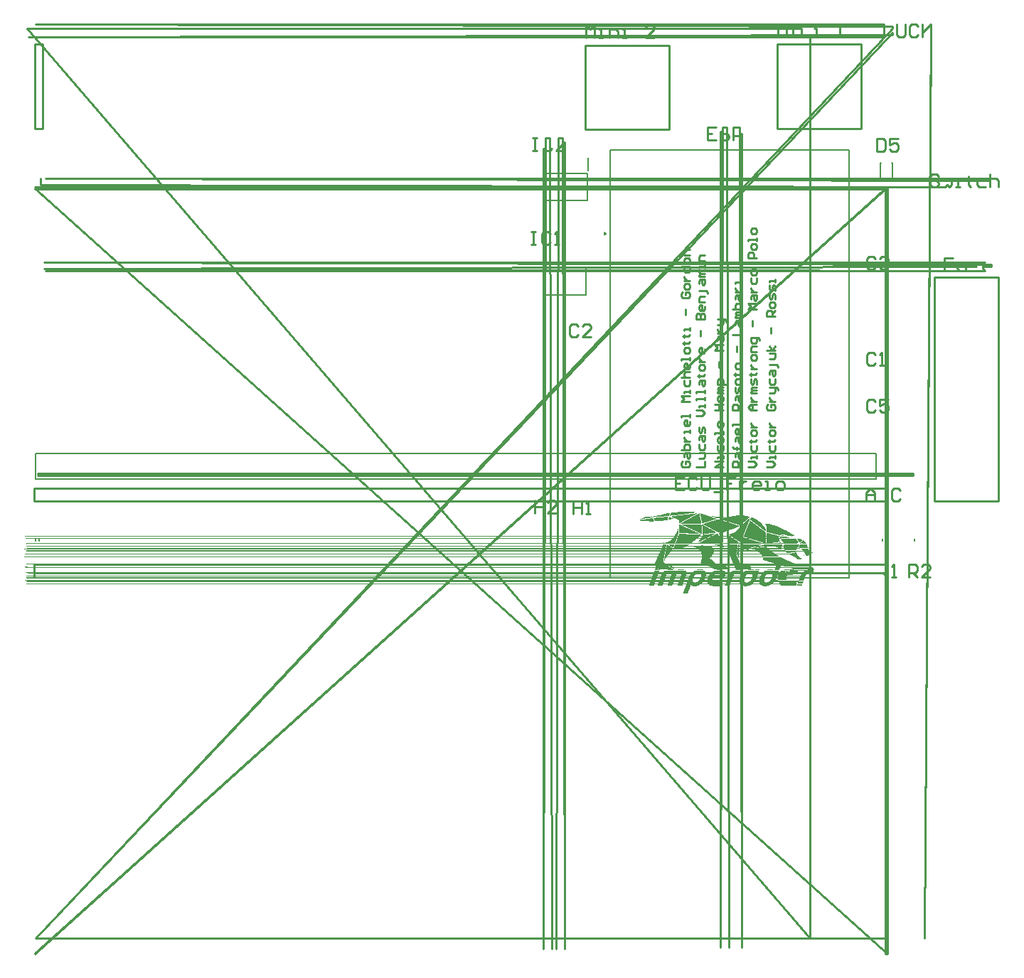
<source format=gbr>
%FSTAX23Y23*%
%MOMM*%
%SFA1B1*%

%IPPOS*%
%ADD29C,0.200000*%
%ADD30C,0.250000*%
%ADD31C,0.127000*%
%ADD32C,0.253999*%
%LNecu_freio_2024_equipe_imperador_legend_top-1*%
%LPD*%
G36*
X89432Y6276D02*
X89439D01*
Y62752*
X89635*
Y6276*
X89643*
Y62752*
X89658*
Y62737*
X89846*
Y62721*
X89971*
Y62713*
X89978*
Y62698*
X90072*
Y62682*
X90057*
Y62674*
X90049*
Y62666*
X90041*
Y62659*
X90002*
Y62666*
X89986*
Y62659*
X89924*
Y62666*
X89916*
Y62659*
X899*
Y62643*
X89752*
Y62627*
X89611*
Y6262*
X89603*
Y62612*
X89596*
Y62604*
X89455*
Y62596*
X89447*
Y62588*
X89291*
Y6258*
X89283*
Y62573*
X89275*
Y62565*
X89252*
Y62573*
X89244*
Y62565*
X8915*
Y62573*
X89143*
Y62565*
X89135*
Y62557*
X89127*
Y62549*
X88986*
Y62541*
X88978*
Y62534*
X88822*
Y62526*
X88814*
Y62518*
X88807*
Y6251*
X88666*
Y62495*
X88518*
Y62479*
X8851*
Y62471*
X88385*
Y62479*
X88377*
Y62471*
X88369*
Y62463*
X88361*
Y62455*
X88221*
Y62448*
X88213*
Y6244*
X88072*
Y62432*
X88064*
Y62424*
X88057*
Y62416*
X879*
Y62409*
X87893*
Y62401*
X87752*
Y62393*
X87744*
Y62385*
X87736*
Y62377*
X87603*
Y62385*
X87588*
Y62377*
X8758*
Y6237*
X87572*
Y62362*
X87447*
Y62346*
X87299*
Y6233*
X87291*
Y62323*
X87127*
Y62307*
X86978*
Y62291*
X86971*
Y62284*
X86877*
Y62291*
X86861*
Y62284*
X8683*
Y62307*
X86846*
Y62338*
X86853*
Y62346*
X86861*
Y62354*
X86869*
Y62362*
X86877*
Y6237*
X86885*
Y62401*
X869*
Y62432*
X86908*
Y6244*
X86924*
Y62471*
X86932*
Y62479*
X86939*
Y6251*
X86955*
Y62526*
X86963*
Y62534*
X86978*
Y62565*
X86986*
Y62573*
X86994*
Y62604*
X8701*
Y62612*
X87018*
Y62643*
X87088*
Y62659*
X87103*
Y62666*
X87111*
Y62659*
X87228*
Y62666*
X87236*
Y62674*
X87244*
Y62682*
X87369*
Y6269*
X87377*
Y62698*
X87557*
Y62713*
X87564*
Y62721*
X87744*
Y62729*
X87752*
Y62737*
X87986*
Y62745*
X87994*
Y62752*
X88283*
Y6276*
X88291*
Y62776*
X89432*
Y6276*
G37*
G36*
X90369Y62518D02*
X90377D01*
Y6251*
X90385*
Y62502*
X90393*
Y62424*
X90385*
Y62409*
X90393*
Y62401*
X904*
Y62393*
X90408*
Y62307*
X90424*
Y62291*
X90432*
Y62284*
X90424*
Y62221*
X90432*
Y62213*
X90439*
Y62205*
X90447*
Y6212*
X90463*
Y62034*
X90471*
Y62026*
X90478*
Y62018*
X90486*
Y61955*
X90478*
Y6194*
X90486*
Y61932*
X90494*
Y61924*
X90502*
Y61838*
X90518*
Y61823*
X90525*
Y61815*
X90518*
Y61752*
X90525*
Y61745*
X90533*
Y61737*
X90541*
Y61635*
X90549*
Y61627*
X90557*
Y61541*
X90564*
Y61534*
X9058*
Y61463*
X90572*
Y61455*
X9058*
Y61448*
X90588*
Y6144*
X90596*
Y6137*
X88158*
Y61385*
X88166*
Y61393*
X88174*
Y61401*
X88182*
Y61409*
X88197*
Y61424*
X88228*
Y61432*
X88236*
Y6144*
X8826*
Y61448*
X88268*
Y61455*
X88275*
Y61463*
X88307*
Y61479*
X88338*
Y61487*
X88346*
Y61495*
X88353*
Y61502*
X88385*
Y61518*
X884*
Y61534*
X88432*
Y61541*
X88439*
Y61549*
X88447*
Y61557*
X88471*
Y61565*
X88478*
Y61573*
X8851*
Y6158*
X88518*
Y61596*
X88549*
Y61604*
X88557*
Y61612*
X88588*
Y61627*
X88596*
Y61635*
X88611*
Y61651*
X88643*
Y61659*
X8865*
Y61666*
X88682*
Y61682*
X88689*
Y6169*
X88721*
Y61705*
X88752*
Y61713*
X8876*
Y61721*
X88791*
Y61729*
X88799*
Y61745*
X88814*
Y6176*
X88846*
Y61768*
X88853*
Y61776*
X88861*
Y61784*
X88885*
Y61791*
X88893*
Y61799*
X88924*
Y61807*
X88932*
Y61815*
X88939*
Y61823*
X88947*
Y61815*
X88955*
Y61823*
X88963*
Y6183*
X88971*
Y61838*
X89002*
Y61854*
X89018*
Y6187*
X89025*
Y61877*
X89057*
Y61885*
X89064*
Y61893*
X89096*
Y61909*
X89103*
Y61916*
X89111*
Y61909*
X89127*
Y61916*
X89135*
Y61932*
X89166*
Y6194*
X89174*
Y61948*
X89205*
Y61963*
X89213*
Y61971*
X89228*
Y61987*
X8926*
Y61995*
X89268*
Y62002*
X89291*
Y6201*
X89299*
Y62018*
X89307*
Y62026*
X89338*
Y62041*
X89369*
Y62049*
X89377*
Y62057*
X89385*
Y62065*
X89416*
Y6208*
X89432*
Y62096*
X89463*
Y62104*
X89471*
Y62112*
X89478*
Y6212*
X8951*
Y62135*
X89541*
Y62143*
X89549*
Y62159*
X8958*
Y62166*
X89588*
Y62174*
X89596*
Y62182*
X89603*
Y6219*
X89635*
Y62205*
X89643*
Y62213*
X89674*
Y62221*
X89682*
Y62229*
X89713*
Y62245*
X89721*
Y62252*
X89752*
Y62268*
X89783*
Y62276*
X89791*
Y62284*
X89799*
Y62291*
X89807*
Y62299*
X89814*
Y62307*
X89846*
Y62323*
X89877*
Y6233*
X89885*
Y62338*
X89893*
Y62346*
X89916*
Y62354*
X89924*
Y62362*
X89955*
Y6237*
X89963*
Y62377*
X89986*
Y62385*
X89994*
Y62393*
X90002*
Y62401*
X90033*
Y62416*
X90049*
Y62424*
Y62432*
X90057*
Y6244*
X90088*
Y62448*
X90096*
Y62455*
X90127*
Y62471*
X90158*
Y62479*
X90166*
Y62495*
X90197*
Y62502*
X90205*
Y6251*
X90236*
Y62526*
X90244*
Y62534*
X9026*
Y62549*
X90291*
Y62557*
X90299*
Y62565*
X90307*
Y62573*
X90314*
Y62565*
X9033*
Y6258*
X90338*
Y62588*
X90369*
Y62518*
G37*
G36*
X90127Y62573D02*
X90119D01*
Y62565*
X90111*
Y62557*
X90103*
Y62549*
X90072*
Y62534*
X90041*
Y62526*
X90033*
Y62518*
X90025*
Y6251*
X89994*
Y62495*
X89986*
Y62487*
X89978*
Y62479*
X89971*
Y62471*
X89939*
Y62455*
X89908*
Y62448*
X899*
Y6244*
X89869*
Y62432*
X89861*
Y62416*
X8983*
Y62409*
X89822*
Y62401*
X89814*
Y62393*
X89807*
Y62385*
X89799*
Y62377*
X89768*
Y62362*
X89736*
Y62354*
X89728*
Y62346*
X89705*
Y62338*
X89697*
Y6233*
X89689*
Y62323*
X89658*
Y62307*
X89643*
Y62299*
X89635*
Y62284*
X89603*
Y62276*
X89596*
Y62268*
X89564*
Y62252*
X89533*
Y62245*
X89525*
Y62229*
X89494*
Y62221*
X89486*
Y62213*
X89455*
Y62198*
X89447*
Y6219*
X89432*
Y62174*
X894*
Y62166*
X89393*
Y62159*
X89361*
Y62143*
X89353*
Y62135*
X89322*
Y6212*
X89291*
Y62112*
X89283*
Y62104*
X89275*
Y62096*
X89268*
Y62104*
X89252*
Y62096*
X89244*
Y6208*
X89228*
Y62065*
X89197*
Y62057*
X89189*
Y62049*
X89182*
Y62041*
X8915*
Y62026*
X89119*
Y62018*
X89111*
Y6201*
X89103*
Y62002*
X89096*
Y6201*
X89088*
Y62002*
X8908*
Y61995*
X89072*
Y61987*
X89041*
Y61971*
X89025*
Y61963*
X89018*
Y61948*
X88986*
Y6194*
X88978*
Y61932*
X88947*
Y61916*
X88939*
Y61909*
X88908*
Y61901*
X889*
Y61893*
X88877*
Y61885*
X88869*
Y61877*
X88861*
Y6187*
X88853*
Y61862*
X88846*
Y61854*
X88814*
Y61838*
X88783*
Y6183*
X88775*
Y61823*
X88768*
Y61815*
X88744*
Y61807*
X88736*
Y61799*
X88705*
Y61791*
X88697*
Y61784*
X88689*
Y61776*
X88682*
Y6176*
X8865*
Y61752*
X88643*
Y61745*
X88611*
Y61729*
X88603*
Y61721*
X88588*
Y61729*
X8858*
Y61721*
X88572*
Y61713*
X88564*
Y61705*
X88533*
Y6169*
X88502*
Y61682*
X88494*
Y61674*
X88486*
Y61666*
X88478*
Y61659*
X88471*
Y61651*
X88439*
Y61635*
X88432*
Y61627*
X884*
Y61612*
X88369*
Y61604*
X88361*
Y61596*
X8833*
Y6158*
X88322*
Y61573*
X88291*
Y61565*
X88283*
Y61557*
X88275*
Y61549*
X88268*
Y61541*
X8826*
Y61534*
X88236*
Y61526*
X88228*
Y61518*
X88197*
Y61502*
X88166*
Y61495*
X88158*
Y61487*
X8815*
Y61479*
X88119*
Y61463*
X88103*
Y61448*
X88096*
Y6144*
X8808*
Y61448*
X88072*
Y6144*
X88064*
Y61424*
X88033*
Y61416*
X88025*
Y61409*
X8801*
Y61401*
X88002*
Y61409*
X87994*
Y61416*
X87986*
Y61573*
X87994*
Y6158*
X87986*
Y61588*
X87978*
Y61596*
X87971*
Y61643*
X87963*
Y61651*
X87955*
Y61682*
X87947*
Y6169*
X87932*
Y61721*
X87924*
Y61729*
X87916*
Y61737*
X87908*
Y61745*
X879*
Y61752*
X87893*
Y6176*
X87885*
Y61768*
X87877*
Y61776*
X87869*
Y61784*
X87861*
Y61791*
X87853*
Y61799*
X87846*
Y61807*
X87838*
Y61815*
X8783*
Y61823*
X87822*
Y6183*
X87814*
Y61838*
X87807*
Y61846*
X87799*
Y61854*
X87768*
Y6187*
X8776*
Y61877*
X87728*
Y61885*
X87721*
Y61893*
X87674*
Y61901*
X87666*
Y61909*
X87658*
Y61916*
X8765*
Y61909*
X87627*
Y61916*
X87619*
Y61924*
X87611*
Y61932*
X87564*
Y6194*
X87557*
Y61948*
X87525*
Y61955*
X87518*
Y61963*
X8751*
Y61971*
X87486*
Y61963*
X87478*
Y61971*
X87463*
Y61987*
X87432*
Y61995*
X87424*
Y62002*
X87416*
Y6201*
X874*
Y62002*
X87377*
Y6201*
X87369*
Y62026*
X87338*
Y62034*
X8733*
Y62041*
X87283*
Y62049*
X87275*
Y62057*
X87268*
Y62065*
X87244*
Y62073*
X87236*
Y6208*
X87205*
Y62088*
X87197*
Y62096*
X87189*
Y62104*
X87182*
Y62096*
X87158*
Y62104*
X87143*
Y6212*
X87111*
Y62127*
X87103*
Y62135*
X87057*
Y62143*
X87049*
Y62159*
X87018*
Y62151*
X8701*
Y62159*
X86994*
Y62174*
X86963*
Y62182*
X86955*
Y62205*
X86963*
Y62213*
X87103*
Y62221*
X87111*
Y62229*
X87252*
Y62237*
X8726*
Y62245*
X87268*
Y62252*
X87408*
Y62268*
X87557*
Y62284*
X87564*
Y62291*
X8758*
Y62284*
X87705*
Y62299*
X87713*
Y62307*
X87853*
Y62315*
X87861*
Y62323*
X88025*
Y62338*
X88033*
Y62346*
X8815*
Y62338*
X88158*
Y62346*
X88174*
Y62354*
X88182*
Y62362*
X88322*
Y6237*
X8833*
Y62377*
X88338*
Y62385*
X88353*
Y62377*
X88486*
Y62385*
X88494*
Y62393*
X88502*
Y62401*
X88627*
Y62416*
X88775*
Y62432*
X88783*
Y6244*
X88924*
Y62432*
X88932*
Y6244*
X88947*
Y62455*
X89096*
Y62471*
X89103*
Y62479*
X89119*
Y62471*
X89236*
Y62479*
X89244*
Y62487*
X89252*
Y62495*
X89416*
Y6251*
X89557*
Y62518*
X89564*
Y62526*
X89572*
Y62534*
X89713*
Y62526*
X89721*
Y62534*
X89728*
Y62541*
X89736*
Y62549*
X89861*
Y62557*
X89869*
Y62565*
X89877*
Y62573*
X89885*
Y62565*
X9001*
Y62573*
X90018*
Y62588*
X90127*
Y62573*
G37*
G36*
X86893Y6262D02*
X869D01*
Y62588*
X86885*
Y62557*
X86877*
Y62549*
X86869*
Y62541*
X86861*
Y6251*
X86846*
Y62479*
X86838*
Y62471*
X8683*
Y62463*
X86822*
Y62455*
X86814*
Y62448*
X86807*
Y62416*
X86791*
Y62385*
X86783*
Y62377*
X86768*
Y62346*
X8676*
Y62338*
X86752*
Y62307*
X86736*
Y62291*
X86728*
Y62284*
X86713*
Y62268*
X86627*
Y6226*
X86619*
Y62252*
X86385*
Y62245*
X86377*
Y62237*
X86369*
Y62229*
X86189*
Y62213*
X85971*
Y62205*
X85963*
Y62198*
X85955*
Y6219*
X85744*
Y62198*
X85728*
Y6219*
X85721*
Y62174*
X85502*
Y62166*
X85494*
Y62159*
X8526*
Y62151*
X85252*
Y62143*
X85244*
Y62135*
X85025*
Y6212*
X84877*
Y62229*
X85025*
Y62245*
X85033*
Y62252*
X85158*
Y62268*
X85268*
Y62276*
X85275*
Y62284*
X85283*
Y62291*
X85299*
Y62284*
X85353*
Y62291*
X85361*
Y62299*
X85369*
Y62307*
X85478*
Y62323*
X85564*
Y6233*
X85572*
Y62338*
X8558*
Y62346*
X85643*
Y62338*
X8565*
Y62346*
X85666*
Y62362*
X85736*
Y6237*
X85744*
Y62377*
X85752*
Y62385*
X8576*
Y62377*
X85822*
Y62385*
X8583*
Y62393*
X85838*
Y62401*
X85908*
Y62416*
X85963*
Y62432*
X85971*
Y6244*
X86018*
Y62432*
X86025*
Y6244*
X86041*
Y62455*
X86111*
Y62463*
X86119*
Y62471*
X86127*
Y62479*
X86143*
Y62471*
X86166*
Y62479*
X86174*
Y62495*
X86221*
Y62502*
X86228*
Y6251*
X86299*
Y62526*
X86307*
Y62534*
X86353*
Y62526*
X86361*
Y62534*
X86377*
Y62549*
X86471*
Y62565*
X86486*
Y62573*
X86494*
Y62565*
X86557*
Y62573*
X86564*
Y6258*
X86572*
Y62588*
X86697*
Y62604*
X86807*
Y6262*
X86814*
Y62627*
X86893*
Y6262*
G37*
G36*
X95603Y62307D02*
X95783D01*
Y62299*
X95791*
Y62291*
X95799*
Y62284*
X95893*
Y62291*
X95908*
Y62284*
X95916*
Y62276*
X95924*
Y62268*
X9601*
Y6226*
X96018*
Y62252*
X96025*
Y62245*
X96033*
Y62252*
X96103*
Y62245*
X96111*
Y62229*
X96182*
Y62221*
X96189*
Y62213*
X96275*
Y62198*
X96283*
Y6219*
X96307*
Y62198*
X96322*
Y6219*
X9633*
Y62182*
X96338*
Y62174*
X96369*
Y62143*
X96361*
Y62135*
X96353*
Y62127*
X96346*
Y6212*
X96338*
Y62112*
X9633*
Y62104*
X96322*
Y62096*
X96314*
Y62088*
X96307*
Y6208*
X96299*
Y62073*
X96291*
Y62065*
X96268*
Y62057*
X9626*
Y62049*
X96252*
Y62041*
X96244*
Y62034*
X96236*
Y62026*
X96228*
Y62018*
X96221*
Y6201*
X96213*
Y62002*
X96205*
Y61995*
X96197*
Y61987*
X96189*
Y61979*
X96182*
Y61971*
X96174*
Y61963*
X96166*
Y61955*
X96158*
Y61948*
X9615*
Y6194*
X96143*
Y61932*
X96135*
Y61924*
X96127*
Y61916*
X96119*
Y61909*
X96111*
Y61901*
X96103*
Y61893*
X96072*
Y61877*
X96057*
Y6187*
X96049*
Y61854*
X96033*
Y61838*
X96018*
Y6183*
X9601*
Y61815*
X95994*
Y61799*
X95978*
Y61784*
X95963*
Y61776*
X95955*
Y6176*
X95939*
Y61745*
X95908*
Y61737*
X959*
Y61729*
X95893*
Y61721*
X95885*
Y61713*
X95877*
Y61705*
X95869*
Y61698*
X95861*
Y6169*
X95853*
Y61682*
X95846*
Y61674*
X95838*
Y61666*
X9583*
Y61659*
X95822*
Y61651*
X95814*
Y61643*
X95807*
Y61635*
X95799*
Y61627*
X95791*
Y6162*
X95783*
Y61612*
X95775*
Y61604*
X95768*
Y61596*
X95736*
Y6158*
X95728*
Y61573*
X95721*
Y61565*
X95713*
Y61557*
X95697*
Y61541*
X95689*
Y61534*
X95674*
Y61518*
X95666*
Y6151*
X95658*
Y61502*
X9565*
Y61495*
X95643*
Y61487*
X95635*
Y61479*
X95627*
Y61471*
X95619*
Y61463*
X95603*
Y61448*
X95596*
Y6144*
X95564*
Y61432*
X95557*
Y61424*
X95549*
Y61416*
X95541*
Y61409*
X95533*
Y61401*
X95525*
Y61393*
X95518*
Y61385*
X9551*
Y61377*
X95502*
Y6137*
X95494*
Y61362*
X95486*
Y61354*
X95478*
Y61346*
X95471*
Y61338*
X95463*
Y6133*
X95455*
Y61323*
X95447*
Y61315*
X95439*
Y61307*
X95432*
Y61291*
X954*
Y61284*
X95393*
Y61276*
X95385*
Y61268*
X95377*
Y6126*
X95369*
Y61252*
X95361*
Y61245*
X95353*
Y61237*
X95346*
Y61229*
X95338*
Y61221*
X9533*
Y61213*
X95322*
Y61205*
X95314*
Y61198*
X95307*
Y6119*
X95299*
Y61182*
X95291*
Y61174*
X95283*
Y61166*
X95275*
Y61159*
X95268*
Y61151*
X9526*
Y61143*
X95228*
Y61159*
X95213*
Y61166*
X95197*
Y61159*
X95182*
Y61166*
X95174*
Y61174*
X95166*
Y61182*
X95119*
Y6119*
X95111*
Y61198*
X95049*
Y61205*
X95041*
Y61213*
X95033*
Y61221*
X94986*
Y61229*
X94978*
Y61237*
X94932*
Y61245*
X94924*
Y61252*
X94916*
Y6126*
X949*
Y61252*
X94861*
Y6126*
X94853*
Y61268*
X94846*
Y61276*
X94799*
Y61284*
X94791*
Y61291*
X94744*
Y61299*
X94736*
Y61315*
X94682*
Y6133*
X94611*
Y61338*
X94603*
Y61346*
X94596*
Y61354*
X9458*
Y61346*
X94564*
Y61354*
X94549*
Y6137*
X94502*
Y61377*
X94494*
Y61385*
X94424*
Y61401*
X94416*
Y61409*
X94369*
Y61416*
X94361*
Y61424*
X94314*
Y61432*
X94307*
Y6144*
X94299*
Y61448*
X94283*
Y6144*
X9426*
Y61448*
X94252*
Y61463*
X94182*
Y61471*
X94174*
Y61479*
X94127*
Y61487*
X94119*
Y61495*
X94111*
Y61502*
X94064*
Y61518*
X93994*
Y61526*
X93986*
Y61534*
X93978*
Y61541*
X93963*
Y61534*
X93939*
Y61541*
X93932*
Y61557*
X93877*
Y61573*
X9383*
Y6158*
X93822*
Y61588*
X93814*
Y61596*
X93744*
Y61612*
X93697*
Y6162*
X93689*
Y61627*
X93682*
Y61635*
X93658*
Y61627*
X93643*
Y61635*
X93635*
Y61643*
X93627*
Y61651*
X93564*
Y61659*
X93557*
Y61666*
X9351*
Y61674*
X93502*
Y61682*
X93494*
Y6169*
X93471*
Y61682*
X93455*
Y6169*
X93447*
Y61698*
X93439*
Y61705*
X93393*
Y61713*
X93385*
Y61721*
X93377*
Y61729*
X93361*
Y61721*
X93322*
Y61729*
X93314*
Y61737*
X93307*
Y61745*
X9326*
Y6176*
X93205*
Y61776*
X93197*
Y61784*
X93127*
Y61799*
X93072*
Y61815*
X93064*
Y61823*
X93041*
Y61815*
X93025*
Y61823*
X93018*
Y6183*
X9301*
Y61838*
X92963*
Y61846*
X92955*
Y61854*
X92885*
Y6187*
X92877*
Y61877*
X9283*
Y61885*
X92822*
Y61893*
X92791*
Y61932*
X92861*
Y6194*
X92869*
Y61948*
X92932*
Y61955*
X92939*
Y61963*
X92947*
Y61971*
X9301*
Y61979*
X93018*
Y61987*
X93103*
Y61995*
X93111*
Y62002*
X93119*
Y6201*
X93135*
Y62002*
X93158*
Y6201*
X93166*
Y62026*
X93236*
Y62034*
X93244*
Y62041*
X93307*
Y62049*
X93314*
Y62057*
X93322*
Y62065*
X93385*
Y62073*
X93393*
Y6208*
X93463*
Y62096*
X93478*
Y62104*
X93486*
Y62096*
X93533*
Y62104*
X93541*
Y6212*
X93611*
Y62127*
X93619*
Y62135*
X93682*
Y62143*
X93689*
Y62151*
X93697*
Y62159*
X9376*
Y62166*
X93768*
Y62174*
X93838*
Y6219*
X93853*
Y62198*
X93861*
Y6219*
X94018*
Y62198*
X94025*
Y62205*
X94033*
Y62213*
X94228*
Y62221*
X94236*
Y62229*
X94361*
Y62245*
X94369*
Y62252*
X94455*
Y6226*
X94463*
Y62268*
X94564*
Y62276*
X94572*
Y62284*
X9458*
Y62291*
X94596*
Y62284*
X94713*
Y62291*
X94721*
Y62299*
X94728*
Y62307*
X94908*
Y62323*
X95603*
Y62307*
G37*
G36*
X84783Y62104D02*
X84775D01*
Y62096*
X84752*
Y62104*
X84744*
Y62096*
X84713*
Y62104*
X84697*
Y62096*
X84689*
Y6208*
X8458*
Y62073*
X84572*
Y62065*
X84564*
Y62057*
X84557*
Y62065*
X84471*
Y62057*
X84463*
Y62041*
X84353*
Y62034*
X84346*
Y62026*
X84221*
Y6201*
X84213*
Y62002*
X84135*
Y6201*
X84119*
Y62002*
X84111*
Y61995*
X84103*
Y61987*
X84002*
Y61979*
X83994*
Y61971*
X83893*
Y61963*
X83885*
Y61955*
X83877*
Y61948*
X83775*
Y6194*
X83768*
Y61932*
X83666*
Y61924*
X83658*
Y61916*
X8365*
Y61909*
X83627*
Y61916*
X83619*
Y61909*
X83572*
Y61916*
X83557*
Y61909*
X83549*
Y61901*
X83541*
Y61893*
X83416*
Y61877*
X83361*
Y6187*
X83346*
Y61877*
X83338*
Y61893*
X83353*
Y61901*
X83361*
Y61909*
X83393*
Y61924*
X834*
Y61932*
X83447*
Y6194*
X83455*
Y61948*
X83486*
Y61963*
X83494*
Y61971*
X83541*
Y61979*
X83549*
Y61987*
X8358*
Y61995*
X83588*
Y62002*
X83611*
Y6201*
X83619*
Y62018*
X83627*
Y62026*
X83674*
Y62034*
X83682*
Y62041*
X83705*
Y62049*
X83713*
Y62057*
X83721*
Y62065*
X83768*
Y62073*
X83775*
Y6208*
X83807*
Y62096*
X83822*
Y62104*
X8383*
Y62096*
X83853*
Y62104*
X83861*
Y62112*
X83869*
Y6212*
X839*
Y62135*
X83932*
Y62143*
X83939*
Y62151*
X83947*
Y62159*
X83971*
Y62151*
X83978*
Y62159*
X83994*
Y62166*
X84002*
Y62174*
X84346*
Y62182*
X84353*
Y6219*
X84361*
Y62198*
X84377*
Y6219*
X84666*
Y62198*
X84674*
Y62213*
X84783*
Y62104*
G37*
G36*
X96603Y62096D02*
X96611D01*
Y62088*
X96619*
Y6208*
X96666*
Y62073*
X96674*
Y62065*
X96721*
Y62057*
X96728*
Y62041*
X9676*
Y62034*
X96768*
Y62026*
X96799*
Y6201*
X96807*
Y62002*
X96838*
Y61995*
X96846*
Y61987*
X96893*
Y61979*
X969*
Y61971*
X96924*
Y61963*
X96932*
Y61955*
X96939*
Y61948*
X96971*
Y61932*
X97002*
Y61924*
X9701*
Y61916*
X97018*
Y61909*
X97041*
Y61901*
X97049*
Y61893*
X97064*
Y61877*
X97096*
Y6187*
X97103*
Y61854*
X97135*
Y61846*
X97143*
Y61838*
X97174*
Y61823*
X97182*
Y61815*
X97197*
Y61799*
X97228*
Y61791*
X97236*
Y61784*
X97268*
Y61768*
X97275*
Y6176*
X97291*
Y61745*
X97299*
Y61737*
X97307*
Y61729*
X97314*
Y61721*
X97346*
Y61713*
X97353*
Y61705*
X97361*
Y61698*
X97369*
Y6169*
X97393*
Y61682*
X974*
Y61674*
X97408*
Y61666*
X97416*
Y61659*
X97424*
Y61651*
X97455*
Y61643*
X97463*
Y61635*
X97471*
Y61627*
X97478*
Y61612*
X97494*
Y61596*
X9751*
Y6158*
X97518*
Y61573*
X97549*
Y61565*
X97557*
Y61557*
X97564*
Y61549*
X97572*
Y61541*
X9758*
Y61534*
X97588*
Y61526*
X97596*
Y61518*
X97603*
Y6151*
X97611*
Y61502*
X97643*
Y61487*
X9765*
Y61479*
X97666*
Y61463*
X97682*
Y61448*
X97689*
Y6144*
X97697*
Y61432*
X97705*
Y61424*
X97721*
Y61409*
X97736*
Y61377*
X97744*
Y6137*
X97752*
Y61362*
X9776*
Y61354*
X97768*
Y61346*
X97775*
Y61338*
X97783*
Y6133*
X97791*
Y61323*
X97799*
Y61315*
X97807*
Y61307*
X97814*
Y61299*
X97822*
Y61291*
X9783*
Y61284*
X97838*
Y61276*
X97846*
Y61268*
X97853*
Y61237*
X97869*
Y61221*
X97885*
Y61213*
X97893*
Y61198*
X97908*
Y61182*
X97924*
Y61166*
X97932*
Y61159*
X97947*
Y61127*
X97955*
Y6112*
X97963*
Y61112*
X97971*
Y61104*
X97978*
Y61096*
X97986*
Y61088*
X97994*
Y6108*
X98002*
Y61073*
X9801*
Y61065*
X98018*
Y61041*
X98025*
Y61034*
X98033*
Y61026*
X98041*
Y61018*
X98049*
Y6101*
X98057*
Y61002*
X98064*
Y60995*
X98072*
Y60987*
X9808*
Y60979*
X98088*
Y60971*
X98096*
Y6094*
X98103*
Y60932*
X98111*
Y60924*
X98119*
Y60916*
X98135*
Y60901*
X9815*
Y6087*
X98158*
Y60862*
X98166*
Y60854*
X98174*
Y60846*
X98182*
Y60838*
X98189*
Y6083*
X98197*
Y60823*
X98205*
Y60799*
X98213*
Y60784*
X98228*
Y60768*
X98244*
Y60752*
X9826*
Y60745*
X98268*
Y60713*
X98275*
Y60706*
X98283*
Y60698*
X98291*
Y6069*
X98299*
Y60682*
X98307*
Y60674*
X98299*
Y60416*
X98291*
Y60409*
X98275*
Y60416*
X98268*
Y60424*
X9826*
Y60432*
X98252*
Y6044*
X98244*
Y60448*
X98236*
Y60455*
X98228*
Y60463*
X98221*
Y60471*
X98189*
Y60487*
X98174*
Y60495*
X98166*
Y60502*
X98158*
Y6051*
X9815*
Y60502*
X98143*
Y6051*
X98135*
Y60518*
X98127*
Y60526*
X98119*
Y60534*
X98111*
Y60541*
X98103*
Y60549*
X98096*
Y60557*
X98088*
Y60565*
X9808*
Y60573*
X98072*
Y6058*
X98041*
Y60596*
X98033*
Y60604*
X98025*
Y60612*
X98018*
Y6062*
X98002*
Y60635*
X97971*
Y60643*
X97963*
Y60651*
X97955*
Y60659*
X97947*
Y60666*
X97939*
Y60674*
X97932*
Y60682*
X97924*
Y6069*
X97916*
Y60698*
X97908*
Y6069*
X979*
Y60698*
X97893*
Y60706*
X97885*
Y60713*
X97877*
Y60721*
X97869*
Y60729*
X97861*
Y60737*
X97853*
Y60745*
X97846*
Y60752*
X97814*
Y60768*
X97799*
Y60776*
X97791*
Y60784*
X97783*
Y60791*
X97775*
Y60807*
X97744*
Y60815*
X97736*
Y60823*
X97728*
Y6083*
X97721*
Y60838*
X97713*
Y60846*
X97705*
Y60854*
X97697*
Y60862*
X97689*
Y6087*
X97682*
Y60877*
X97674*
Y60885*
X97666*
Y60877*
X9765*
Y60893*
X97643*
Y60901*
X97627*
Y60916*
X97619*
Y60924*
X97611*
Y60932*
X97603*
Y6094*
X97572*
Y60948*
X97564*
Y60955*
X97557*
Y60963*
X97549*
Y60971*
X97541*
Y60979*
X97533*
Y60995*
X97494*
Y6101*
X97486*
Y61018*
X97478*
Y61026*
X97471*
Y61034*
X97463*
Y61041*
X97455*
Y61049*
X97424*
Y61057*
X97416*
Y61065*
X97408*
Y61073*
X974*
Y61088*
X97385*
Y61104*
X97353*
Y61112*
X97346*
Y6112*
X97338*
Y61127*
X9733*
Y61135*
X97322*
Y61143*
X97314*
Y61151*
X97307*
Y61159*
X97299*
Y61166*
X97291*
Y61159*
X97275*
Y61174*
X97268*
Y61182*
X97252*
Y61198*
X97236*
Y61213*
X97228*
Y61221*
X97197*
Y61229*
X97189*
Y61237*
X97182*
Y61245*
X97174*
Y61252*
X97166*
Y6126*
X97158*
Y61268*
X9715*
Y61276*
X97143*
Y61284*
X97135*
Y61291*
X97111*
Y61299*
X97103*
Y61307*
X97096*
Y61315*
X97088*
Y61323*
X9708*
Y6133*
X97072*
Y61338*
X97064*
Y61346*
X97057*
Y61354*
X97049*
Y61346*
X97033*
Y61354*
X97025*
Y6137*
X9701*
Y61377*
X97002*
Y61385*
X96994*
Y61393*
X96986*
Y61409*
X96955*
Y61416*
X96947*
Y61424*
X96939*
Y61432*
X96932*
Y6144*
X96924*
Y61448*
X96916*
Y61455*
X96908*
Y61463*
X96877*
Y61479*
X96861*
Y61495*
X96853*
Y61502*
X96838*
Y61518*
X96807*
Y61526*
X96799*
Y61534*
X96791*
Y61541*
X96783*
Y61549*
X96775*
Y61557*
X96768*
Y61565*
X9676*
Y61573*
X96752*
Y6158*
X96744*
Y61588*
X96736*
Y61596*
X96713*
Y61604*
X96705*
Y61612*
X96697*
Y6162*
X96689*
Y61627*
X96682*
Y61635*
X96674*
Y61643*
X96666*
Y61651*
X96635*
Y61659*
X96627*
Y61666*
X96619*
Y61674*
X96611*
Y61682*
X96603*
Y6169*
X96596*
Y61705*
X96564*
Y61713*
X96557*
Y61721*
X96549*
Y61729*
X96541*
Y61737*
X96533*
Y61745*
X96525*
Y61752*
X96518*
Y6176*
X96486*
Y61776*
X96478*
Y61784*
X96463*
Y61799*
X96447*
Y6187*
X96455*
Y61877*
X96463*
Y61909*
X96478*
Y61916*
X96486*
Y6194*
X96478*
Y61955*
X96486*
Y61963*
X96494*
Y61971*
X96502*
Y62002*
X9651*
Y6201*
X96518*
Y62018*
X96525*
Y62026*
X96518*
Y62057*
X96525*
Y62065*
X96541*
Y62096*
X96549*
Y62104*
X96564*
Y62096*
X9658*
Y62104*
X96603*
Y62096*
G37*
G36*
X91791Y6226D02*
X91799D01*
Y62252*
X91924*
Y62237*
X91932*
Y62229*
X92096*
Y62213*
X92275*
Y62205*
X92283*
Y62198*
X92291*
Y6219*
X92541*
Y62198*
X92557*
Y6219*
X92564*
Y62174*
X9333*
Y62159*
X93338*
Y62151*
X9333*
Y62135*
X9326*
Y6212*
X93189*
Y62112*
X93182*
Y62104*
X93174*
Y62096*
X93135*
Y62104*
X93119*
Y62096*
X93111*
Y62088*
X93103*
Y6208*
X93033*
Y62065*
X92963*
Y62057*
X92955*
Y62041*
X92885*
Y62034*
X92877*
Y62026*
X92814*
Y62018*
X92807*
Y6201*
X92799*
Y62002*
X9276*
Y6201*
X92744*
Y62002*
X92736*
Y61995*
X92728*
Y61987*
X92658*
Y61971*
X92525*
Y61987*
X92471*
Y62002*
X92463*
Y6201*
X92447*
Y62002*
X92424*
Y6201*
X92416*
Y62018*
X92408*
Y62026*
X92361*
Y62034*
X92353*
Y62041*
X92307*
Y62049*
X92299*
Y62065*
X92244*
Y6208*
X92213*
Y62088*
X92205*
Y62096*
X92197*
Y62104*
X92182*
Y62096*
X92158*
Y62104*
X9215*
Y6212*
X92096*
Y62135*
X92041*
Y62151*
X92033*
Y62159*
X9201*
Y62151*
X91994*
Y62159*
X91986*
Y62166*
X91978*
Y62174*
X91932*
Y62182*
X91924*
Y6219*
X91916*
Y62198*
X919*
Y6219*
X91877*
Y62198*
X91869*
Y62213*
X91814*
Y62229*
X91768*
Y62237*
X9176*
Y62268*
X91791*
Y6226*
G37*
G36*
X86674Y62159D02*
X86682D01*
Y62151*
X86674*
Y62135*
X86658*
Y62065*
X8665*
Y62057*
X86643*
Y62049*
X86635*
Y62041*
X86643*
Y6201*
X86635*
Y62002*
X86619*
Y61955*
X86611*
Y61948*
X86603*
Y61901*
X86596*
Y61893*
X86588*
Y61885*
X8658*
Y61862*
X86588*
Y61854*
X8658*
Y61838*
X86572*
Y6183*
X86564*
Y61784*
X86455*
Y61768*
X86447*
Y6176*
X86338*
Y61745*
X86213*
Y61737*
X86205*
Y61729*
X86197*
Y61721*
X8615*
Y61729*
X86143*
Y61721*
X86103*
Y61729*
X86088*
Y61721*
X8608*
Y61713*
X86072*
Y61705*
X85932*
Y61698*
X85924*
Y6169*
X85916*
Y61682*
X85908*
Y6169*
X85783*
Y61682*
X85775*
Y61666*
X85572*
Y61659*
X85564*
Y61651*
X85314*
Y61643*
X85307*
Y61635*
X85299*
Y61627*
X85158*
Y61635*
X8515*
Y61627*
X85127*
Y61635*
X85119*
Y61666*
X85111*
Y61674*
X85103*
Y61698*
X85096*
Y61705*
X85088*
Y61713*
X8508*
Y61721*
X85072*
Y61729*
X85064*
Y6176*
X85049*
Y61776*
X85041*
Y61784*
X85025*
Y61815*
X85018*
Y61823*
X8501*
Y61854*
X84994*
Y61862*
X84986*
Y6187*
X84978*
Y61877*
X84971*
Y61909*
X84963*
Y61916*
X84955*
Y61924*
X84947*
Y61932*
X84939*
Y6194*
X84932*
Y61963*
X84924*
Y61971*
X84916*
Y62002*
X849*
Y6201*
X84893*
Y62018*
X849*
Y62026*
X84971*
Y62041*
X85189*
Y62049*
X85197*
Y62057*
X85205*
Y62065*
X85439*
Y6208*
X85658*
Y62088*
X85666*
Y62096*
X85674*
Y62104*
X85689*
Y62096*
X85869*
Y62104*
X85877*
Y62096*
X859*
Y62104*
X85908*
Y62112*
X85916*
Y6212*
X8615*
Y62135*
X86338*
Y62151*
X86346*
Y62159*
X86564*
Y62174*
X86674*
Y62159*
G37*
G36*
X84791Y62002D02*
X84799D01*
Y61995*
X84807*
Y61987*
X84814*
Y61979*
X84822*
Y61955*
X8483*
Y61948*
X84838*
Y6194*
X84846*
Y61932*
X84853*
Y61924*
X84861*
Y61893*
X84877*
Y61862*
X84885*
Y61854*
X84893*
Y61846*
X849*
Y61838*
X84908*
Y6183*
X84916*
Y61799*
X84932*
Y61784*
X84947*
Y61776*
X84955*
Y61745*
X84963*
Y61737*
X84971*
Y61705*
X84986*
Y61698*
X84994*
Y6169*
X85002*
Y61682*
X8501*
Y61651*
X85025*
Y61627*
X84994*
Y61635*
X84986*
Y61627*
X84939*
Y61635*
X84924*
Y61627*
X84916*
Y6162*
X84908*
Y61612*
X84416*
Y6162*
X84408*
Y61627*
X844*
Y61635*
X84385*
Y61627*
X84025*
Y61635*
X84018*
Y61643*
X8401*
Y61651*
X83775*
Y61659*
X83768*
Y61666*
X83611*
Y61674*
X83603*
Y61682*
X83596*
Y6169*
X83455*
Y61698*
X83447*
Y61705*
X83322*
Y61721*
X83307*
Y61729*
X83291*
Y61721*
X83283*
Y61729*
X8326*
Y61721*
X83252*
Y61729*
X83221*
Y61721*
X83197*
Y61729*
X83189*
Y6176*
X83299*
Y61776*
X83307*
Y61784*
X83416*
Y61799*
X83525*
Y61815*
X83541*
Y61823*
X83549*
Y61815*
X83619*
Y61823*
X83627*
Y61815*
X8365*
Y61823*
X83658*
Y6183*
X83666*
Y61838*
X83768*
Y61846*
X83775*
Y61854*
X83877*
Y61862*
X83885*
Y6187*
X83893*
Y61877*
X83978*
Y61893*
X84103*
Y61901*
X84111*
Y61909*
X84119*
Y61916*
X84135*
Y61909*
X84213*
Y61916*
X84221*
Y61924*
X84228*
Y61932*
X8433*
Y6194*
X84338*
Y61948*
X84463*
Y61963*
X84471*
Y61971*
X84572*
Y61979*
X8458*
Y61987*
X84689*
Y62002*
X84705*
Y6201*
X84713*
Y62002*
X84775*
Y6201*
X84791*
Y62002*
G37*
G36*
X86822Y62151D02*
X8683D01*
Y62135*
X86861*
Y62127*
X86869*
Y6212*
X869*
Y62104*
X86908*
Y62096*
X86932*
Y62104*
X86947*
Y62096*
X86955*
Y62088*
X86963*
Y6208*
X8701*
Y62073*
X87018*
Y62065*
X87049*
Y62049*
X87057*
Y62041*
X87103*
Y62034*
X87111*
Y62026*
X87143*
Y6201*
X8715*
Y62002*
X87182*
Y61995*
X87189*
Y61987*
X87236*
Y61979*
X87244*
Y61971*
X87268*
Y61963*
X87275*
Y61955*
X87283*
Y61948*
X87291*
Y61932*
X87205*
Y61916*
X87197*
Y61909*
X87174*
Y61916*
X87158*
Y61909*
X87127*
Y61916*
X87119*
Y61909*
X87111*
Y61901*
X87103*
Y61893*
X87033*
Y61877*
X86947*
Y6187*
X86939*
Y61862*
X86932*
Y61854*
X86846*
Y61838*
X8676*
Y6183*
X86752*
Y61823*
X86744*
Y61815*
X86697*
Y61823*
X86689*
Y61815*
X86666*
Y61823*
X86658*
Y61838*
X86674*
Y61846*
X86682*
Y61862*
X86674*
Y61901*
X86682*
Y61909*
X86689*
Y61916*
X86697*
Y61963*
X86705*
Y61971*
X86713*
Y62018*
X86721*
Y62026*
X86728*
Y62034*
X86736*
Y62057*
X86728*
Y62073*
X86736*
Y6208*
X86752*
Y62135*
X86768*
Y62151*
X86775*
Y62159*
X86822*
Y62151*
G37*
G36*
X92635Y61846D02*
X92643D01*
Y61838*
X92713*
Y61823*
X92721*
Y61815*
X92744*
Y61823*
X9276*
Y61815*
X92768*
Y61807*
X92775*
Y61799*
X92822*
Y61791*
X9283*
Y61784*
X92893*
Y61776*
X929*
Y61768*
X92908*
Y6176*
X92955*
Y61752*
X92963*
Y61745*
X9301*
Y61737*
X93018*
Y61729*
X93025*
Y61721*
X93041*
Y61729*
X93057*
Y61721*
X93072*
Y61705*
X93143*
Y61698*
X9315*
Y6169*
X93158*
Y61682*
X93166*
Y6169*
X93197*
Y61682*
X93205*
Y61666*
X9326*
Y61651*
X9333*
Y61635*
X93338*
Y61627*
X93361*
Y61635*
X93377*
Y61627*
X93385*
Y6162*
X93393*
Y61612*
X93439*
Y61604*
X93447*
Y61596*
X93494*
Y61588*
X93502*
Y6158*
X9351*
Y61573*
X93572*
Y61565*
X9358*
Y61557*
X93627*
Y61549*
X93635*
Y61541*
X93643*
Y61534*
X93666*
Y61541*
X93674*
Y61534*
X93689*
Y61526*
X93697*
Y61518*
X9376*
Y6151*
X93768*
Y61502*
X93775*
Y61495*
X93783*
Y61502*
X93814*
Y61495*
X93822*
Y61487*
X9383*
Y61479*
X93877*
Y61463*
X93932*
Y61448*
X93939*
Y6144*
X93986*
Y61448*
X93994*
Y6144*
X9401*
Y61424*
X94064*
Y61409*
X94135*
Y61401*
X94143*
Y61385*
X94197*
Y6137*
X94244*
Y61362*
X94252*
Y61354*
X9426*
Y61346*
X94283*
Y61354*
X94291*
Y61346*
X94299*
Y61354*
X94314*
Y61346*
X9433*
Y6133*
X94361*
Y61323*
X94369*
Y61315*
X94432*
Y61307*
X94439*
Y61299*
X94447*
Y61291*
X94494*
Y61284*
X94502*
Y61276*
X94564*
Y61268*
X94572*
Y6126*
X9458*
Y61252*
X94603*
Y6126*
X94619*
Y61252*
X94627*
Y61237*
X94682*
Y61221*
X94752*
Y61213*
X9476*
Y61198*
X94814*
Y61182*
X94869*
Y61166*
X94877*
Y61159*
X949*
Y61166*
X94916*
Y61159*
X94924*
Y61151*
X94932*
Y61143*
X95002*
Y61127*
X95049*
Y6112*
X95057*
Y61112*
X95064*
Y61104*
X95111*
Y61096*
X95119*
Y61088*
X95127*
Y6108*
X95135*
Y61073*
X95127*
Y61065*
X95119*
Y61057*
X95111*
Y61049*
X9508*
Y61041*
X95072*
Y61034*
X95041*
Y61018*
X95033*
Y6101*
X95002*
Y60995*
X94971*
Y60987*
X94963*
Y60979*
X94955*
Y60971*
X94947*
Y60979*
X94939*
Y60971*
X94924*
Y60955*
X94893*
Y60948*
X94885*
Y6094*
X94877*
Y60932*
X94869*
Y60924*
X94861*
Y60916*
X94814*
Y60901*
X94783*
Y60893*
X94775*
Y60885*
X94768*
Y60877*
X94736*
Y60862*
X94705*
Y60854*
X94697*
Y60846*
X94674*
Y60838*
X94666*
Y6083*
X94658*
Y60823*
X94627*
Y60807*
X94596*
Y60799*
X94588*
Y60791*
X9458*
Y60784*
X94564*
Y60791*
X94541*
Y60784*
X94533*
Y60768*
X94502*
Y6076*
X94494*
Y60752*
X94447*
Y60745*
X94439*
Y60737*
X94432*
Y60729*
X944*
Y60713*
X94353*
Y60706*
X94346*
Y60698*
X94338*
Y6069*
X94314*
Y60698*
X94299*
Y6069*
X94291*
Y60682*
X94283*
Y60674*
X94236*
Y60666*
X94228*
Y60659*
X94166*
Y60651*
X94158*
Y60643*
X9415*
Y60635*
X94088*
Y60627*
X9408*
Y6062*
X93994*
Y60612*
X93986*
Y60604*
X93978*
Y60596*
X93963*
Y60604*
X93939*
Y60596*
X93932*
Y6058*
X93877*
Y60565*
X9383*
Y60557*
X93822*
Y60549*
X93814*
Y60541*
X93768*
Y60534*
X9376*
Y60526*
X93713*
Y60518*
X93705*
Y6051*
X93697*
Y60502*
X93682*
Y6051*
X93658*
Y60502*
X9365*
Y60487*
X93596*
Y60471*
X93564*
Y60463*
X93557*
Y60455*
X93549*
Y60448*
X93525*
Y6044*
X93518*
Y60432*
X93486*
Y60416*
X93471*
Y60409*
X93455*
Y60416*
X93439*
Y60409*
X93424*
Y60393*
X93393*
Y60385*
X93385*
Y60377*
X93361*
Y6037*
X93353*
Y60362*
X93346*
Y60354*
X93314*
Y60338*
X93111*
Y6033*
X93103*
Y60323*
X93096*
Y60315*
X9308*
Y60323*
X93064*
Y60315*
X93049*
Y60323*
X92736*
Y60315*
X92728*
Y60323*
X92689*
Y60315*
X92674*
Y60323*
X92635*
Y60315*
X92619*
Y60323*
X92596*
Y60315*
X92572*
Y60323*
X92564*
Y60338*
X92533*
Y60346*
X92525*
Y60354*
X92494*
Y60362*
X92486*
Y60377*
X92455*
Y60385*
X92447*
Y60393*
X92416*
Y60409*
X92408*
Y60416*
X92393*
Y60409*
X92385*
Y60416*
X92377*
Y60424*
X92369*
Y60432*
X92361*
Y6044*
X92353*
Y60448*
X9233*
Y60455*
X92322*
Y60463*
X92314*
Y60471*
X92283*
Y60487*
X92252*
Y60495*
X92244*
Y60502*
X92236*
Y6051*
X92228*
Y60502*
X92221*
Y6051*
X92205*
Y60526*
X92189*
Y60541*
X92158*
Y60549*
X9215*
Y60565*
X92119*
Y60573*
X92111*
Y6058*
X9208*
Y60596*
X92064*
Y60604*
X92057*
Y60596*
X92049*
Y60604*
X92041*
Y60612*
X92033*
Y6062*
X92025*
Y60627*
X92018*
Y60635*
X91986*
Y60651*
X91978*
Y60659*
X91947*
Y60666*
X91939*
Y60674*
X91916*
Y60682*
X91908*
Y6069*
X91877*
Y60698*
X91869*
Y60713*
X91838*
Y60721*
X9183*
Y60729*
X91822*
Y60737*
X91814*
Y60745*
X91807*
Y60752*
X91775*
Y60768*
X91744*
Y60776*
X91736*
Y60784*
X91728*
Y60791*
X91721*
Y60784*
X91713*
Y60791*
X91705*
Y60799*
X91697*
Y60807*
X91666*
Y60823*
X9165*
Y6083*
X91643*
Y60846*
X91611*
Y60854*
X91603*
Y60862*
X91572*
Y60877*
X91541*
Y60885*
X91533*
Y60901*
X91502*
Y60909*
X91494*
Y60916*
X91486*
Y60924*
X91478*
Y60932*
X91471*
Y6094*
X91439*
Y60955*
X91408*
Y60963*
X914*
Y60971*
X91393*
Y60979*
X91385*
Y60971*
X91377*
Y60979*
X91361*
Y60995*
X9133*
Y61002*
X91322*
Y6101*
X91299*
Y61018*
X91291*
Y61026*
X91283*
Y61034*
X91275*
Y61041*
X91268*
Y61049*
X91236*
Y61065*
X91221*
Y61073*
X91213*
Y61065*
X91205*
Y61073*
X91197*
Y6108*
X91189*
Y61088*
X91158*
Y61104*
X91127*
Y61112*
X91119*
Y6112*
X91111*
Y61127*
X91103*
Y61135*
X91096*
Y61143*
X91064*
Y61159*
X91057*
Y61166*
X91049*
Y61159*
X91033*
Y61166*
X91025*
Y61182*
X90994*
Y6119*
X90986*
Y61198*
X90955*
Y61213*
X90947*
Y61221*
X90916*
Y61229*
X90908*
Y61237*
X909*
Y61245*
X90893*
Y61252*
X90885*
Y6126*
X90877*
Y61252*
X90869*
Y6126*
X90861*
Y61268*
X90853*
Y61276*
X90822*
Y61291*
X90783*
Y61307*
X90791*
Y61315*
X90799*
Y61323*
X90807*
Y6133*
X90838*
Y61346*
X90853*
Y61354*
X90869*
Y61346*
X90908*
Y61354*
X90916*
Y6137*
X90971*
Y61385*
X91018*
Y61393*
X91025*
Y61401*
X91033*
Y61409*
X91103*
Y61424*
X91158*
Y6144*
X91166*
Y61448*
X91182*
Y6144*
X91205*
Y61448*
X91213*
Y61455*
X91221*
Y61463*
X91268*
Y61471*
X91275*
Y61479*
X91338*
Y61487*
X91346*
Y61495*
X91353*
Y61502*
X914*
Y6151*
X91408*
Y61518*
X91455*
Y61526*
X91463*
Y61534*
X91471*
Y61541*
X91486*
Y61534*
X91525*
Y61541*
X91533*
Y61549*
X91541*
Y61557*
X91588*
Y61573*
X91643*
Y6158*
X9165*
Y61596*
X91697*
Y61604*
X91705*
Y61612*
X91775*
Y61627*
X91791*
Y61635*
X91807*
Y61627*
X91822*
Y61635*
X9183*
Y61643*
X91838*
Y61651*
X91885*
Y61659*
X91893*
Y61666*
X91955*
Y61674*
X91963*
Y61682*
X91971*
Y6169*
X92002*
Y61682*
X9201*
Y6169*
X92018*
Y61698*
X92025*
Y61705*
X92072*
Y61713*
X9208*
Y61721*
X92088*
Y61729*
X92103*
Y61721*
X92143*
Y61729*
X9215*
Y61737*
X92158*
Y61745*
X92205*
Y61752*
X92213*
Y6176*
X9226*
Y61768*
X92268*
Y61784*
X92299*
Y61776*
X92307*
Y61784*
X92322*
Y61799*
X92393*
Y61807*
X924*
Y61815*
X92408*
Y61823*
X92424*
Y61815*
X92447*
Y61823*
X92455*
Y61838*
X9251*
Y61854*
X92635*
Y61846*
G37*
G36*
X90518Y62573D02*
X90525D01*
Y62565*
X90549*
Y62573*
X90564*
Y62565*
X90572*
Y62557*
X9058*
Y62549*
X90627*
Y62541*
X90635*
Y62534*
X90682*
Y62526*
X90689*
Y62518*
X90697*
Y6251*
X90744*
Y62502*
X90752*
Y62495*
X90799*
Y62479*
X90807*
Y62471*
X90838*
Y62463*
X90846*
Y62455*
X90893*
Y62448*
X909*
Y6244*
X90908*
Y62432*
X90916*
Y6244*
X90947*
Y62432*
X90955*
Y62416*
X91002*
Y62409*
X9101*
Y62401*
X91057*
Y62393*
X91064*
Y62385*
X91072*
Y62377*
X91096*
Y62385*
X91111*
Y62377*
X91119*
Y6237*
X91127*
Y62362*
X91174*
Y62354*
X91182*
Y62346*
X91189*
Y62338*
X91197*
Y62346*
X91228*
Y62338*
X91236*
Y62323*
X91291*
Y62307*
X91338*
Y62299*
X91346*
Y62291*
X91353*
Y62284*
X91385*
Y62268*
X91439*
Y62252*
X91486*
Y62245*
X91494*
Y62237*
X91502*
Y62229*
X91549*
Y62221*
X91557*
Y62213*
X91603*
Y62205*
X91611*
Y6219*
X91635*
Y62198*
X91658*
Y6219*
X91666*
Y62174*
X91721*
Y62159*
X91736*
Y62151*
X91744*
Y62159*
X91768*
Y62151*
X91775*
Y62143*
X91783*
Y62135*
X91814*
Y6212*
X91869*
Y62104*
X91877*
Y62096*
X919*
Y62104*
X91916*
Y62096*
X91924*
Y62088*
X91932*
Y6208*
X91978*
Y62073*
X91986*
Y62065*
X92033*
Y62057*
X92041*
Y62041*
X92096*
Y62026*
X9215*
Y6201*
X92158*
Y62002*
X92182*
Y6201*
X92197*
Y62002*
X92205*
Y61995*
X92213*
Y61987*
X9226*
Y61979*
X92268*
Y61971*
X92275*
Y61963*
X92283*
Y61971*
X92314*
Y61963*
X92322*
Y61948*
X92377*
Y61932*
X92416*
Y61916*
X92408*
Y61909*
X924*
Y61901*
X92393*
Y61893*
X92346*
Y61885*
X92338*
Y61877*
X92291*
Y6187*
X92283*
Y61862*
X92275*
Y61854*
X92213*
Y61846*
X92205*
Y61838*
X92158*
Y6183*
X9215*
Y61823*
X92143*
Y61815*
X92127*
Y61823*
X92103*
Y61815*
X92096*
Y61807*
X92088*
Y61799*
X92041*
Y61784*
X91971*
Y61776*
X91963*
Y61768*
X91955*
Y6176*
X91908*
Y61745*
X91853*
Y61729*
X91846*
Y61721*
X91807*
Y61729*
X91783*
Y61721*
X91775*
Y61705*
X91721*
Y6169*
X91674*
Y61682*
X91666*
Y61674*
X91658*
Y61666*
X91611*
Y61659*
X91603*
Y61651*
X91541*
Y61643*
X91533*
Y61635*
X91525*
Y61627*
X91502*
Y61635*
X91486*
Y61627*
X91478*
Y6162*
X91471*
Y61612*
X91424*
Y61604*
X91416*
Y61596*
X91353*
Y61588*
X91346*
Y6158*
X91338*
Y61573*
X91291*
Y61565*
X91283*
Y61557*
X91236*
Y61541*
X91221*
Y61534*
X91205*
Y61541*
X91189*
Y61534*
X91174*
Y61518*
X91103*
Y61502*
X91049*
Y61487*
X91041*
Y61479*
X90994*
Y61471*
X90986*
Y61463*
X90916*
Y61448*
X90908*
Y6144*
X90885*
Y61448*
X90869*
Y6144*
X90861*
Y61432*
X90853*
Y61424*
X90807*
Y61416*
X90799*
Y61409*
X90752*
Y61401*
X90744*
Y61385*
X90697*
Y61393*
X90689*
Y6144*
X90682*
Y61448*
X90674*
Y61455*
X90666*
Y61463*
X90674*
Y6151*
X90666*
Y61518*
X90658*
Y61526*
X9065*
Y61612*
X90635*
Y61721*
X90627*
Y61729*
X90611*
Y61799*
X90619*
Y61807*
X90611*
Y61815*
X90603*
Y61823*
X90596*
Y61909*
X90588*
Y61916*
X9058*
Y62002*
X90564*
Y6201*
X90557*
Y6212*
X90541*
Y6219*
X90525*
Y62198*
X90518*
Y6226*
X90525*
Y62276*
X90518*
Y62284*
X9051*
Y62291*
X90502*
Y62377*
X90494*
Y62385*
X90486*
Y62393*
X90478*
Y62401*
X90486*
Y62487*
X90478*
Y62495*
X90463*
Y6258*
X90471*
Y62588*
X90518*
Y62573*
G37*
G36*
X96424Y62026D02*
X96432D01*
Y62018*
X96424*
Y6201*
X96416*
Y62002*
X96408*
Y61971*
X964*
Y61963*
X96393*
Y61955*
X96385*
Y61948*
X96393*
Y61916*
X96385*
Y61909*
X96369*
Y61877*
X96361*
Y6187*
X96353*
Y61823*
X96346*
Y61815*
X9633*
Y61784*
X96322*
Y61776*
X96314*
Y61729*
X96307*
Y61721*
X96299*
Y6169*
X96283*
Y61682*
X96275*
Y61635*
X96268*
Y61627*
X9626*
Y61596*
X96244*
Y61588*
X96236*
Y61565*
X96244*
Y61549*
X96236*
Y61541*
X96228*
Y61534*
X96221*
Y61502*
X96205*
Y61487*
X96197*
Y61479*
X96205*
Y61448*
X96189*
Y6144*
X96182*
Y61409*
X96174*
Y61401*
X96166*
Y61354*
X96158*
Y61346*
X96143*
Y61315*
X96135*
Y61307*
X96127*
Y61276*
X96111*
Y6126*
X96103*
Y61252*
X96111*
Y61229*
X96103*
Y61221*
X96096*
Y61213*
X96088*
Y61166*
X9608*
Y61159*
X96072*
Y61127*
X96057*
Y6112*
X96049*
Y61096*
X96057*
Y6108*
X96049*
Y61073*
X96041*
Y61065*
X96033*
Y61034*
X96018*
Y61018*
X9601*
Y61002*
X96018*
Y60979*
X96002*
Y60971*
X95994*
Y6094*
X95986*
Y60932*
X95978*
Y60901*
X95963*
Y60893*
X95955*
Y6087*
X95963*
Y60854*
X95955*
Y60846*
X95947*
Y60838*
X95939*
Y60807*
X95924*
Y60791*
X95916*
Y60784*
X95924*
Y6076*
X95916*
Y60752*
X95908*
Y60745*
X959*
Y60713*
X95885*
Y60659*
X95869*
Y60651*
X95861*
Y6062*
X95853*
Y60612*
X95846*
Y60565*
X9583*
Y60534*
X95822*
Y60526*
X95814*
Y60518*
X95807*
Y60471*
X95799*
Y60463*
X95791*
Y60432*
X95775*
Y60424*
X95768*
Y60401*
X95775*
Y60385*
X95768*
Y60377*
X9576*
Y6037*
X95752*
Y60338*
X95736*
Y6033*
X95728*
Y60315*
X95736*
Y60291*
X95728*
Y60284*
X95721*
Y60276*
X95713*
Y60245*
X95697*
Y6019*
X95682*
Y60182*
X95674*
Y60151*
X95666*
Y60143*
X95658*
Y60096*
X95643*
Y60065*
X95635*
Y60057*
X95627*
Y60049*
X95619*
Y60002*
X95611*
Y59995*
X95603*
Y59971*
X95596*
Y59963*
X95588*
Y59955*
X9558*
Y59932*
X95588*
Y59916*
X9558*
Y59909*
X95572*
Y59901*
X95564*
Y5987*
X95549*
Y59854*
X95541*
Y59846*
X95549*
Y59823*
X95541*
Y59815*
X95533*
Y59807*
X95525*
Y59776*
X9551*
Y59721*
X95494*
Y59713*
X95486*
Y59682*
X95471*
Y59651*
X95463*
Y59643*
X95455*
Y59635*
X95447*
Y5962*
X95455*
Y59596*
X95447*
Y59588*
X95439*
Y5958*
X95432*
Y59534*
X95424*
Y59526*
X95416*
Y59502*
X95408*
Y59495*
X954*
Y59487*
X95393*
Y59463*
X954*
Y59455*
X95393*
Y5944*
X95385*
Y59432*
X95377*
Y59401*
X95361*
Y59385*
X95353*
Y59377*
X95361*
Y59354*
X95353*
Y59346*
X95346*
Y59338*
X95338*
Y59307*
X95322*
Y59276*
X95314*
Y59268*
X95307*
Y5926*
X95299*
Y59237*
X95307*
Y59221*
X95299*
Y59213*
X95283*
Y59182*
X95275*
Y59174*
X95268*
Y59143*
X9526*
Y59135*
X95236*
Y59143*
X95228*
Y59151*
X95221*
Y59159*
X95213*
Y59166*
X95205*
Y59174*
X95174*
Y5919*
X95166*
Y59198*
X95135*
Y59205*
X95127*
Y59213*
X95119*
Y59221*
X95111*
Y59229*
X95088*
Y59237*
X9508*
Y59245*
X95072*
Y59252*
X95057*
Y59268*
X95025*
Y59276*
X95018*
Y59284*
X9501*
Y59291*
X95002*
Y59307*
X94971*
Y59315*
X94963*
Y59323*
X94955*
Y5933*
X94947*
Y59338*
X94939*
Y59346*
X94908*
Y59362*
X94893*
Y59377*
X94885*
Y59385*
X94853*
Y59393*
X94846*
Y59401*
X94814*
Y59416*
X94807*
Y59424*
X94799*
Y59432*
X94791*
Y5944*
X9476*
Y59448*
X94752*
Y59455*
X94744*
Y59463*
X94736*
Y59471*
X94728*
Y59479*
X94721*
Y59471*
X94713*
Y59479*
X94705*
Y59487*
X94697*
Y59495*
X94689*
Y59502*
X94682*
Y5951*
X9465*
Y59518*
X94643*
Y59534*
X94627*
Y59549*
X94596*
Y59557*
X94588*
Y59565*
X9458*
Y59573*
X94572*
Y5958*
X94564*
Y59588*
X94533*
Y59604*
X94502*
Y59612*
X94494*
Y5962*
X94486*
Y59627*
X94478*
Y59635*
X94471*
Y59643*
X94447*
Y59651*
X94439*
Y59659*
X94432*
Y59666*
X94424*
Y59674*
X94416*
Y59682*
X94385*
Y59698*
X94369*
Y59705*
X94361*
Y59721*
X9433*
Y59729*
X94322*
Y59737*
X94314*
Y59745*
X94307*
Y59752*
X94299*
Y5976*
X94291*
Y59752*
X94283*
Y5976*
X94275*
Y59768*
X94268*
Y59776*
X9426*
Y59784*
X94252*
Y59791*
X94221*
Y59799*
X94213*
Y59807*
X94205*
Y59815*
X94182*
Y59823*
X94174*
Y5983*
X94166*
Y59838*
X94158*
Y59846*
X9415*
Y59854*
X94143*
Y59846*
X94127*
Y59854*
X94119*
Y5987*
X94103*
Y59885*
X94072*
Y59893*
X94064*
Y59901*
X94057*
Y59909*
X94049*
Y59916*
X94041*
Y59924*
X9401*
Y5994*
X94002*
Y59948*
X93986*
Y59963*
X93955*
Y59971*
X93947*
Y59979*
X93939*
Y59987*
X93932*
Y60002*
X939*
Y6001*
X93893*
Y60034*
X93908*
Y60041*
X93916*
Y60057*
X93971*
Y60073*
X94018*
Y6008*
X94025*
Y60088*
X94033*
Y60096*
X9408*
Y60104*
X94088*
Y60112*
X94119*
Y60127*
X94127*
Y60135*
X94143*
Y60127*
X9415*
Y60135*
X94158*
Y60143*
X94166*
Y60151*
X94189*
Y60159*
X94197*
Y60166*
X94244*
Y60174*
X94252*
Y60182*
X9426*
Y6019*
X94291*
Y60205*
X94322*
Y60213*
X9433*
Y60221*
X94338*
Y60229*
X94346*
Y60221*
X94353*
Y60229*
X94361*
Y60237*
X94369*
Y60245*
X944*
Y6026*
X94432*
Y60268*
X94439*
Y60276*
X94447*
Y60284*
X94478*
Y60299*
X94494*
Y60315*
X94502*
Y60323*
X94518*
Y60315*
X94525*
Y60323*
X94533*
Y60338*
X94564*
Y60346*
X94572*
Y60354*
X94603*
Y60362*
X94611*
Y60377*
X94627*
Y60393*
X94658*
Y60401*
X94666*
Y60409*
X94674*
Y60416*
X94682*
Y60424*
X94689*
Y60432*
X94721*
Y60448*
X94736*
Y60463*
X94744*
Y60471*
X9476*
Y60487*
X94791*
Y60495*
X94799*
Y60502*
X94807*
Y6051*
X94814*
Y60518*
X94822*
Y60526*
X9483*
Y60534*
X94838*
Y60541*
X94861*
Y60549*
X94869*
Y60557*
X94877*
Y60565*
X94885*
Y60573*
X94893*
Y6058*
X949*
Y60588*
X94908*
Y60596*
X94916*
Y60604*
X94924*
Y60612*
X94932*
Y6062*
X94939*
Y60627*
X94947*
Y60635*
X94955*
Y60643*
X94963*
Y60651*
X94971*
Y60659*
X94978*
Y60666*
X94986*
Y60674*
X94994*
Y60682*
X95002*
Y6069*
X9501*
Y60698*
X95018*
Y60706*
X95025*
Y60713*
X95033*
Y60721*
X95041*
Y60729*
X95049*
Y60737*
X95057*
Y60745*
X95064*
Y60752*
X95072*
Y6076*
X9508*
Y60768*
X95088*
Y60776*
X95096*
Y60784*
X95103*
Y60791*
X95111*
Y60799*
X95119*
Y60807*
X95127*
Y60815*
X95135*
Y60823*
X95143*
Y6083*
X9515*
Y60838*
X95158*
Y60846*
X95166*
Y60854*
X95174*
Y60877*
X95182*
Y60885*
X95189*
Y60893*
X95197*
Y60901*
X95205*
Y60932*
X95213*
Y6094*
X95228*
Y60955*
X95244*
Y60987*
X95252*
Y60995*
X9526*
Y61002*
X95268*
Y61034*
X95283*
Y61065*
X95291*
Y61073*
X95299*
Y6108*
X95307*
Y61088*
X95314*
Y61096*
X95322*
Y61104*
X9533*
Y61112*
X95338*
Y6112*
X95346*
Y61127*
X95353*
Y61135*
X95361*
Y61143*
X95369*
Y61151*
X95377*
Y61159*
X95385*
Y61166*
X95393*
Y61159*
X95408*
Y61166*
X95416*
Y61182*
X95432*
Y61198*
X95447*
Y61205*
X95455*
Y61221*
X95471*
Y61237*
X95486*
Y61245*
X95494*
Y61252*
X95502*
Y6126*
X9551*
Y61276*
X95525*
Y61284*
X95533*
Y61291*
X95541*
Y61299*
X95549*
Y61315*
X9558*
Y61323*
X95588*
Y6133*
X95596*
Y61338*
X95603*
Y61346*
X95611*
Y61354*
X95619*
Y61362*
X95627*
Y6137*
X95635*
Y61377*
X95643*
Y61385*
X9565*
Y61393*
X95658*
Y61401*
X95666*
Y61409*
X95674*
Y61416*
X95682*
Y61424*
X95689*
Y61432*
X95697*
Y6144*
X95705*
Y61448*
X95713*
Y61455*
X95721*
Y61463*
X95728*
Y61471*
X95736*
Y61479*
X95768*
Y61495*
X95775*
Y61502*
X95783*
Y6151*
X95791*
Y61518*
X95807*
Y61534*
X95814*
Y61541*
X9583*
Y61557*
X95846*
Y61573*
X95861*
Y61588*
X95869*
Y61596*
X95885*
Y61612*
X959*
Y61627*
X95932*
Y61635*
X95939*
Y61643*
X95947*
Y61651*
X95955*
Y61659*
X95963*
Y61666*
X95971*
Y61674*
X95978*
Y61682*
X95986*
Y6169*
X95994*
Y61698*
X96002*
Y61705*
X9601*
Y61713*
X96018*
Y61721*
X96025*
Y61729*
X96033*
Y61737*
X96041*
Y61745*
X96049*
Y61752*
X96057*
Y6176*
X96064*
Y61768*
X96072*
Y61776*
X9608*
Y61784*
X96103*
Y61791*
X96111*
Y61799*
X96119*
Y61807*
X96127*
Y61815*
X96135*
Y61823*
X96143*
Y6183*
X9615*
Y61838*
X96158*
Y61846*
X96166*
Y61854*
X96174*
Y61862*
X96182*
Y6187*
X96189*
Y61877*
X96197*
Y61885*
X96205*
Y61893*
X96213*
Y61901*
X96221*
Y61909*
X96228*
Y61916*
X96236*
Y61924*
X96244*
Y61932*
X96275*
Y6194*
X96283*
Y61948*
X96291*
Y61955*
X96299*
Y61963*
X96307*
Y61971*
X96314*
Y61979*
X96322*
Y61987*
X9633*
Y61995*
X96338*
Y62002*
X96346*
Y6201*
X96353*
Y62018*
X96361*
Y62026*
X96369*
Y62034*
X96377*
Y62041*
X96385*
Y62049*
X96393*
Y62057*
X964*
Y62065*
X96424*
Y62026*
G37*
G36*
X93236Y60229D02*
X93244D01*
Y60221*
X93236*
Y60135*
X93244*
Y60127*
X93236*
Y60112*
X93221*
Y59987*
X93213*
Y59979*
X93205*
Y59971*
X93197*
Y59963*
X93205*
Y59745*
X93197*
Y59737*
X93182*
Y59463*
X93189*
Y59455*
X93197*
Y59448*
X93205*
Y59213*
X93197*
Y59205*
X93205*
Y59198*
X93213*
Y5919*
X93221*
Y59065*
X93236*
Y58995*
X93244*
Y58979*
X93236*
Y58971*
X93221*
Y58987*
X93205*
Y59041*
X93189*
Y59049*
X93182*
Y5908*
X93166*
Y59112*
X93158*
Y5912*
X9315*
Y59127*
X93143*
Y59159*
X93127*
Y5919*
X93119*
Y59198*
X93111*
Y59229*
X93096*
Y59237*
X93088*
Y59284*
X9308*
Y59291*
X93072*
Y59323*
X93057*
Y5933*
X93049*
Y59362*
X93041*
Y5937*
X93033*
Y59401*
X93018*
Y59432*
X9301*
Y5944*
X92994*
Y59471*
X92986*
Y59479*
X92978*
Y59526*
X92971*
Y59534*
X92963*
Y59541*
X92955*
Y59565*
X92947*
Y59573*
X92939*
Y59604*
X92924*
Y59635*
X92916*
Y59643*
X92908*
Y59651*
X929*
Y59682*
X92885*
Y59713*
X92877*
Y59721*
X92869*
Y59729*
X92861*
Y59752*
X92869*
Y5976*
X92861*
Y59776*
X92846*
Y59807*
X92838*
Y59815*
X9283*
Y59846*
X92822*
Y59854*
X92807*
Y59885*
X92799*
Y59893*
X92791*
Y5994*
X92783*
Y59948*
X92768*
Y59979*
X9276*
Y59987*
X92752*
Y60018*
X92736*
Y60049*
X92728*
Y60057*
X92713*
Y60088*
X92705*
Y60096*
X92697*
Y60127*
X92689*
Y60135*
X92674*
Y60166*
X92682*
Y60174*
X92674*
Y60182*
X92666*
Y6019*
X92658*
Y60221*
X92666*
Y60229*
X92689*
Y60221*
X92705*
Y60229*
X92744*
Y60221*
X92752*
Y60229*
X93025*
Y60221*
X93041*
Y60229*
X93049*
Y60237*
X93057*
Y60245*
X93236*
Y60229*
G37*
G36*
X90744Y61221D02*
X90775D01*
Y61213*
X90783*
Y61205*
X90791*
Y61198*
X90822*
Y61182*
X9083*
Y61174*
X90838*
Y61166*
X90846*
Y61159*
X90861*
Y61166*
X90869*
Y61159*
X90877*
Y61151*
X90885*
Y61143*
X90908*
Y61135*
X90916*
Y61127*
X90947*
Y6112*
X90955*
Y61104*
X90986*
Y61096*
X90994*
Y61088*
X91025*
Y61073*
X91033*
Y61065*
X91041*
Y61057*
X91049*
Y61049*
X9108*
Y61041*
X91088*
Y61034*
X91111*
Y61026*
X91119*
Y61018*
X91127*
Y6101*
X91158*
Y60995*
X91189*
Y60987*
X91197*
Y60979*
X91205*
Y60971*
X91213*
Y60963*
X91221*
Y60955*
X91252*
Y6094*
X91283*
Y60932*
X91291*
Y60924*
X91299*
Y60916*
X91322*
Y60909*
X9133*
Y60901*
X91361*
Y60893*
X91369*
Y60885*
X91377*
Y60877*
X91385*
Y60862*
X91416*
Y60854*
X91424*
Y60846*
X91455*
Y6083*
X91463*
Y60823*
X91494*
Y60807*
X91525*
Y60799*
X91533*
Y60791*
X91541*
Y60784*
X91549*
Y60776*
X91557*
Y60768*
X91588*
Y60752*
X91619*
Y60745*
X91627*
Y60737*
X91635*
Y60729*
X91666*
Y60713*
X91697*
Y60706*
X91705*
Y60698*
X91713*
Y6069*
X91721*
Y60698*
X91728*
Y6069*
X91736*
Y60682*
X91744*
Y60674*
X91752*
Y60666*
X9176*
Y60659*
X91791*
Y60651*
X91799*
Y60635*
X9183*
Y60627*
X91838*
Y6062*
X91869*
Y60604*
X91877*
Y60596*
X91893*
Y60604*
X919*
Y60596*
X91908*
Y60588*
X91916*
Y6058*
X91924*
Y60573*
X91932*
Y60565*
X91955*
Y60557*
X91963*
Y60549*
X91971*
Y60541*
X92002*
Y60526*
X92033*
Y60518*
X92041*
Y6051*
X92049*
Y60502*
X92057*
Y6051*
X92064*
Y60502*
X9208*
Y60487*
X92111*
Y60479*
X92119*
Y60471*
X92127*
Y60463*
X92135*
Y60455*
X92143*
Y60448*
X92166*
Y6044*
X92174*
Y60432*
X92205*
Y60424*
X92213*
Y60416*
X92221*
Y60409*
X92228*
Y60416*
X92236*
Y60409*
X92244*
Y60401*
X92252*
Y60393*
X92283*
Y60377*
X92299*
Y60362*
X92307*
Y60354*
X92338*
Y60346*
X92346*
Y60338*
X92377*
Y60323*
X92385*
Y60315*
X92416*
Y60284*
X92268*
Y60268*
X9226*
Y6026*
X92096*
Y60245*
X91947*
Y60229*
X91939*
Y60221*
X91916*
Y60229*
X91838*
Y60221*
X91822*
Y60229*
X91807*
Y60221*
X91799*
Y60213*
X91791*
Y60205*
X91666*
Y6019*
X91518*
Y60174*
X9151*
Y60166*
X91369*
Y60159*
X91361*
Y60151*
X91197*
Y60135*
X91182*
Y60127*
X91166*
Y60135*
X91057*
Y60127*
X91049*
Y6012*
X91041*
Y60112*
X909*
Y60104*
X90893*
Y60096*
X90783*
Y60276*
X90775*
Y60284*
X90768*
Y60541*
X90752*
Y60549*
X90744*
Y60823*
X90736*
Y6083*
X90728*
Y6108*
X90721*
Y61088*
X90713*
Y61096*
X90705*
Y61229*
X90713*
Y61237*
X90744*
Y61221*
G37*
G36*
X92557Y60182D02*
X92564D01*
Y60174*
X92572*
Y60166*
X9258*
Y60135*
X92596*
Y60127*
X92603*
Y60096*
X92611*
Y60088*
X92619*
Y60057*
X92635*
Y60049*
X92643*
Y60026*
X92635*
Y6001*
X92643*
Y60002*
X9265*
Y59995*
X92658*
Y59963*
X92674*
Y59955*
X92682*
Y59948*
X92674*
Y59932*
X92682*
Y59924*
X92697*
Y59893*
X92705*
Y59885*
X92713*
Y59854*
X92721*
Y59846*
X92736*
Y59815*
X92744*
Y59807*
X92752*
Y5976*
X9276*
Y59752*
X92768*
Y59729*
X92775*
Y59721*
X92783*
Y59713*
X92791*
Y59682*
X92807*
Y59651*
X92814*
Y59643*
X92822*
Y59635*
X9283*
Y59604*
X92846*
Y59557*
X92853*
Y59549*
X92861*
Y59518*
X92869*
Y5951*
X92885*
Y59479*
X92893*
Y59471*
X929*
Y5944*
X92916*
Y59432*
X92924*
Y59401*
X92939*
Y59346*
X92955*
Y59315*
X92963*
Y59307*
X92971*
Y59299*
X92978*
Y59268*
X92994*
Y59237*
X93002*
Y59229*
X9301*
Y59221*
X93018*
Y59198*
X93025*
Y5919*
X93033*
Y59159*
X93049*
Y59143*
X93057*
Y59135*
X93049*
Y59112*
X93057*
Y59104*
X93064*
Y59096*
X93072*
Y59065*
X93088*
Y59026*
X93103*
Y59018*
X93111*
Y58987*
X93127*
Y58955*
X93135*
Y58948*
X93143*
Y58916*
X93158*
Y58909*
X93166*
Y58862*
X93174*
Y58854*
X93182*
Y58823*
X93197*
Y58815*
X93205*
Y58784*
X93213*
Y58776*
X93221*
Y58745*
X93236*
Y58713*
X93244*
Y58705*
X9326*
Y58674*
X93268*
Y58666*
X93275*
Y5862*
X93283*
Y58612*
X93291*
Y58604*
X93299*
Y5858*
X93307*
Y58573*
X93314*
Y58541*
X9333*
Y58518*
X93283*
Y58526*
X93275*
Y58534*
X93268*
Y58541*
X93244*
Y58534*
X93228*
Y58541*
X93221*
Y58557*
X93166*
Y58573*
X93135*
Y5858*
X93127*
Y58588*
X93119*
Y58596*
X93072*
Y58604*
X93064*
Y58612*
X93018*
Y58627*
X9301*
Y58635*
X92978*
Y58627*
X92971*
Y58635*
X92963*
Y58643*
X92955*
Y58651*
X92908*
Y58659*
X929*
Y58666*
X92893*
Y58674*
X92885*
Y58666*
X9283*
Y58682*
X92822*
Y5869*
X92775*
Y58698*
X92768*
Y58705*
X92721*
Y58713*
X92713*
Y58721*
X92705*
Y58729*
X92658*
Y58721*
X9265*
Y58729*
X92643*
Y58737*
X92635*
Y58745*
X92564*
Y5876*
X92549*
Y58768*
X92541*
Y5876*
X92494*
Y58768*
X92486*
Y58784*
X924*
Y58791*
X92393*
Y58799*
X92322*
Y58815*
X92314*
Y58823*
X92252*
Y58815*
X92236*
Y58823*
X92228*
Y5883*
X92221*
Y58838*
X92135*
Y58854*
X92049*
Y58862*
X92041*
Y5887*
X92033*
Y58877*
X91932*
Y58885*
X91924*
Y58893*
X91799*
Y58909*
X91783*
Y58916*
X91689*
Y58909*
X91674*
Y58916*
X91666*
Y58924*
X91658*
Y58932*
X91518*
Y5894*
X9151*
Y58948*
X91502*
Y58955*
X91494*
Y58948*
X9133*
Y58963*
X91322*
Y58971*
X91088*
Y58979*
X9108*
Y58987*
X90768*
Y59002*
X90752*
Y5901*
X90283*
Y59002*
X90268*
Y5901*
X9026*
Y59026*
X90268*
Y59034*
X90275*
Y59041*
X90307*
Y59049*
X90314*
Y59057*
X90322*
Y59065*
X90353*
Y5908*
X90385*
Y59088*
X90393*
Y59096*
X904*
Y59104*
X90424*
Y59112*
X90432*
Y5912*
X90463*
Y59135*
X90494*
Y59143*
X90502*
Y59151*
X9051*
Y59159*
X90541*
Y59174*
X90572*
Y59182*
X9058*
Y5919*
X90588*
Y59198*
X90611*
Y59205*
X90619*
Y59213*
X9065*
Y59229*
X90682*
Y59237*
X90689*
Y59245*
X90697*
Y59252*
X90728*
Y59268*
X9076*
Y59276*
X90768*
Y59284*
X90775*
Y59291*
X90783*
Y59284*
X90791*
Y59291*
X90799*
Y59299*
X90807*
Y59307*
X90814*
Y59315*
X90822*
Y59323*
X90853*
Y5933*
X90861*
Y59346*
X90893*
Y59354*
X909*
Y59362*
X90932*
Y59377*
X90939*
Y59385*
X90971*
Y59401*
X91002*
Y59409*
X9101*
Y59416*
X91041*
Y59424*
X91049*
Y5944*
X9108*
Y59448*
X91088*
Y59455*
X91119*
Y59471*
X91127*
Y59479*
X91158*
Y59495*
X91189*
Y59502*
X91197*
Y5951*
X91228*
Y59518*
X91236*
Y59534*
X91268*
Y59541*
X91275*
Y59549*
X91307*
Y59565*
X91314*
Y59573*
X91346*
Y59588*
X91377*
Y59596*
X91385*
Y59604*
X91416*
Y59612*
X91424*
Y59627*
X91455*
Y59635*
X91463*
Y59643*
X91494*
Y59659*
X91502*
Y59666*
X91518*
Y59682*
X91549*
Y5969*
X91557*
Y59698*
X9158*
Y59705*
X91588*
Y59713*
X91596*
Y59721*
X91627*
Y59737*
X91658*
Y59745*
X91666*
Y59752*
X91674*
Y5976*
X91697*
Y59768*
X91705*
Y59776*
X91736*
Y59784*
X91744*
Y59791*
X91768*
Y59799*
X91775*
Y59807*
X91783*
Y59815*
X91814*
Y5983*
X91846*
Y59838*
X91853*
Y59846*
X91861*
Y59854*
X91885*
Y59862*
X91893*
Y5987*
X91924*
Y59877*
X91932*
Y59885*
X91955*
Y59893*
X91963*
Y59901*
X91971*
Y59909*
X92002*
Y59924*
X92033*
Y59932*
X92041*
Y5994*
X92049*
Y59948*
X9208*
Y59963*
X92111*
Y59971*
X92119*
Y59979*
X92127*
Y59987*
X92135*
Y59995*
X92143*
Y60002*
X92166*
Y6001*
X92174*
Y60018*
X92205*
Y60026*
X92213*
Y60034*
X92221*
Y60041*
X92228*
Y60034*
X92236*
Y60041*
X92244*
Y60049*
X92252*
Y60057*
X92283*
Y60073*
X92314*
Y6008*
X92322*
Y60088*
X9233*
Y60096*
X92353*
Y60104*
X92361*
Y60112*
X92393*
Y60127*
X924*
Y60135*
X92416*
Y60127*
X92424*
Y60135*
X92432*
Y60143*
X92439*
Y60151*
X92471*
Y60166*
X92502*
Y60174*
X9251*
Y60182*
X92518*
Y6019*
X92557*
Y60182*
G37*
G36*
X92275D02*
X92283D01*
Y60151*
X92252*
Y60143*
X92244*
Y60135*
X92213*
Y60127*
X92205*
Y60112*
X92174*
Y60104*
X92166*
Y60096*
X92143*
Y60088*
X92135*
Y6008*
X92127*
Y60073*
X92096*
Y60057*
X92064*
Y60049*
X92057*
Y60041*
X92049*
Y60034*
X92041*
Y60041*
X92025*
Y60034*
X92018*
Y60018*
X91986*
Y6001*
X91978*
Y60002*
X91947*
Y59987*
X91939*
Y59979*
X91908*
Y59963*
X91877*
Y59955*
X91869*
Y59948*
X91861*
Y5994*
X91853*
Y59948*
X91846*
Y5994*
X9183*
Y59924*
X91799*
Y59916*
X91791*
Y59909*
X91783*
Y59901*
X91775*
Y59893*
X91768*
Y59885*
X91744*
Y59877*
X91736*
Y5987*
X91705*
Y59862*
X91697*
Y59854*
X91674*
Y59846*
X91666*
Y59838*
X91658*
Y5983*
X91627*
Y59815*
X91596*
Y59807*
X91588*
Y59799*
X9158*
Y59791*
X91557*
Y59784*
X91549*
Y59776*
X91518*
Y59768*
X9151*
Y5976*
X91486*
Y59752*
X91478*
Y59745*
X91471*
Y59737*
X91439*
Y59721*
X91408*
Y59713*
X914*
Y59705*
X91393*
Y59698*
X91369*
Y5969*
X91361*
Y59682*
X9133*
Y59674*
X91322*
Y59666*
X91299*
Y59659*
X91291*
Y59651*
X91283*
Y59643*
X91252*
Y59627*
X91221*
Y5962*
X91213*
Y59612*
X91205*
Y59604*
X91197*
Y59596*
X91189*
Y59588*
X91158*
Y59573*
X91127*
Y59565*
X91119*
Y59549*
X91088*
Y59541*
X9108*
Y59534*
X91049*
Y59526*
X91041*
Y5951*
X9101*
Y59502*
X91002*
Y59495*
X90971*
Y59479*
X90939*
Y59471*
X90932*
Y59455*
X909*
Y59448*
X90893*
Y5944*
X90861*
Y59424*
X90853*
Y59416*
X90822*
Y59409*
X90814*
Y59401*
X90783*
Y59385*
X90752*
Y59377*
X90744*
Y59362*
X90713*
Y59354*
X90705*
Y59346*
X90674*
Y5933*
X90666*
Y59323*
X90635*
Y59315*
X90627*
Y59307*
X90596*
Y59291*
X90564*
Y59284*
X90557*
Y59276*
X90549*
Y59268*
X90541*
Y59252*
X9051*
Y59245*
X90502*
Y59237*
X90494*
Y59229*
X90463*
Y59213*
X90432*
Y59205*
X90424*
Y59198*
X90416*
Y5919*
X90408*
Y59198*
X904*
Y5919*
X90393*
Y59182*
X90385*
Y59174*
X90353*
Y59159*
X90322*
Y59151*
X90314*
Y59143*
X90307*
Y59135*
X90275*
Y5912*
X90244*
Y59112*
X90236*
Y59104*
X90228*
Y59096*
X90205*
Y5912*
X90213*
Y59127*
X90221*
Y59151*
X90228*
Y59159*
X90236*
Y59166*
X90244*
Y59174*
X90252*
Y59182*
X9026*
Y5919*
X90268*
Y59198*
X90275*
Y59229*
X90291*
Y59237*
X90299*
Y59252*
X90314*
Y59284*
X90322*
Y59291*
X9033*
Y59299*
X90338*
Y59307*
X90346*
Y59315*
X90353*
Y59338*
X90361*
Y59346*
X90369*
Y59354*
X90377*
Y59362*
X90385*
Y5937*
X90393*
Y59377*
X904*
Y59385*
X90408*
Y59416*
X90424*
Y59432*
X90432*
Y5944*
X90447*
Y59471*
X90455*
Y59479*
X90463*
Y59487*
X90471*
Y59495*
X90478*
Y59502*
X90486*
Y59534*
X90502*
Y59549*
X90518*
Y5958*
X90525*
Y59588*
X90533*
Y59596*
X90541*
Y59604*
X90549*
Y59612*
X90557*
Y59643*
X90572*
Y59651*
X9058*
Y59682*
X90596*
Y59698*
X90603*
Y59705*
X90611*
Y59729*
X90619*
Y59737*
X90627*
Y59745*
X90635*
Y59776*
X9065*
Y59791*
X90666*
Y59799*
X90674*
Y5983*
X90682*
Y59838*
X90689*
Y5987*
X90705*
Y59901*
X90713*
Y59909*
X90728*
Y59924*
X90744*
Y59955*
X90752*
Y59963*
X9076*
Y59971*
X90768*
Y60002*
X90853*
Y6001*
X90861*
Y60018*
X91002*
Y60026*
X9101*
Y60034*
X91018*
Y60041*
X91041*
Y60034*
X91049*
Y60041*
X91135*
Y60034*
X9115*
Y60041*
X91158*
Y60049*
X91166*
Y60057*
X91322*
Y60065*
X9133*
Y60073*
X91471*
Y6008*
X91478*
Y60088*
X91486*
Y60096*
X91627*
Y60112*
X91752*
Y6012*
X9176*
Y60127*
X91768*
Y60135*
X91791*
Y60127*
X91799*
Y60135*
X91814*
Y60127*
X91853*
Y60135*
X91877*
Y60127*
X919*
Y60135*
X91908*
Y60143*
X91916*
Y60151*
X92072*
Y60159*
X9208*
Y60166*
X92221*
Y60174*
X92228*
Y60182*
X92236*
Y6019*
X92275*
Y60182*
G37*
G36*
X90611Y6126D02*
X90619D01*
Y61252*
X90611*
Y61151*
X90619*
Y61143*
X90627*
Y61135*
X90635*
Y60885*
X90643*
Y60877*
X9065*
Y60604*
X90658*
Y60596*
X90666*
Y60588*
X90674*
Y60362*
X90666*
Y60354*
X90674*
Y60338*
X90689*
Y60112*
X90674*
Y6012*
X90666*
Y60127*
X90658*
Y60135*
X9065*
Y60127*
X90643*
Y60135*
X90635*
Y60143*
X90627*
Y60151*
X90596*
Y60166*
X90549*
Y60174*
X90541*
Y60182*
X90533*
Y6019*
X90502*
Y60205*
X90471*
Y60213*
X90463*
Y60221*
X90455*
Y60229*
X90424*
Y60245*
X90393*
Y60252*
X90385*
Y6026*
X90338*
Y60268*
X9033*
Y60284*
X90299*
Y60291*
X90291*
Y60299*
X9026*
Y60315*
X90252*
Y60323*
X90236*
Y60315*
X90228*
Y60323*
X90221*
Y60338*
X90189*
Y60346*
X90182*
Y60354*
X9015*
Y60362*
X90143*
Y60377*
X90088*
Y60393*
X90057*
Y60401*
X90049*
Y60409*
X90041*
Y60416*
X90033*
Y60409*
X90025*
Y60416*
X90018*
Y60424*
X9001*
Y60432*
X89978*
Y60448*
X89947*
Y60455*
X89939*
Y60463*
X89932*
Y60471*
X899*
Y60487*
X89853*
Y60495*
X89846*
Y60502*
X89838*
Y6051*
X8983*
Y60502*
X89814*
Y6051*
X89807*
Y60526*
X89775*
Y60534*
X89768*
Y60541*
X89736*
Y60557*
X89728*
Y60565*
X89697*
Y60573*
X89689*
Y6058*
X89643*
Y60588*
X89635*
Y60596*
X89627*
Y60604*
X89619*
Y60596*
X89611*
Y60604*
X89603*
Y60612*
X89596*
Y6062*
X89564*
Y60635*
X89533*
Y60643*
X89525*
Y60659*
X89494*
Y60666*
X89486*
Y60674*
X89455*
Y6069*
X89439*
Y60698*
X89424*
Y6069*
X89408*
Y60698*
X89393*
Y60713*
X89361*
Y60721*
X89353*
Y60729*
X8933*
Y60737*
X89322*
Y60745*
X89314*
Y60752*
X89283*
Y60768*
X89252*
Y60776*
X89244*
Y60784*
X89236*
Y60791*
X89221*
Y60784*
X89197*
Y60791*
X89189*
Y60807*
X89158*
Y60815*
X8915*
Y60823*
X89119*
Y6083*
X89111*
Y60846*
X8908*
Y60854*
X89072*
Y60862*
X89041*
Y60877*
X89033*
Y60885*
X89018*
Y60877*
X8901*
Y60885*
X89002*
Y60893*
X88994*
Y60901*
X88947*
Y60916*
X88916*
Y60924*
X88908*
Y60932*
X889*
Y6094*
X88869*
Y60955*
X88838*
Y60963*
X8883*
Y60979*
X88814*
Y60971*
X88807*
Y60979*
X88799*
Y60987*
X88791*
Y60995*
X88744*
Y61002*
X88736*
Y6101*
X88705*
Y61026*
X88697*
Y61034*
X88666*
Y61041*
X88658*
Y61049*
X88635*
Y61057*
X88627*
Y61065*
X88619*
Y61073*
X88611*
Y61065*
X88596*
Y61073*
X88588*
Y61088*
X88533*
Y61104*
X88502*
Y61112*
X88494*
Y6112*
X88486*
Y61127*
X88463*
Y61135*
X88455*
Y61143*
X88424*
Y61151*
X88416*
Y61159*
X88408*
Y61166*
X884*
Y61159*
X88393*
Y61166*
X88385*
Y61174*
X88377*
Y61182*
X88346*
Y61198*
X88291*
Y61213*
X88283*
Y61221*
X88252*
Y61237*
X88221*
Y61245*
X88213*
Y61252*
X88205*
Y6126*
X88197*
Y61276*
X90611*
Y6126*
G37*
G36*
X88041Y61229D02*
X88049D01*
Y61221*
X8808*
Y61205*
X88088*
Y61198*
X88135*
Y6119*
X88143*
Y61182*
X88174*
Y61166*
X88182*
Y61159*
X88197*
Y61166*
X88205*
Y61159*
X88213*
Y61151*
X88221*
Y61143*
X88252*
Y61127*
X88283*
Y6112*
X88291*
Y61112*
X88299*
Y61104*
X88346*
Y61088*
X88377*
Y6108*
X88385*
Y61073*
X88393*
Y61065*
X884*
Y61073*
X88408*
Y61065*
X88424*
Y61049*
X88455*
Y61041*
X88463*
Y61034*
X88486*
Y61026*
X88494*
Y61018*
X88502*
Y6101*
X88533*
Y60995*
X88588*
Y60979*
X88619*
Y60971*
X88627*
Y60955*
X88658*
Y60948*
X88666*
Y6094*
X88697*
Y60932*
X88705*
Y60916*
X88736*
Y60909*
X88744*
Y60901*
X88775*
Y60885*
X88783*
Y60877*
X88807*
Y60885*
X88822*
Y60877*
X8883*
Y6087*
X88838*
Y60862*
X88869*
Y60846*
X889*
Y60838*
X88908*
Y6083*
X88916*
Y60823*
X88947*
Y60807*
X88994*
Y60799*
X89002*
Y60791*
X8901*
Y60784*
X89018*
Y60776*
X89025*
Y60768*
X89072*
Y6076*
X8908*
Y60752*
X89111*
Y60737*
X89119*
Y60729*
X8915*
Y60721*
X89158*
Y60713*
X89182*
Y60706*
X89189*
Y60698*
X89197*
Y6069*
X89221*
Y60698*
X89236*
Y6069*
X89244*
Y60682*
X89252*
Y60674*
X89283*
Y60659*
X89314*
Y60651*
X89322*
Y60635*
X89353*
Y60627*
X89361*
Y6062*
X89393*
Y60604*
X89408*
Y60596*
X89416*
Y60604*
X89424*
Y60596*
X89432*
Y60588*
X89439*
Y6058*
X89486*
Y60573*
X89494*
Y60565*
X89518*
Y60557*
X89525*
Y60549*
X89533*
Y60541*
X89564*
Y60526*
X89596*
Y60518*
X89603*
Y6051*
X89611*
Y60502*
X89619*
Y6051*
X89627*
Y60502*
X89643*
Y60487*
X89674*
Y60479*
X89682*
Y60471*
X89728*
Y60463*
X89736*
Y60448*
X89768*
Y6044*
X89775*
Y60432*
X89807*
Y60416*
X89814*
Y60409*
X8983*
Y60416*
X89838*
Y60409*
X89846*
Y60401*
X89853*
Y60393*
X89877*
Y60385*
X89885*
Y60377*
X89916*
Y6037*
X89924*
Y60354*
X89978*
Y60338*
X9001*
Y6033*
X90018*
Y60323*
X90025*
Y60315*
X90033*
Y60323*
X90041*
Y60315*
X90049*
Y60307*
X90057*
Y60299*
X90088*
Y60284*
X90143*
Y60268*
X9015*
Y6026*
X90182*
Y60245*
X90213*
Y60237*
X90221*
Y60229*
X90228*
Y60221*
X90236*
Y60229*
X90252*
Y60221*
X9026*
Y60205*
X90291*
Y60198*
X90299*
Y6019*
X9033*
Y60174*
X90338*
Y60166*
X90385*
Y60159*
X90393*
Y60151*
X90424*
Y60135*
X90432*
Y60127*
X90463*
Y60096*
X90432*
Y60104*
X90424*
Y60112*
X90096*
Y6012*
X90088*
Y60127*
X9008*
Y60135*
X89775*
Y60127*
X8976*
Y60135*
X89752*
Y60151*
X89416*
Y60166*
X89064*
Y60174*
X89057*
Y6019*
X88744*
Y60198*
X88736*
Y60205*
X88447*
Y60213*
X88439*
Y60221*
X88432*
Y60229*
X88408*
Y60221*
X884*
Y60229*
X88127*
Y60221*
X88111*
Y60229*
X88103*
Y60237*
X88096*
Y60245*
X87994*
Y60252*
X87986*
Y61229*
X87994*
Y61237*
X88041*
Y61229*
G37*
G36*
X1004Y59948D02*
X100408D01*
Y5994*
X100424*
Y59924*
X100455*
Y59916*
X100463*
Y59909*
X100494*
Y59893*
X100502*
Y59885*
X100533*
Y5987*
X100564*
Y59862*
X100572*
Y59854*
X10058*
Y59846*
X100588*
Y59854*
X100596*
Y59846*
X100611*
Y5983*
X100643*
Y59823*
X10065*
Y59815*
X100682*
Y59799*
X100689*
Y59791*
X100736*
Y59784*
X100744*
Y59776*
X100791*
Y59768*
X100799*
Y5976*
X100807*
Y59752*
X100822*
Y5976*
X100846*
Y59752*
X100853*
Y59737*
X100908*
Y59721*
X100955*
Y59713*
X100963*
Y59705*
X100971*
Y59698*
X101018*
Y5969*
X101025*
Y59682*
X101111*
Y59674*
X101119*
Y59666*
X101127*
Y59659*
X101143*
Y59666*
X10115*
Y59659*
X101158*
Y59666*
X101182*
Y59659*
X101189*
Y59651*
X101197*
Y59643*
X101283*
Y59627*
X101369*
Y5962*
X101377*
Y59612*
X101385*
Y59604*
X10151*
Y59588*
X101635*
Y5958*
X101643*
Y59573*
X10165*
Y59565*
X101666*
Y59573*
X101682*
Y59565*
X101697*
Y59573*
X10176*
Y59565*
X101768*
Y59557*
X101775*
Y59549*
X101846*
Y59534*
X101861*
Y59518*
X101869*
Y5951*
X101885*
Y59479*
X101893*
Y59471*
X1019*
Y59463*
X101908*
Y59455*
X101916*
Y59448*
X101924*
Y5944*
X101932*
Y59432*
X101939*
Y59424*
X101947*
Y59416*
X101955*
Y59409*
X101963*
Y59401*
X101971*
Y59393*
X101978*
Y59385*
X101986*
Y59377*
X101994*
Y5937*
X102002*
Y59362*
X10201*
Y59354*
X102018*
Y59346*
X102025*
Y59338*
X102033*
Y59307*
X102049*
Y59299*
X102057*
Y59291*
X102064*
Y59284*
X102072*
Y59268*
X102088*
Y5926*
X102096*
Y59252*
X102103*
Y59245*
X102111*
Y59237*
X102119*
Y59229*
X102127*
Y59213*
X102143*
Y59205*
X10215*
Y59198*
X102158*
Y5919*
X102166*
Y59159*
X102174*
Y59151*
X102182*
Y59143*
X102189*
Y59135*
X102197*
Y59127*
X102205*
Y5912*
X102221*
Y59104*
X102213*
Y59096*
X102197*
Y59104*
X102166*
Y59096*
X102158*
Y59104*
X102135*
Y59096*
X102127*
Y59088*
X102119*
Y5908*
X101603*
Y59065*
X10108*
Y59049*
X101072*
Y59041*
X100557*
Y59034*
X100549*
Y59026*
X100463*
Y59034*
X100455*
Y59041*
X100447*
Y59049*
X100439*
Y59057*
X100432*
Y59065*
X1004*
Y5908*
X100393*
Y59088*
X100385*
Y59096*
X100377*
Y59104*
X100369*
Y59112*
X100361*
Y5912*
X100346*
Y59135*
X100314*
Y59143*
X100307*
Y59151*
X100299*
Y59159*
X100291*
Y59166*
X100283*
Y59174*
X100275*
Y59182*
X100268*
Y59213*
X100252*
Y59229*
X100244*
Y59237*
X100236*
Y59245*
X100228*
Y59252*
X100221*
Y5926*
X100213*
Y59268*
X100197*
Y59299*
X100189*
Y59307*
X100182*
Y59315*
X100174*
Y59323*
X100166*
Y5933*
X100158*
Y59362*
X100143*
Y59377*
X100135*
Y59385*
X100119*
Y59416*
X100111*
Y59424*
X100103*
Y59455*
X100088*
Y59463*
X10008*
Y59495*
X100064*
Y59549*
X100049*
Y5958*
X100041*
Y59588*
X100033*
Y59596*
X100025*
Y5962*
X100018*
Y59627*
X10001*
Y59674*
X100002*
Y59682*
X99994*
Y5969*
X99986*
Y59713*
X99994*
Y59721*
X99986*
Y59737*
X99978*
Y59745*
X99971*
Y59791*
X99955*
Y59807*
X99947*
Y59815*
X99955*
Y59885*
X99963*
Y59893*
X99971*
Y59901*
X99978*
Y59909*
X10008*
Y59916*
X100088*
Y59924*
X100174*
Y59932*
X100182*
Y5994*
X100189*
Y59948*
X100205*
Y5994*
X100236*
Y59948*
X100244*
Y5994*
X10026*
Y59948*
X100268*
Y59955*
X100275*
Y59963*
X1004*
Y59948*
G37*
G36*
X98244Y61354D02*
X98252D01*
Y61346*
X98275*
Y61354*
X98291*
Y61346*
X98408*
Y61354*
X98424*
Y61346*
X98432*
Y61338*
X98439*
Y6133*
X98541*
Y61323*
X98549*
Y61315*
X9865*
Y61307*
X98658*
Y61299*
X98666*
Y61291*
X98752*
Y61276*
X98838*
Y61268*
X98846*
Y6126*
X98853*
Y61252*
X98893*
Y6126*
X98908*
Y61252*
X98916*
Y61245*
X98924*
Y61237*
X98994*
Y61221*
X99049*
Y61205*
X99057*
Y61198*
X99103*
Y6119*
X99111*
Y61182*
X99182*
Y61166*
X99189*
Y61159*
X99213*
Y61166*
X99228*
Y61159*
X99236*
Y61151*
X99244*
Y61143*
X99291*
Y61135*
X99299*
Y61127*
X99307*
Y6112*
X99314*
Y61127*
X99346*
Y6112*
X99353*
Y61112*
X99361*
Y61104*
X99408*
Y61088*
X99463*
Y61073*
X99471*
Y61065*
X99486*
Y61073*
X99494*
Y61065*
X99502*
Y61049*
X99557*
Y61034*
X99611*
Y61018*
X99619*
Y6101*
X9965*
Y61002*
X99658*
Y60995*
X99705*
Y60987*
X99713*
Y60979*
X99721*
Y60971*
X99728*
Y60979*
X99736*
Y60971*
X99744*
Y60963*
X99752*
Y60955*
X99799*
Y60948*
X99807*
Y6094*
X9983*
Y60932*
X99838*
Y60924*
X99846*
Y60916*
X99877*
Y60901*
X99932*
Y60885*
X99939*
Y60877*
X99971*
Y60862*
X100002*
Y60854*
X10001*
Y60846*
X100057*
Y60838*
X100064*
Y6083*
X100072*
Y60823*
X100103*
Y60807*
X100135*
Y60799*
X100143*
Y60791*
X10015*
Y60784*
X100158*
Y60791*
X100166*
Y60784*
X100174*
Y60776*
X100182*
Y60768*
X100213*
Y60752*
X100244*
Y60745*
X100252*
Y60737*
X10026*
Y60729*
X100291*
Y60713*
X100322*
Y60706*
X10033*
Y60698*
X100338*
Y6069*
X100361*
Y60682*
X100369*
Y60674*
X1004*
Y60659*
X100432*
Y60651*
X100439*
Y60643*
X100447*
Y60635*
X100478*
Y6062*
X10051*
Y60612*
X100518*
Y60604*
X100525*
Y60596*
X100533*
Y60604*
X100541*
Y60596*
X100549*
Y60588*
X100557*
Y6058*
X100588*
Y60565*
X100619*
Y60557*
X100627*
Y60549*
X100635*
Y60541*
X100666*
Y60526*
X100697*
Y60518*
X100705*
Y6051*
X100713*
Y60502*
X100721*
Y60495*
X100728*
Y60487*
X10076*
Y60471*
X100791*
Y60463*
X100799*
Y60448*
X10083*
Y6044*
X100838*
Y60432*
X100869*
Y60416*
X100877*
Y60409*
X100893*
Y60416*
X1009*
Y60409*
X100908*
Y60401*
X100916*
Y60393*
X100924*
Y60385*
X100932*
Y60377*
X100955*
Y6037*
X100963*
Y60362*
X100971*
Y60354*
X101002*
Y60338*
X101033*
Y6033*
X101041*
Y60323*
X101049*
Y60315*
X101057*
Y60307*
X101064*
Y60299*
X101096*
Y60284*
X101127*
Y60276*
X101135*
Y60268*
X101143*
Y6026*
X101166*
Y60252*
X101174*
Y60245*
X101182*
Y60237*
X101189*
Y60229*
X101197*
Y60221*
X101205*
Y60229*
X101221*
Y60221*
X101228*
Y60205*
X10126*
Y60198*
X101268*
Y6019*
X101275*
Y60182*
X101283*
Y60174*
X101291*
Y60166*
X101322*
Y60151*
X101353*
Y60143*
X101361*
Y60135*
X101369*
Y60127*
X101377*
Y6012*
X101385*
Y60112*
X101408*
Y60104*
X101416*
Y60096*
X101424*
Y60088*
X101432*
Y6008*
X101439*
Y60073*
X101471*
Y60057*
X101486*
Y60049*
X101494*
Y60041*
X101502*
Y60034*
X10151*
Y60041*
X101518*
Y60034*
X101525*
Y60026*
X101533*
Y60018*
X101564*
Y60002*
X101572*
Y59995*
X10158*
Y59987*
X101588*
Y59979*
X101619*
Y59971*
X101627*
Y59963*
X101635*
Y59955*
X101643*
Y59948*
X10165*
Y5994*
X101658*
Y59948*
X101666*
Y5994*
X101674*
Y59932*
X101682*
Y59924*
X101689*
Y59916*
X101697*
Y59909*
X101713*
Y59885*
X101697*
Y59877*
X101689*
Y5987*
X101533*
Y59862*
X101525*
Y59854*
X101518*
Y59846*
X101502*
Y59854*
X101385*
Y59846*
X101369*
Y59854*
X101361*
Y59862*
X101353*
Y5987*
X101158*
Y59877*
X10115*
Y59885*
X101025*
Y59893*
X101018*
Y59909*
X100932*
Y59916*
X100924*
Y59924*
X100838*
Y59932*
X10083*
Y5994*
X100822*
Y59948*
X100783*
Y5994*
X100768*
Y59948*
X10076*
Y59955*
X100752*
Y59963*
X100689*
Y59971*
X100682*
Y59979*
X100611*
Y59995*
X100603*
Y60002*
X100557*
Y6001*
X100549*
Y60018*
X100478*
Y60034*
X100471*
Y60041*
X100447*
Y60034*
X100432*
Y60041*
X100424*
Y60049*
X100416*
Y60057*
X100291*
Y60041*
X100283*
Y60034*
X10026*
Y60041*
X100236*
Y60034*
X100228*
Y60041*
X100205*
Y60034*
X100197*
Y60026*
X100189*
Y60018*
X100103*
Y60002*
X100018*
Y59995*
X10001*
Y59987*
X100002*
Y59979*
X9983*
Y59987*
X99822*
Y59995*
X99814*
Y60002*
X99728*
Y6001*
X99721*
Y60018*
X99658*
Y60026*
X9965*
Y60034*
X99643*
Y60041*
X99603*
Y60034*
X99588*
Y60041*
X9958*
Y60049*
X99572*
Y60057*
X99525*
Y60065*
X99518*
Y60073*
X99432*
Y6008*
X99424*
Y60096*
X99353*
Y60104*
X99346*
Y60112*
X99283*
Y6012*
X99275*
Y60127*
X99268*
Y60135*
X99228*
Y60127*
X99213*
Y60135*
X99205*
Y60143*
X99197*
Y60151*
X99127*
Y60166*
X99057*
Y60174*
X99049*
Y6019*
X98978*
Y60198*
X98971*
Y60205*
X98908*
Y60213*
X989*
Y60221*
X98893*
Y60229*
X98853*
Y60221*
X98838*
Y60229*
X9883*
Y60237*
X98822*
Y60245*
X98752*
Y6026*
X98682*
Y60268*
X98674*
Y60284*
X98603*
Y60291*
X98596*
Y60299*
X9851*
Y60315*
X98502*
Y60323*
X98478*
Y60315*
X98463*
Y60323*
X98455*
Y6033*
X98447*
Y60338*
X984*
Y60346*
X98393*
Y6076*
X984*
Y60776*
X98393*
Y60784*
X98385*
Y60791*
X98377*
Y60893*
X98369*
Y60901*
X98361*
Y60909*
X98353*
Y60924*
X98361*
Y60948*
X98353*
Y60955*
X98346*
Y60963*
X98338*
Y61026*
X9833*
Y61034*
X98322*
Y61065*
X98314*
Y61073*
X98299*
Y61104*
X98291*
Y61112*
X98283*
Y61159*
X98275*
Y61166*
X98268*
Y6119*
X9826*
Y61198*
X98252*
Y61205*
X98244*
Y61213*
X98236*
Y61221*
X98228*
Y61252*
X98221*
Y6126*
X98205*
Y61291*
X98197*
Y61299*
X98189*
Y61307*
X98182*
Y61315*
X98174*
Y61323*
X98166*
Y6133*
X98174*
Y6137*
X98244*
Y61354*
G37*
G36*
X87893Y60838D02*
X879D01*
Y60823*
X87893*
Y6019*
X87885*
Y60182*
X87877*
Y60135*
X87869*
Y60127*
X87861*
Y6012*
X87853*
Y60112*
X87861*
Y6008*
X87853*
Y60073*
X87838*
Y60041*
X8783*
Y60034*
X87822*
Y59987*
X87814*
Y59979*
X87807*
Y59971*
X87799*
Y59948*
X87807*
Y5994*
X87799*
Y59924*
X87783*
Y59893*
X87775*
Y59885*
X87768*
Y59877*
X8776*
Y59862*
X87768*
Y59838*
X8776*
Y5983*
X87744*
Y59776*
X87728*
Y59745*
X87721*
Y59737*
X87713*
Y59729*
X87705*
Y59705*
X87713*
Y59698*
X87705*
Y59682*
X87689*
Y59643*
X87674*
Y59635*
X87666*
Y5962*
X87674*
Y59596*
X87666*
Y59588*
X87658*
Y5958*
X8765*
Y59534*
X87643*
Y59526*
X87635*
Y59479*
X87619*
Y59471*
X87611*
Y5944*
X87603*
Y59432*
X87596*
Y59385*
X87588*
Y59377*
X8758*
Y5937*
X87572*
Y59354*
X8758*
Y5933*
X87572*
Y59323*
X87557*
Y59291*
X87549*
Y59284*
X87541*
Y59237*
X87533*
Y59229*
X87525*
Y59221*
X87518*
Y59198*
X8751*
Y5919*
X87502*
Y59143*
X87494*
Y59135*
X87486*
Y59127*
X87478*
Y59112*
X87486*
Y59088*
X87478*
Y5908*
X87463*
Y59026*
X87447*
Y58995*
X87439*
Y58987*
X87432*
Y58979*
X87424*
Y58955*
X87432*
Y58948*
X87424*
Y58932*
X87408*
Y58901*
X874*
Y58893*
X87393*
Y58885*
X87385*
Y5887*
X87393*
Y58846*
X87385*
Y58838*
X87377*
Y5883*
X87369*
Y58784*
X87361*
Y58776*
X87353*
Y58752*
X87346*
Y58745*
X87338*
Y58737*
X8733*
Y58713*
X87338*
Y58698*
X8733*
Y5869*
X87322*
Y58682*
X87314*
Y58635*
X87307*
Y58627*
X87299*
Y58604*
X87291*
Y58596*
X87283*
Y58588*
X87275*
Y58541*
X87268*
Y58534*
X8726*
Y58502*
X87205*
Y5851*
X87197*
Y58518*
X87189*
Y58526*
X87182*
Y58534*
X87174*
Y58541*
X87166*
Y58549*
X87158*
Y58557*
X87127*
Y58573*
X87119*
Y5858*
X87111*
Y58588*
X87103*
Y58596*
X87072*
Y58604*
X87064*
Y58612*
X87057*
Y5862*
X87049*
Y58635*
X87018*
Y58643*
X8701*
Y58651*
X87002*
Y58659*
X86994*
Y58666*
X86963*
Y58674*
X86955*
Y5869*
X86939*
Y58705*
X86908*
Y58713*
X869*
Y58721*
X86893*
Y58729*
X86885*
Y58737*
X86877*
Y58745*
X86869*
Y58752*
X86861*
Y5876*
X8683*
Y58776*
X86822*
Y58784*
X86814*
Y58791*
X86807*
Y58799*
X86775*
Y58807*
X86768*
Y58815*
X8676*
Y58823*
X86752*
Y58838*
X86721*
Y58846*
X86713*
Y58854*
X86705*
Y58862*
X86697*
Y5887*
X86689*
Y58877*
X86658*
Y58893*
X86643*
Y58901*
X86635*
Y58909*
X86627*
Y58916*
X86603*
Y58924*
X86596*
Y58932*
X86588*
Y5894*
X8658*
Y58948*
X86572*
Y58955*
X86564*
Y58963*
X86557*
Y58971*
X86525*
Y58987*
X8651*
Y59002*
X86502*
Y5901*
X86471*
Y59018*
X86463*
Y59026*
X86455*
Y59034*
X86447*
Y59041*
X86424*
Y59049*
X86416*
Y59057*
X86408*
Y59065*
X864*
Y59073*
X86393*
Y5908*
X86361*
Y59096*
X86353*
Y59104*
X86338*
Y59135*
X86502*
Y59143*
X8651*
Y59151*
X86518*
Y59159*
X8658*
Y59166*
X86588*
Y59174*
X86635*
Y59182*
X86643*
Y5919*
X8665*
Y59198*
X86666*
Y5919*
X86682*
Y59198*
X86697*
Y59213*
X86728*
Y59221*
X86736*
Y59229*
X86768*
Y59245*
X86775*
Y59252*
X86807*
Y59268*
X86838*
Y59276*
X86846*
Y59284*
X86853*
Y59291*
X86869*
Y59284*
X86877*
Y59291*
X86885*
Y59307*
X869*
Y59323*
X86916*
Y5933*
X86924*
Y59346*
X86955*
Y59354*
X86963*
Y59362*
X86971*
Y5937*
X86978*
Y59377*
X86986*
Y59385*
X86994*
Y59393*
X87002*
Y59401*
X8701*
Y59409*
X87018*
Y59416*
X87049*
Y59432*
X87057*
Y5944*
X87072*
Y59455*
X8708*
Y59463*
X87088*
Y59471*
X87096*
Y59479*
X87103*
Y59487*
X87111*
Y59495*
X87119*
Y59502*
X87127*
Y5951*
X87143*
Y59541*
X8715*
Y59549*
X87158*
Y59557*
X87166*
Y59565*
X87174*
Y59573*
X87182*
Y5958*
X87189*
Y59588*
X87197*
Y59596*
X87205*
Y59604*
X87213*
Y59612*
X87221*
Y5962*
X87228*
Y59627*
X87236*
Y59635*
X87244*
Y59643*
X87236*
Y59659*
X87244*
Y59666*
X8726*
Y59682*
X87275*
Y59698*
X87291*
Y59705*
X87299*
Y59737*
X87307*
Y59745*
X87314*
Y59752*
X87322*
Y5976*
X8733*
Y59791*
X87346*
Y59799*
X87353*
Y59807*
X87361*
Y59815*
X87369*
Y59846*
X87377*
Y59854*
X87385*
Y59862*
X87393*
Y5987*
X87408*
Y59901*
X87416*
Y59909*
X87424*
Y5994*
X87432*
Y59948*
X87447*
Y59963*
X87463*
Y59995*
X87471*
Y60002*
X87478*
Y6001*
X87486*
Y60034*
X87494*
Y60041*
X87502*
Y60049*
X8751*
Y60057*
X87518*
Y60088*
X87525*
Y60096*
X87541*
Y60127*
X87549*
Y60135*
X87557*
Y60166*
X87572*
Y60174*
X8758*
Y60205*
X87588*
Y60213*
X87596*
Y60237*
X87603*
Y60245*
X87611*
Y60276*
X87619*
Y60284*
X87627*
Y60291*
X87635*
Y60299*
X8765*
Y6033*
X87658*
Y60338*
X87666*
Y60346*
X87674*
Y60377*
X87689*
Y60424*
X87697*
Y60432*
X87705*
Y60463*
X87713*
Y60471*
X87728*
Y60502*
X87736*
Y6051*
X87744*
Y60541*
X8776*
Y60549*
X87768*
Y6058*
X87783*
Y6062*
X87799*
Y60635*
X87807*
Y60643*
X87799*
Y60666*
X87807*
Y60674*
X87814*
Y60682*
X87822*
Y60713*
X87838*
Y6076*
X87846*
Y60768*
X87853*
Y60776*
X87861*
Y60823*
X87869*
Y6083*
X87877*
Y60838*
X87885*
Y60846*
X87893*
Y60838*
G37*
G36*
X98447Y60237D02*
X98455D01*
Y60229*
X98463*
Y60221*
X98478*
Y60229*
X98486*
Y60221*
X98502*
Y60229*
X98518*
Y60221*
X98525*
Y60213*
X98533*
Y60205*
X98596*
Y60198*
X98603*
Y6019*
X98674*
Y60174*
X98682*
Y60166*
X98752*
Y60151*
X98822*
Y60143*
X9883*
Y60135*
X98838*
Y60127*
X98861*
Y60135*
X98885*
Y60127*
X98893*
Y60135*
X98908*
Y60127*
X98924*
Y60112*
X98971*
Y60104*
X98978*
Y60096*
X99049*
Y6008*
X99057*
Y60073*
X99143*
Y60065*
X9915*
Y60057*
X99213*
Y60049*
X99221*
Y60041*
X99228*
Y60034*
X99252*
Y60041*
X9926*
Y60034*
X99268*
Y60041*
X99283*
Y60034*
X99299*
Y60018*
X99369*
Y60002*
X99439*
Y59995*
X99447*
Y59987*
X99455*
Y59979*
X99518*
Y59971*
X99525*
Y59963*
X99596*
Y59948*
X99603*
Y5994*
X99627*
Y59948*
X99635*
Y5994*
X99643*
Y59948*
X99658*
Y5994*
X99674*
Y59924*
X99744*
Y59909*
X99814*
Y59901*
X99822*
Y59893*
X9983*
Y59885*
X99838*
Y59596*
X99846*
Y59588*
X99853*
Y5958*
X99861*
Y59502*
X99853*
Y59487*
X99861*
Y59479*
X99869*
Y59471*
X99877*
Y59401*
X99893*
Y59385*
X999*
Y59377*
X99893*
Y59354*
X999*
Y59346*
X99908*
Y59338*
X99916*
Y59307*
X99932*
Y59276*
X99939*
Y59268*
X99947*
Y5926*
X99955*
Y59229*
X99971*
Y59198*
X99955*
Y5919*
X99947*
Y59198*
X999*
Y5919*
X99893*
Y59174*
X99728*
Y59159*
X9958*
Y59143*
X99572*
Y59135*
X99432*
Y59127*
X99424*
Y5912*
X99299*
Y59112*
X99291*
Y59104*
X99283*
Y59096*
X99268*
Y59104*
X9915*
Y59096*
X99143*
Y5908*
X98978*
Y59065*
X9883*
Y59049*
X98822*
Y59041*
X98682*
Y59034*
X98674*
Y59026*
X9851*
Y5901*
X98494*
Y59002*
X98486*
Y5901*
X98385*
Y59002*
X98369*
Y5901*
X98361*
Y59338*
X98353*
Y59354*
X98361*
Y59362*
X98369*
Y5937*
X98377*
Y60034*
X98385*
Y60041*
X98393*
Y60237*
X984*
Y60245*
X98447*
Y60237*
G37*
G36*
X102268Y59526D02*
X102275D01*
Y59518*
X102283*
Y5951*
X102463*
Y59502*
X102471*
Y59495*
X102518*
Y59487*
X102525*
Y59479*
X102549*
Y59471*
X102557*
Y59463*
X102564*
Y59455*
X102611*
Y59448*
X102619*
Y5944*
X102627*
Y59432*
X102635*
Y59409*
X102627*
Y59401*
X102619*
Y59393*
X102611*
Y59385*
X102603*
Y59377*
X102596*
Y5937*
X102588*
Y59362*
X10258*
Y59354*
X102572*
Y59346*
X102564*
Y59338*
X102557*
Y5933*
X102549*
Y59323*
X102541*
Y59315*
X102533*
Y59307*
X102525*
Y59299*
X102518*
Y59291*
X10251*
Y59284*
X102502*
Y59276*
X102494*
Y59268*
X102486*
Y5926*
X102478*
Y59252*
X102471*
Y59245*
X102463*
Y59237*
X102455*
Y59229*
X102447*
Y59221*
X102439*
Y59213*
X102432*
Y59205*
X102424*
Y59198*
X102416*
Y5919*
X102408*
Y59182*
X1024*
Y59174*
X102393*
Y59166*
X102385*
Y59159*
X102377*
Y59151*
X102369*
Y59143*
X102361*
Y59135*
X102353*
Y59127*
X102346*
Y5912*
X102314*
Y59135*
X102307*
Y59143*
X102299*
Y59166*
X102291*
Y59174*
X102283*
Y59182*
X102275*
Y5919*
X102268*
Y59198*
X10226*
Y59205*
X102252*
Y59213*
X102244*
Y59221*
X102236*
Y59229*
X102228*
Y59237*
X102221*
Y59245*
X102213*
Y59252*
X102205*
Y5926*
X102197*
Y59268*
X102189*
Y59276*
X102182*
Y59284*
X102174*
Y59291*
X102166*
Y59299*
X102158*
Y59307*
X10215*
Y59315*
X102143*
Y59338*
X102135*
Y59346*
X102127*
Y59362*
X102111*
Y5937*
X102103*
Y59377*
X102096*
Y59385*
X102088*
Y59401*
X102072*
Y59416*
X102057*
Y59424*
X102049*
Y59432*
Y5944*
X102033*
Y59455*
X102018*
Y59471*
X10201*
Y59479*
X101994*
Y5951*
X101978*
Y59534*
X102268*
Y59526*
G37*
G36*
X100041Y59112D02*
X100049D01*
Y59104*
X100057*
Y59096*
X100064*
Y59065*
X10008*
Y59049*
X100088*
Y59041*
X100103*
Y59026*
X100119*
Y5901*
X10015*
Y59002*
X100158*
Y58995*
X100166*
Y58987*
X100174*
Y58979*
X100182*
Y58971*
X100189*
Y58963*
X100197*
Y58955*
X100205*
Y58948*
X100228*
Y5894*
X100236*
Y58932*
X100252*
Y58862*
X100244*
Y58854*
X100236*
Y58846*
X100228*
Y5883*
X100236*
Y58807*
X100228*
Y58799*
X100213*
Y58745*
X100197*
Y58674*
X100189*
Y58666*
X100182*
Y58659*
X100174*
Y5858*
X100166*
Y58573*
X100158*
Y58448*
X10015*
Y5844*
X100143*
Y58432*
X100135*
Y58424*
X100143*
Y58307*
X100135*
Y58291*
X100111*
Y58299*
X100103*
Y58307*
X100096*
Y58315*
X100088*
Y58323*
X10008*
Y5833*
X100049*
Y58338*
X100041*
Y58354*
X10001*
Y58362*
X100002*
Y5837*
X99971*
Y58385*
X99955*
Y58393*
X99947*
Y58385*
X99924*
Y58393*
X99916*
Y58401*
X99908*
Y58409*
X99877*
Y58424*
X99846*
Y58432*
X99838*
Y5844*
X9983*
Y58448*
X99807*
Y58455*
X99799*
Y58463*
X99752*
Y58471*
X99744*
Y58479*
X99697*
Y58487*
X99689*
Y58495*
X99682*
Y58502*
X99635*
Y58518*
X9958*
Y58534*
X99572*
Y58541*
X99549*
Y58534*
X99533*
Y58541*
X99525*
Y58549*
X99518*
Y58557*
X99447*
Y58573*
X99432*
Y5858*
X99424*
Y58573*
X994*
Y5858*
X99393*
Y58588*
X99385*
Y58596*
X99299*
Y58604*
X99291*
Y58612*
X99205*
Y58627*
X99197*
Y58635*
X99127*
Y58627*
X99119*
Y58635*
X99111*
Y58643*
X99103*
Y58651*
X98978*
Y58666*
X98963*
Y58674*
X98955*
Y58666*
X98799*
Y58674*
X98791*
Y58682*
X98783*
Y5869*
X98213*
Y58682*
X98205*
Y58666*
X9808*
Y58674*
X98072*
Y58666*
X98057*
Y58651*
X97932*
Y58643*
X97924*
Y58635*
X97916*
Y58627*
X979*
Y58635*
X97822*
Y58627*
X97814*
Y5862*
X97807*
Y58612*
X97721*
Y58596*
X97635*
Y58588*
X97627*
Y5858*
X97619*
Y58573*
X97557*
Y5858*
X97549*
Y58573*
X97533*
Y58557*
X97463*
Y58549*
X97455*
Y58541*
X97447*
Y58534*
X97432*
Y58541*
X97369*
Y58526*
X97361*
Y58518*
X97291*
Y5851*
X97283*
Y58502*
X97205*
Y58495*
X97197*
Y58487*
X97189*
Y58479*
X97143*
Y58487*
X97135*
Y58479*
X97119*
Y58463*
X97049*
Y58455*
X97041*
Y58448*
X97033*
Y5844*
X97025*
Y58448*
X96978*
Y5844*
X96971*
Y58432*
X96963*
Y58424*
X969*
Y58416*
X96893*
Y58409*
X96846*
Y58401*
X96838*
Y58393*
X9683*
Y58385*
X96768*
Y58377*
X9676*
Y5837*
X96689*
Y58354*
X96682*
Y58346*
X96666*
Y58354*
X96643*
Y58346*
X96635*
Y58338*
X96627*
Y5833*
X96557*
Y58315*
X96486*
Y58299*
X96478*
Y58291*
X96432*
Y58299*
X96424*
Y58291*
X96408*
Y58276*
X96338*
Y58268*
X9633*
Y5826*
X96322*
Y58252*
X96314*
Y5826*
X96244*
Y58252*
X96236*
Y58237*
X96127*
Y58221*
X96002*
Y58213*
X95994*
Y58205*
X95986*
Y58198*
X95963*
Y58205*
X95955*
Y58198*
X95924*
Y58205*
X95916*
Y58198*
X95885*
Y58221*
X959*
Y58229*
X95908*
Y58237*
X95971*
Y58245*
X95978*
Y58252*
X95986*
Y5826*
X9601*
Y58252*
X96018*
Y5826*
X96025*
Y58252*
X96041*
Y5826*
X96049*
Y58268*
X96057*
Y58276*
X96103*
Y58284*
X96111*
Y58291*
X96119*
Y58299*
X96127*
Y58291*
X96174*
Y58299*
X96182*
Y58307*
X96189*
Y58315*
X9626*
Y5833*
X96307*
Y58338*
X96314*
Y58346*
X96322*
Y58354*
X96346*
Y58346*
X96361*
Y58354*
X96369*
Y58362*
X96377*
Y5837*
X96439*
Y58377*
X96447*
Y58385*
X96518*
Y58401*
X96525*
Y58409*
X96572*
Y58416*
X9658*
Y58424*
X96643*
Y58432*
X9665*
Y5844*
X96658*
Y58448*
X96705*
Y5844*
X96713*
Y58448*
X96728*
Y58463*
X96783*
Y58479*
X96799*
Y58487*
X96807*
Y58479*
X9683*
Y58487*
X96838*
Y58495*
X96846*
Y58502*
X96916*
Y58518*
X96986*
Y58534*
X96994*
Y58541*
X97018*
Y58534*
X97033*
Y58541*
X97041*
Y58549*
X97049*
Y58557*
X97119*
Y58573*
X97135*
Y5858*
X97143*
Y58573*
X97166*
Y5858*
X97174*
Y58588*
X97182*
Y58596*
X97252*
Y58612*
X97322*
Y5862*
X9733*
Y58627*
X97338*
Y58635*
X97361*
Y58627*
X97369*
Y58635*
X97385*
Y58651*
X97455*
Y58659*
X97463*
Y58666*
X9751*
Y58674*
X97518*
Y5869*
X97588*
Y58698*
X97596*
Y58705*
X97643*
Y58721*
X9765*
Y58729*
X97697*
Y58721*
X97713*
Y58729*
X97721*
Y58737*
X97728*
Y58745*
X97791*
Y58752*
X97799*
Y5876*
X97814*
Y58768*
X97822*
Y5876*
X97846*
Y58768*
X97853*
Y58784*
X97924*
Y58791*
X97932*
Y58799*
X97978*
Y58807*
X97986*
Y58815*
X97994*
Y58823*
X98033*
Y58815*
X98049*
Y58823*
X98057*
Y5883*
X98064*
Y58838*
X98111*
Y58846*
X98119*
Y58854*
X98182*
Y58862*
X98189*
Y5887*
X98197*
Y58877*
X9826*
Y58885*
X98268*
Y58893*
X98314*
Y58901*
X98322*
Y58909*
X9833*
Y58916*
X98353*
Y58909*
X98377*
Y58916*
X98447*
Y58909*
X98463*
Y58916*
X98471*
Y58924*
X98478*
Y58932*
X98635*
Y5894*
X98643*
Y58948*
X9865*
Y58955*
X98658*
Y58948*
X98783*
Y58955*
X98791*
Y58971*
X98939*
Y58987*
X99103*
Y58995*
X99111*
Y59002*
X99119*
Y5901*
X99236*
Y59002*
X99244*
Y5901*
X9926*
Y59026*
X99385*
Y59034*
X99393*
Y59041*
X99533*
Y59049*
X99541*
Y59057*
X99549*
Y59065*
X99705*
Y59073*
X99713*
Y5908*
X99853*
Y59088*
X99861*
Y59096*
X99869*
Y59104*
X99978*
Y59096*
X99994*
Y59104*
X10001*
Y5912*
X100041*
Y59112*
G37*
G36*
X96416Y61721D02*
X96424D01*
Y61713*
X96432*
Y61705*
X96439*
Y61698*
X96447*
Y6169*
X96455*
Y61682*
X96463*
Y61674*
X96471*
Y61666*
X96502*
Y61651*
X96518*
Y61643*
X96525*
Y61635*
X96533*
Y61627*
X96541*
Y61612*
X96572*
Y61604*
X9658*
Y61596*
X96588*
Y61588*
X96596*
Y6158*
X96603*
Y61573*
X96611*
Y61565*
X96619*
Y61557*
X9665*
Y61541*
X96658*
Y61534*
X96666*
Y61526*
X96674*
Y61518*
X96689*
Y61502*
X96721*
Y61495*
X96728*
Y61487*
X96736*
Y61479*
X96744*
Y61471*
X96752*
Y61463*
X9676*
Y61455*
X96768*
Y61448*
X96775*
Y6144*
X96783*
Y61432*
X96791*
Y61424*
X96814*
Y61416*
X96822*
Y61409*
X9683*
Y61401*
X96838*
Y61393*
X96846*
Y61385*
X96853*
Y61377*
X96861*
Y6137*
X96893*
Y61354*
X969*
Y61346*
X96916*
Y6133*
X96932*
Y61315*
X96963*
Y61307*
X96971*
Y61299*
X96978*
Y61291*
X96986*
Y61284*
X96994*
Y61276*
X97002*
Y61268*
X9701*
Y6126*
X97018*
Y61252*
X97041*
Y61245*
X97049*
Y61237*
X97064*
Y61221*
X97072*
Y61213*
X9708*
Y61205*
X97088*
Y61198*
X97096*
Y6119*
X97103*
Y61182*
X97135*
Y61174*
X97143*
Y61166*
X9715*
Y61159*
X97158*
Y61151*
X97166*
Y61143*
X97174*
Y61135*
X97182*
Y61127*
X97205*
Y6112*
X97213*
Y61112*
X97221*
Y61104*
X97228*
Y61096*
X97236*
Y61088*
X97244*
Y6108*
X97252*
Y61073*
X9726*
Y61065*
X97291*
Y61049*
X97307*
Y61034*
X97322*
Y61026*
X9733*
Y6101*
X97361*
Y61002*
X97369*
Y60995*
X97377*
Y60987*
X97385*
Y60979*
X97393*
Y60971*
X974*
Y60963*
X97408*
Y60955*
X97439*
Y6094*
X97447*
Y60932*
X97455*
Y60924*
X97463*
Y60916*
X97478*
Y60901*
X97494*
Y60885*
X97502*
Y60877*
X9751*
Y60885*
X97525*
Y60877*
X97533*
Y6087*
X97541*
Y60862*
X97549*
Y60854*
X97557*
Y60846*
X97564*
Y60838*
X97572*
Y6083*
X9758*
Y60823*
X97603*
Y60815*
X97611*
Y60807*
X97619*
Y60799*
X97627*
Y60791*
X97635*
Y60784*
X97643*
Y60776*
X9765*
Y60768*
X97682*
Y60752*
X97697*
Y60745*
X97705*
Y60737*
X97713*
Y60729*
X97721*
Y60713*
X97752*
Y60706*
X9776*
Y60698*
X97768*
Y6069*
X97775*
Y60682*
X97783*
Y60674*
X97791*
Y60666*
X97799*
Y60659*
X97807*
Y60651*
X97814*
Y60643*
X97822*
Y60635*
X97853*
Y6062*
X97869*
Y60604*
X97877*
Y60596*
X97893*
Y60604*
X979*
Y60596*
X97908*
Y60588*
X97916*
Y6058*
X97924*
Y60573*
X97932*
Y60565*
X97939*
Y60557*
X97947*
Y60549*
X97955*
Y60541*
X97963*
Y60534*
X97971*
Y60526*
X98002*
Y6051*
X9801*
Y60502*
X98018*
Y60495*
X98025*
Y60487*
X98033*
Y60479*
X98041*
Y60471*
X98072*
Y60463*
X9808*
Y60448*
X98096*
Y60432*
X98111*
Y60424*
X98119*
Y60409*
X98135*
Y60416*
X98143*
Y60409*
X9815*
Y60401*
X98158*
Y60393*
X98166*
Y60385*
X98174*
Y60377*
X98182*
Y6037*
X98189*
Y60362*
X98197*
Y60354*
X98205*
Y60346*
X98213*
Y60338*
X98244*
Y60323*
X98252*
Y60315*
X9826*
Y60307*
X98268*
Y60299*
X98283*
Y60284*
X98299*
Y60268*
X98307*
Y6026*
X98299*
Y59932*
X98307*
Y59916*
X98299*
Y59909*
X98291*
Y59901*
X98283*
Y59237*
X98275*
Y59229*
X98268*
Y59221*
X9826*
Y59213*
X98268*
Y59018*
X9826*
Y5901*
X98252*
Y59002*
X98236*
Y5901*
X98228*
Y59018*
X98221*
Y59026*
X98174*
Y59034*
X98166*
Y59041*
X98103*
Y59049*
X98096*
Y59057*
X98088*
Y59065*
X98041*
Y5908*
X97986*
Y59096*
X97978*
Y59104*
X97932*
Y59096*
X97924*
Y59104*
X97908*
Y5912*
X97853*
Y59135*
X97838*
Y59143*
X9783*
Y59135*
X97799*
Y59151*
X97791*
Y59159*
X97721*
Y59174*
X97666*
Y5919*
X97658*
Y59198*
X97635*
Y5919*
X97619*
Y59198*
X97611*
Y59205*
X97603*
Y59213*
X97533*
Y59229*
X97518*
Y59237*
X9751*
Y59229*
X97486*
Y59237*
X97478*
Y59245*
X97471*
Y59252*
X97424*
Y5926*
X97416*
Y59268*
X97353*
Y59276*
X97346*
Y59284*
X97338*
Y59291*
X97314*
Y59284*
X97299*
Y59291*
X97291*
Y59299*
X97283*
Y59307*
X97236*
Y59315*
X97228*
Y59323*
X97166*
Y5933*
X97158*
Y59338*
X9715*
Y59346*
X97103*
Y59362*
X97049*
Y59377*
X97041*
Y59385*
X97018*
Y59377*
X97002*
Y59385*
X96986*
Y59401*
X96916*
Y59416*
X969*
Y59424*
X96893*
Y59416*
X96861*
Y59432*
X96853*
Y5944*
X96783*
Y59455*
X96728*
Y59471*
X96721*
Y59479*
X96697*
Y59471*
X96682*
Y59479*
X96674*
Y59487*
X96666*
Y59495*
X96596*
Y5951*
X96549*
Y59518*
X96541*
Y59526*
X96533*
Y59534*
X96486*
Y59541*
X96478*
Y59549*
X96432*
Y59557*
X96424*
Y59565*
X96416*
Y59573*
X96377*
Y59565*
X96361*
Y59573*
X96353*
Y5958*
X96346*
Y59588*
X96299*
Y59596*
X96291*
Y59604*
X96228*
Y59612*
X96221*
Y5962*
X96213*
Y59627*
X96166*
Y59635*
X96158*
Y59643*
X96111*
Y59659*
X96103*
Y59666*
X9608*
Y59659*
X96064*
Y59666*
X96057*
Y59674*
X96049*
Y59682*
X95978*
Y59698*
X95924*
Y59713*
X95916*
Y59721*
X95869*
Y59729*
X95861*
Y59737*
X95791*
Y59752*
X95783*
Y5976*
X9576*
Y59752*
X95744*
Y5976*
X95736*
Y59768*
X95728*
Y59776*
X95682*
Y59784*
X95674*
Y59791*
X95658*
Y59799*
X9565*
Y59791*
X95627*
Y59799*
X95619*
Y59807*
X95627*
Y59815*
X95635*
Y59823*
X95643*
Y59846*
X95635*
Y59854*
X95643*
Y5987*
X95658*
Y59901*
X95666*
Y59909*
X95674*
Y59916*
X95682*
Y59932*
X95674*
Y59955*
X95682*
Y59963*
X95697*
Y60002*
X95713*
Y60049*
X95721*
Y60057*
X95728*
Y60065*
X95736*
Y60096*
X95752*
Y60143*
X9576*
Y60151*
X95768*
Y60182*
X95775*
Y6019*
X95791*
Y60245*
X95807*
Y60276*
X95814*
Y60284*
X95822*
Y60291*
X9583*
Y60315*
X95822*
Y60323*
X9583*
Y60338*
X95846*
Y6037*
X95853*
Y60377*
X95861*
Y60385*
X95869*
Y60393*
X95861*
Y60424*
X95869*
Y60432*
X95877*
Y6044*
X95885*
Y60463*
X95893*
Y60471*
X959*
Y60518*
X95908*
Y60526*
X95916*
Y60534*
X95924*
Y60565*
X95939*
Y60596*
X95947*
Y60604*
X95955*
Y60612*
X95963*
Y60627*
X95955*
Y60651*
X95963*
Y60659*
X95978*
Y60713*
X95994*
Y60745*
X96002*
Y60752*
X9601*
Y6076*
X96018*
Y60784*
X9601*
Y60791*
X96018*
Y60807*
X96033*
Y60838*
X96041*
Y60846*
X96049*
Y60854*
X96057*
Y6087*
X96049*
Y60893*
X96057*
Y60901*
X96072*
Y60932*
X9608*
Y6094*
X96088*
Y60971*
X96096*
Y60979*
X96111*
Y6101*
X96103*
Y61018*
X96111*
Y61034*
X96127*
Y61065*
X96135*
Y61073*
X96143*
Y6108*
X9615*
Y61096*
X96143*
Y6112*
X9615*
Y61127*
X96166*
Y61182*
X96182*
Y61213*
X96189*
Y61221*
X96197*
Y61229*
X96205*
Y61252*
X96213*
Y6126*
X96221*
Y61307*
X96228*
Y61315*
X96236*
Y61346*
X96252*
Y61354*
X9626*
Y61401*
X96268*
Y61409*
X96275*
Y6144*
X96291*
Y61448*
X96299*
Y61479*
X96291*
Y61487*
X96299*
Y61495*
X96307*
Y61502*
X96314*
Y61549*
X96322*
Y61557*
X9633*
Y61588*
X96338*
Y61596*
X96353*
Y61627*
X96361*
Y61635*
X96369*
Y61682*
X96377*
Y6169*
X96385*
Y61698*
X96393*
Y61721*
X964*
Y61729*
X96416*
Y61721*
G37*
G36*
X88158Y60135D02*
X88166D01*
Y60127*
X88182*
Y60135*
X88424*
Y60127*
X88439*
Y60135*
X88471*
Y60127*
X88494*
Y60135*
X88502*
Y60127*
X88518*
Y60112*
X88791*
Y60104*
X88799*
Y60096*
X89127*
Y60088*
X89135*
Y6008*
X89143*
Y60073*
X89471*
Y60057*
X89822*
Y60049*
X8983*
Y60041*
X89838*
Y60034*
X89853*
Y60041*
X89885*
Y60034*
X89908*
Y60041*
X90088*
Y60034*
X90111*
Y60041*
X90127*
Y60034*
X90135*
Y60041*
X90158*
Y60034*
X90166*
Y60018*
X90502*
Y60002*
X90596*
Y59987*
X90588*
Y59979*
X9058*
Y59971*
X90572*
Y59963*
X90564*
Y59955*
X90557*
Y59948*
X90549*
Y5994*
X90541*
Y59932*
X90533*
Y59924*
X90502*
Y59909*
X90486*
Y59893*
X90478*
Y59885*
X90463*
Y5987*
X90432*
Y59862*
X90424*
Y59854*
X90416*
Y59846*
X90408*
Y59838*
X904*
Y5983*
X90393*
Y59823*
X90385*
Y59815*
X90377*
Y59807*
X90369*
Y59799*
X90361*
Y59791*
X90338*
Y59784*
X9033*
Y59776*
X90322*
Y59768*
X90314*
Y5976*
X90307*
Y59752*
X90299*
Y59745*
X90291*
Y59737*
X90283*
Y59729*
X90275*
Y59721*
X90244*
Y59713*
X90236*
Y59698*
X90221*
Y59682*
X90205*
Y59674*
X90197*
Y59666*
X90174*
Y59659*
X90166*
Y59651*
X90158*
Y59643*
X9015*
Y59635*
X90143*
Y59627*
X90135*
Y5962*
X90127*
Y59612*
X90119*
Y59604*
X90111*
Y59596*
X90103*
Y59588*
X90096*
Y5958*
X90088*
Y59573*
X90057*
Y59565*
X90049*
Y59549*
X90033*
Y59534*
X90018*
Y59518*
X9001*
Y5951*
X89994*
Y59495*
X89978*
Y59479*
X89947*
Y59471*
X89939*
Y59463*
X89932*
Y59455*
X89924*
Y59448*
X89916*
Y5944*
X89908*
Y59432*
X899*
Y59424*
X89893*
Y59416*
X89885*
Y59409*
X89877*
Y59401*
X89869*
Y59393*
X89861*
Y59385*
X89838*
Y59377*
X8983*
Y5937*
X89822*
Y59362*
X89814*
Y59354*
X89807*
Y59346*
X89799*
Y59338*
X89791*
Y5933*
X89783*
Y59323*
X89775*
Y59315*
X89768*
Y59307*
X89736*
Y59299*
X89728*
Y59291*
X89721*
Y59284*
X89713*
Y59268*
X89697*
Y5926*
X89689*
Y59252*
X89682*
Y59245*
X89674*
Y59229*
X89643*
Y59221*
X89635*
Y59213*
X89627*
Y59205*
X89619*
Y59198*
X89611*
Y5919*
X89603*
Y59182*
X89596*
Y59174*
X89564*
Y59159*
X89549*
Y59143*
X89541*
Y59135*
X89525*
Y5912*
X89494*
Y59112*
X89486*
Y59104*
X89478*
Y59096*
X89471*
Y59088*
X89463*
Y5908*
X89455*
Y59073*
X89447*
Y59065*
X89416*
Y59049*
X89408*
Y59041*
X894*
Y59034*
X89393*
Y59026*
X89385*
Y59018*
X89377*
Y5901*
X89369*
Y59002*
X89361*
Y5901*
X89346*
Y59002*
X89338*
Y58995*
X8933*
Y58987*
X89322*
Y58971*
X89291*
Y58963*
X89283*
Y58955*
X89275*
Y58948*
X89268*
Y5894*
X8926*
Y58932*
X89228*
Y58916*
X89213*
Y58909*
X89205*
Y58893*
X89189*
Y58877*
X89158*
Y5887*
X8915*
Y58862*
X89143*
Y58854*
X89119*
Y58846*
X89111*
Y58838*
X89103*
Y5883*
X89096*
Y58823*
X89064*
Y58815*
X89057*
Y58807*
X89049*
Y58799*
X89041*
Y58784*
X8901*
Y58776*
X89002*
Y58768*
X88994*
Y5876*
X88986*
Y58752*
X88978*
Y58745*
X88947*
Y58729*
X88916*
Y58721*
X88908*
Y58713*
X889*
Y58705*
X88893*
Y58698*
X88885*
Y5869*
X88853*
Y58674*
X88846*
Y58666*
X88838*
Y58659*
X8883*
Y58651*
X88799*
Y58643*
X88791*
Y58635*
X88768*
Y58627*
X8876*
Y5862*
X88752*
Y58612*
X88721*
Y58596*
X88689*
Y58588*
X88682*
Y5858*
X88674*
Y58573*
X8865*
Y58565*
X88643*
Y58557*
X88635*
Y58549*
X88627*
Y58541*
X88596*
Y58534*
X88588*
Y58518*
X88557*
Y5851*
X88549*
Y58502*
X88502*
Y58495*
X88494*
Y58487*
X88486*
Y58479*
X88463*
Y58471*
X88455*
Y58463*
X88424*
Y58455*
X88416*
Y58448*
X88393*
Y5844*
X88385*
Y58432*
X88377*
Y58424*
X8833*
Y58416*
X88322*
Y58409*
X88291*
Y58393*
X88283*
Y58385*
X8826*
Y58393*
X88244*
Y58385*
X88236*
Y58377*
X88228*
Y5837*
X88182*
Y58362*
X88174*
Y58354*
X88111*
Y58346*
X88103*
Y58338*
X88096*
Y5833*
X88025*
Y58315*
X87939*
Y58307*
X87932*
Y58299*
X87924*
Y58291*
X87893*
Y58299*
X87877*
Y58291*
X87775*
Y58299*
X87768*
Y58307*
X8776*
Y58315*
X87674*
Y58323*
X87666*
Y5833*
X8758*
Y58346*
X87572*
Y58354*
X87541*
Y58346*
X87533*
Y58354*
X87525*
Y58362*
X87518*
Y5837*
X87447*
Y58385*
X87416*
Y58393*
X87408*
Y58401*
X874*
Y58409*
X87369*
Y58424*
X87338*
Y58432*
X8733*
Y58495*
X87338*
Y58502*
X87353*
Y58534*
X87361*
Y58541*
X87369*
Y58588*
X87377*
Y58596*
X87385*
Y58604*
X87393*
Y58627*
X874*
Y58635*
X87408*
Y58682*
X87416*
Y5869*
X87424*
Y58698*
X87432*
Y58713*
X87424*
Y58737*
X87432*
Y58745*
X87447*
Y58776*
X87455*
Y58784*
X87463*
Y5883*
X87471*
Y58838*
X87478*
Y58846*
X87486*
Y5887*
X87478*
Y58885*
X87486*
Y58893*
X87494*
Y58901*
X87502*
Y58932*
X87518*
Y58948*
X87525*
Y58955*
X87518*
Y58979*
X87525*
Y58987*
X87533*
Y58995*
X87541*
Y59041*
X87549*
Y59049*
X87557*
Y5908*
X87572*
Y59088*
X8758*
Y59135*
X87588*
Y59143*
X87596*
Y5919*
X87603*
Y59198*
X87611*
Y59221*
X87619*
Y59229*
X87627*
Y59237*
X87635*
Y59284*
X87643*
Y59291*
X8765*
Y59338*
X87658*
Y59346*
X87666*
Y59354*
X87674*
Y59377*
X87682*
Y59385*
X87689*
Y59432*
X87697*
Y5944*
X87705*
Y59448*
X87713*
Y59463*
X87705*
Y59487*
X87713*
Y59495*
X87721*
Y59502*
X87728*
Y59526*
X87736*
Y59534*
X87744*
Y5958*
X87752*
Y59588*
X8776*
Y59596*
X87768*
Y59627*
X87783*
Y59682*
X87799*
Y5969*
X87807*
Y59705*
X87799*
Y59729*
X87807*
Y59737*
X87814*
Y59745*
X87822*
Y59791*
X8783*
Y59799*
X87838*
Y59823*
X87846*
Y5983*
X87853*
Y59838*
X87861*
Y59862*
X87853*
Y59877*
X87861*
Y59885*
X87869*
Y59893*
X87877*
Y5994*
X87885*
Y59948*
X87893*
Y59971*
X879*
Y59979*
X87908*
Y59987*
X87916*
Y60034*
X87924*
Y60041*
X87932*
Y60073*
X87947*
Y6008*
X87955*
Y60112*
X87947*
Y6012*
X87955*
Y60127*
X87963*
Y60135*
X87971*
Y60143*
X87978*
Y60151*
X88158*
Y60135*
G37*
G36*
X95611Y59713D02*
X95619D01*
Y59705*
X95627*
Y59698*
X95674*
Y5969*
X95682*
Y59682*
X95728*
Y59674*
X95736*
Y59666*
X95744*
Y59659*
X9576*
Y59666*
X95799*
Y59659*
X95807*
Y59651*
X95814*
Y59643*
X95861*
Y59635*
X95869*
Y59627*
X95916*
Y5962*
X95924*
Y59604*
X95994*
Y59596*
X96002*
Y59588*
X96049*
Y5958*
X96057*
Y59573*
X96064*
Y59565*
X96072*
Y59573*
X96096*
Y59565*
X96103*
Y59557*
X96111*
Y59549*
X96182*
Y59534*
X96236*
Y59518*
X96244*
Y5951*
X96291*
Y59502*
X96299*
Y59495*
X96369*
Y59479*
X96385*
Y59471*
X96393*
Y59479*
X96416*
Y59471*
X96424*
Y59463*
X96432*
Y59455*
X96478*
Y59448*
X96486*
Y5944*
X96533*
Y59432*
X96541*
Y59424*
X96549*
Y59416*
X96611*
Y59409*
X96619*
Y59401*
X96666*
Y59393*
X96674*
Y59385*
X96682*
Y59377*
X96697*
Y59385*
X96713*
Y59377*
X96721*
Y59385*
X96736*
Y59377*
X96744*
Y5937*
X96752*
Y59362*
X96799*
Y59354*
X96807*
Y59346*
X96853*
Y59338*
X96861*
Y59323*
X96932*
Y59315*
X96939*
Y59307*
X96986*
Y59299*
X96994*
Y59291*
X97002*
Y59284*
X97018*
Y59291*
X97041*
Y59284*
X97049*
Y59268*
X97096*
Y5926*
X97103*
Y59252*
X97174*
Y59237*
X97182*
Y59229*
X97228*
Y59221*
X97236*
Y59213*
X97307*
Y59198*
X97314*
Y5919*
X97338*
Y59198*
X97353*
Y5919*
X97361*
Y59182*
X97369*
Y59174*
X97416*
Y59166*
X97424*
Y59159*
X97471*
Y59151*
X97478*
Y59143*
X97486*
Y59135*
X97549*
Y59127*
X97557*
Y5912*
X97603*
Y59112*
X97611*
Y59104*
X97619*
Y59096*
X97635*
Y59104*
X9765*
Y59096*
X97666*
Y5908*
X97736*
Y59073*
X97744*
Y59065*
X97791*
Y59057*
X97799*
Y59041*
X9783*
Y59049*
X97838*
Y59041*
X97853*
Y59026*
X979*
Y59018*
X97908*
Y5901*
X97916*
Y59002*
X97932*
Y5901*
X97978*
Y59002*
X97986*
Y58987*
X98033*
Y58979*
X98041*
Y58971*
X98111*
Y58955*
X98119*
Y58948*
X98111*
Y58932*
X98064*
Y58924*
X98057*
Y58916*
X98049*
Y58909*
X98033*
Y58916*
X9801*
Y58909*
X98002*
Y58901*
X97994*
Y58893*
X97932*
Y58885*
X97924*
Y58877*
X97861*
Y5887*
X97853*
Y58862*
X97846*
Y58854*
X97799*
Y58846*
X97791*
Y58838*
X97721*
Y58823*
X97705*
Y58815*
X97697*
Y58823*
X97674*
Y58815*
X97666*
Y58807*
X97658*
Y58799*
X97596*
Y58791*
X97588*
Y58784*
X97541*
Y58776*
X97533*
Y58768*
X97525*
Y5876*
X97463*
Y58752*
X97455*
Y58745*
X97385*
Y58729*
X97369*
Y58721*
X97361*
Y58729*
X97338*
Y58721*
X9733*
Y58713*
X97322*
Y58705*
X97236*
Y58698*
X97228*
Y5869*
X97182*
Y58682*
X97174*
Y58666*
X97103*
Y58659*
X97096*
Y58651*
X97049*
Y58643*
X97041*
Y58635*
X97033*
Y58627*
X97025*
Y58635*
X96978*
Y58627*
X96971*
Y5862*
X96963*
Y58612*
X96916*
Y58604*
X96908*
Y58596*
X96846*
Y58588*
X96838*
Y5858*
X9683*
Y58573*
X96768*
Y58565*
X9676*
Y58557*
X96713*
Y58549*
X96705*
Y58541*
X96697*
Y58534*
X96689*
Y58541*
X96643*
Y58534*
X96635*
Y58526*
X96627*
Y58518*
X96564*
Y5851*
X96557*
Y58502*
X9651*
Y58495*
X96502*
Y58487*
X96494*
Y58479*
X96471*
Y58487*
X96463*
Y58479*
X96447*
Y58471*
X96439*
Y58463*
X96393*
Y58455*
X96385*
Y58448*
X96377*
Y5844*
X96369*
Y58448*
X96322*
Y5844*
X96314*
Y58432*
X96307*
Y58424*
X9626*
Y58409*
X96189*
Y58401*
X96182*
Y58393*
X96174*
Y58385*
X9615*
Y58393*
X96143*
Y58385*
X96127*
Y5837*
X96057*
Y58362*
X96049*
Y58354*
X96041*
Y58346*
X96033*
Y58354*
X95986*
Y58346*
X95978*
Y58338*
X95971*
Y5833*
X95924*
Y58323*
X95916*
Y58315*
X95853*
Y58307*
X95846*
Y58299*
X95838*
Y58291*
X95814*
Y58299*
X95799*
Y58291*
X95791*
Y58284*
X95783*
Y58276*
X95721*
Y58268*
X95713*
Y5826*
X95666*
Y58252*
X95658*
Y58245*
X9565*
Y58237*
X95588*
Y58229*
X9558*
Y58221*
X95525*
Y58252*
X95518*
Y5826*
X9551*
Y58291*
X95494*
Y58299*
X95486*
Y5833*
X95478*
Y58338*
X95471*
Y58385*
X95463*
Y58393*
X95455*
Y58416*
X95447*
Y58424*
X95439*
Y58432*
X95432*
Y58479*
X95424*
Y58487*
X95416*
Y58518*
X954*
Y58526*
X95393*
Y58573*
X954*
Y5858*
X95393*
Y58596*
X95377*
Y58651*
X95361*
Y58666*
X95353*
Y58674*
X95361*
Y58737*
X95353*
Y58745*
X95346*
Y58752*
X95338*
Y58877*
X95322*
Y59057*
X9533*
Y59065*
X95338*
Y59112*
X95346*
Y5912*
X95353*
Y59127*
X95361*
Y59143*
Y59151*
Y59159*
X95377*
Y59205*
X95385*
Y59213*
X95393*
Y59245*
X954*
Y59252*
X95416*
Y59307*
X95432*
Y59338*
X95439*
Y59346*
X95447*
Y59354*
X95455*
Y59377*
X95447*
Y59385*
X95455*
Y59401*
X95471*
Y59432*
X95478*
Y5944*
X95486*
Y59448*
X95494*
Y59463*
X95486*
Y59487*
X95494*
Y59495*
X95502*
Y59502*
X9551*
Y59526*
X95518*
Y59534*
X95525*
Y5958*
X95533*
Y59588*
X95541*
Y59596*
X95549*
Y59627*
X95564*
Y59674*
X95572*
Y59682*
X9558*
Y59713*
X95588*
Y59721*
X95611*
Y59713*
G37*
G36*
X90838Y58752D02*
X90846D01*
Y58745*
X91135*
Y58737*
X91143*
Y58729*
X9115*
Y58721*
X91166*
Y58729*
X91299*
Y58721*
X91307*
Y58713*
X91314*
Y58705*
X91416*
Y58698*
X91424*
Y5869*
X91525*
Y58682*
X91533*
Y58674*
X91541*
Y58666*
X91627*
Y58651*
X91697*
Y58643*
X91705*
Y58635*
X91713*
Y58627*
X91728*
Y58635*
X91752*
Y58627*
X9176*
Y58612*
X91791*
Y58604*
X91799*
Y58596*
X9183*
Y5858*
X91838*
Y58573*
X91869*
Y58565*
X91877*
Y58557*
X91885*
Y58549*
X91893*
Y58541*
X91916*
Y58534*
X91924*
Y58526*
X91932*
Y58518*
X91939*
Y5851*
X91947*
Y58502*
X91955*
Y58495*
X91963*
Y58487*
X91971*
Y58479*
X91978*
Y58471*
X91986*
Y58463*
X91994*
Y58455*
X92002*
Y58448*
X9201*
Y5844*
X92018*
Y58432*
X92025*
Y58424*
X92033*
Y58416*
X92041*
Y58409*
X92057*
Y58377*
X92064*
Y5837*
X92072*
Y58362*
X9208*
Y5833*
X92096*
Y58299*
X92103*
Y58291*
X92111*
Y58229*
X92119*
Y58221*
X92127*
Y58213*
X92135*
Y58073*
X92119*
Y58065*
X92111*
Y57995*
X92119*
Y57987*
X92111*
Y57979*
X92103*
Y57971*
X92096*
Y57924*
X92088*
Y57916*
X9208*
Y57909*
X92072*
Y57893*
X9208*
Y5787*
X92072*
Y57862*
X92057*
Y5783*
X92049*
Y57823*
X92041*
Y57791*
X92025*
Y57784*
X92018*
Y57752*
X9201*
Y57745*
X92002*
Y57737*
X91994*
Y57729*
X91986*
Y57705*
X91978*
Y57698*
X91971*
Y5769*
X91963*
Y57682*
X91955*
Y57674*
X91947*
Y57643*
X91939*
Y57635*
X91932*
Y57627*
X91924*
Y5762*
X91908*
Y57588*
X919*
Y5758*
X91893*
Y57573*
X91885*
Y57565*
X91877*
Y57557*
X91869*
Y57549*
X91861*
Y57541*
X91853*
Y57534*
X91846*
Y57526*
X91838*
Y57518*
X9183*
Y57487*
X91814*
Y57471*
X91799*
Y57455*
X91791*
Y57448*
X91775*
Y57432*
X9176*
Y57416*
X91744*
Y57409*
X91736*
Y57393*
X91721*
Y57377*
X91705*
Y57362*
X91697*
Y57354*
X91682*
Y57338*
X91666*
Y57323*
X9165*
Y57315*
X91643*
Y57299*
X91627*
Y57213*
X91635*
Y57205*
X91643*
Y57198*
X9165*
Y5719*
X91658*
Y57182*
X91666*
Y57174*
X91674*
Y57166*
X91682*
Y57159*
X91689*
Y57151*
X91721*
Y57135*
X91728*
Y57127*
X91736*
Y5712*
X91744*
Y57112*
X91752*
Y57104*
X9176*
Y57096*
X91768*
Y57088*
X91775*
Y5708*
X91783*
Y57073*
X91791*
Y57065*
X91799*
Y57057*
X9183*
Y57049*
X91838*
Y57041*
X91846*
Y57034*
X91853*
Y57026*
X91861*
Y57018*
X91869*
Y5701*
X91877*
Y57002*
X91885*
Y56995*
X91893*
Y56987*
X919*
Y56979*
X91908*
Y56971*
X91916*
Y56963*
X91924*
Y56955*
X91932*
Y56948*
X91939*
Y5694*
X91947*
Y56924*
X91978*
Y56916*
X91986*
Y56909*
X91994*
Y56901*
X92002*
Y56893*
X9201*
Y56885*
X92018*
Y56877*
X92025*
Y5687*
X92033*
Y56862*
X92041*
Y56854*
X92049*
Y56846*
X92057*
Y56838*
X92064*
Y5683*
X92072*
Y56823*
X9208*
Y56815*
X92088*
Y56807*
X92096*
Y56799*
X92103*
Y56791*
X92111*
Y56784*
X92119*
Y56776*
X92127*
Y56768*
X92135*
Y5676*
X92143*
Y56752*
X9215*
Y56745*
X92158*
Y56737*
X92166*
Y56729*
X92174*
Y56721*
X92182*
Y56713*
X92189*
Y56705*
X92197*
Y56698*
X92228*
Y56682*
X92244*
Y56666*
X9226*
Y56659*
X92268*
Y56643*
X92283*
Y56627*
X92299*
Y5662*
X92307*
Y56612*
X92314*
Y56604*
X92322*
Y56588*
X92338*
Y56573*
X92353*
Y56565*
X92361*
Y56549*
X92377*
Y56534*
X92393*
Y56526*
X924*
Y5651*
X92416*
Y56495*
X92432*
Y56463*
X92439*
Y56455*
X92447*
Y56448*
X92455*
Y5644*
X92463*
Y56432*
X92471*
Y56424*
X92478*
Y56416*
X92486*
Y56409*
X92494*
Y56401*
X92728*
Y56409*
X92736*
Y56416*
X92744*
Y56424*
X9276*
Y56416*
X93119*
Y56424*
X93135*
Y56416*
X93143*
Y56409*
X9315*
Y56401*
X93291*
Y56393*
X93299*
Y56385*
X93361*
Y56377*
X93369*
Y5637*
X93377*
Y56362*
X93424*
Y56354*
X93432*
Y56346*
X93463*
Y5633*
X93471*
Y56323*
X93502*
Y56307*
X93533*
Y56299*
X93541*
Y56291*
X93572*
Y56284*
X9358*
Y56268*
X93596*
Y56252*
X93611*
Y56237*
X93627*
Y56229*
X9365*
Y56198*
X93666*
Y5619*
X93674*
Y56174*
X93689*
Y56143*
X93697*
Y56135*
X93705*
Y56127*
X93713*
Y56112*
X93705*
Y56088*
X93713*
Y5608*
X93728*
Y55916*
X93002*
Y55909*
X92994*
Y55893*
X93088*
Y55885*
X93096*
Y55877*
X93143*
Y5587*
X9315*
Y55862*
X93158*
Y55854*
X93174*
Y55862*
X93189*
Y55854*
X93197*
Y55846*
X93205*
Y55838*
X93236*
Y5583*
X93244*
Y55823*
X93268*
Y55815*
X93275*
Y55807*
X93283*
Y55799*
X93291*
Y55791*
X93299*
Y55784*
X93307*
Y55776*
X93314*
Y55768*
X93322*
Y5576*
X9333*
Y55752*
X93338*
Y55745*
X93346*
Y55737*
X93353*
Y55729*
X93361*
Y55721*
X93369*
Y55713*
X93377*
Y55705*
X93385*
Y55698*
X93393*
Y5569*
X934*
Y55682*
X93408*
Y55659*
X93416*
Y55651*
X93424*
Y5562*
X93432*
Y55612*
X93447*
Y55557*
X93463*
Y55432*
X93471*
Y55424*
X93478*
Y55416*
X93486*
Y55338*
X93478*
Y5533*
X93463*
Y55205*
X93455*
Y55198*
X93447*
Y55135*
X93439*
Y55127*
X93432*
Y5512*
X93424*
Y55073*
X93416*
Y55065*
X93408*
Y55018*
X934*
Y5501*
X93393*
Y55002*
X93385*
Y54987*
X93393*
Y54963*
X93385*
Y54955*
X93369*
Y54924*
X93361*
Y54916*
X93353*
Y5487*
X93346*
Y54862*
X93338*
Y54854*
X9333*
Y54846*
X91908*
Y54776*
X919*
Y54768*
X91893*
Y5476*
X91885*
Y54745*
X91893*
Y54627*
X91885*
Y54612*
X91893*
Y54604*
X919*
Y54596*
X91908*
Y54549*
X91916*
Y54541*
X91924*
Y54534*
X91932*
Y54526*
X91947*
Y54495*
X91955*
Y54487*
X91963*
Y54479*
X91971*
Y54471*
X92002*
Y54455*
X9201*
Y54448*
X92018*
Y5444*
X92025*
Y54432*
X92057*
Y54416*
X92111*
Y54401*
X92119*
Y54393*
X92205*
Y54385*
X92213*
Y54377*
X92447*
Y5437*
X92455*
Y54362*
X92463*
Y54354*
X92478*
Y54362*
X92502*
Y54354*
X92518*
Y54362*
X92525*
Y5437*
X92533*
Y54377*
X92916*
Y54385*
X92924*
Y54393*
X93041*
Y54401*
X93049*
Y54409*
X93057*
Y54416*
X93158*
Y54409*
X93166*
Y54362*
X9315*
Y54354*
X93143*
Y54323*
X9315*
Y54315*
X93143*
Y54307*
X93135*
Y54299*
X93127*
Y54268*
X93119*
Y5426*
X93111*
Y54252*
X93103*
Y54237*
X93111*
Y54213*
X93103*
Y54205*
X93088*
Y54151*
X93072*
Y5412*
X93064*
Y54112*
X93057*
Y54104*
X93049*
Y5408*
X93057*
Y54073*
X93049*
Y54057*
X93033*
Y54002*
X93018*
Y53987*
X9301*
Y53979*
X93018*
Y53955*
X9301*
Y53948*
X92924*
Y53932*
X92916*
Y53924*
X92791*
Y53932*
X92783*
Y53924*
X92775*
Y53916*
X92768*
Y53909*
X92494*
Y53901*
X92486*
Y53893*
X92478*
Y53885*
X92463*
Y53893*
X92135*
Y53885*
X92127*
Y53893*
X92119*
Y53901*
X92111*
Y53909*
X91932*
Y53916*
X91924*
Y53924*
X91916*
Y53932*
X91908*
Y53924*
X91838*
Y53932*
X9183*
Y53948*
X9176*
Y53963*
X91705*
Y53979*
X91697*
Y53987*
X91674*
Y53979*
X91658*
Y53987*
X9165*
Y53995*
X91643*
Y54002*
X91611*
Y54018*
X9158*
Y54026*
X91572*
Y54034*
X91564*
Y54041*
X91557*
Y54049*
X91549*
Y54057*
X91518*
Y54073*
X91502*
Y5408*
X91494*
Y54096*
X91478*
Y54112*
X91463*
Y5412*
X91455*
Y54135*
X91439*
Y54151*
X91424*
Y54159*
X91416*
Y54174*
X914*
Y54205*
X91393*
Y54213*
X91385*
Y54245*
X91369*
Y54252*
X91361*
Y54284*
X91346*
Y54338*
X9133*
Y54354*
X91322*
Y54362*
X9133*
Y54463*
X91322*
Y54471*
X91314*
Y54479*
X91307*
Y54541*
X91314*
Y54549*
X91322*
Y54557*
X9133*
Y54659*
X91322*
Y54666*
X9133*
Y54674*
X91338*
Y54682*
X91346*
Y54768*
X91361*
Y54784*
X91369*
Y54799*
X91361*
Y54823*
X91369*
Y5483*
X91385*
Y54877*
X91393*
Y54885*
X914*
Y54932*
X91408*
Y5494*
X91416*
Y54948*
X91424*
Y54971*
X91416*
Y54979*
X91424*
Y54995*
X91432*
Y55002*
X91439*
Y55034*
X91455*
Y55065*
X91463*
Y55073*
X91478*
Y55104*
X91486*
Y55112*
X91494*
Y55143*
X9151*
Y55151*
X91518*
Y55166*
X91533*
Y55198*
X91541*
Y55205*
X91549*
Y55213*
X91557*
Y55221*
X91572*
Y55252*
X9158*
Y5526*
X91588*
Y55268*
X91596*
Y55276*
X91603*
Y55284*
X91611*
Y55291*
X91619*
Y55299*
X91627*
Y55307*
X91635*
Y55315*
X91643*
Y55346*
X9165*
Y55354*
X91666*
Y5537*
X91682*
Y55385*
X91689*
Y55393*
X91697*
Y55401*
X91705*
Y55409*
X91721*
Y55424*
X91728*
Y55432*
X91736*
Y5544*
X91744*
Y55448*
X9176*
Y55463*
X91768*
Y55471*
X91775*
Y55479*
X91783*
Y55487*
X91791*
Y55495*
X91799*
Y55502*
X91814*
Y55518*
X9183*
Y55534*
X91838*
Y55541*
X91853*
Y55557*
X91885*
Y55565*
X91893*
Y55573*
X919*
Y5558*
X91908*
Y55588*
X91916*
Y55596*
X91924*
Y55604*
X91932*
Y55612*
X91955*
Y5562*
X91963*
Y55627*
X91971*
Y55635*
X91978*
Y55643*
X91986*
Y55651*
X92018*
Y55659*
X92025*
Y55666*
X92033*
Y55674*
X92041*
Y5569*
X92072*
Y55698*
X9208*
Y55705*
X92111*
Y55721*
X92119*
Y55729*
X92135*
Y55745*
X92166*
Y55752*
X92174*
Y5576*
X92182*
Y55768*
X92189*
Y5576*
X92197*
Y55768*
X92205*
Y55776*
X92213*
Y55784*
X92244*
Y55799*
X92299*
Y55815*
X92307*
Y55823*
X92338*
Y5583*
X92346*
Y55838*
X92393*
Y55846*
X924*
Y55854*
X92408*
Y55862*
X92424*
Y55854*
X92463*
Y55862*
X92471*
Y5587*
X92478*
Y55877*
X92541*
Y55885*
X92549*
Y55893*
X92635*
Y55901*
X92643*
Y55909*
X92635*
Y55916*
X9215*
Y55932*
X92119*
Y5594*
X92111*
Y55948*
X92103*
Y55955*
X92096*
Y55971*
X92057*
Y55987*
X92025*
Y55995*
X92018*
Y5601*
X91986*
Y56018*
X91978*
Y56026*
X91971*
Y56034*
X91963*
Y56041*
X91955*
Y56049*
X91947*
Y56041*
X91939*
Y56049*
X91924*
Y56065*
X91893*
Y56073*
X91885*
Y5608*
X91853*
Y56096*
X91846*
Y56104*
X91814*
Y5612*
X91783*
Y56127*
X91775*
Y56135*
X91768*
Y56143*
X9176*
Y56135*
X91744*
Y56143*
X91736*
Y56159*
X91721*
Y56174*
X91689*
Y56182*
X91682*
Y5619*
X91674*
Y56198*
X9165*
Y56205*
X91643*
Y56213*
X91611*
Y56229*
X91596*
Y56237*
X91588*
Y56229*
X9158*
Y56237*
X91572*
Y56245*
X91564*
Y56252*
X91533*
Y56268*
X91502*
Y56276*
X91494*
Y56284*
X91486*
Y56291*
X91463*
Y56299*
X91455*
Y56307*
X91408*
Y56315*
X914*
Y56323*
X91393*
Y5633*
X91385*
Y56323*
X91377*
Y5633*
X91369*
Y56338*
X91361*
Y56346*
X9133*
Y56354*
X91322*
Y56362*
X91299*
Y5637*
X91291*
Y56377*
X91283*
Y56385*
X91252*
Y56401*
X91221*
Y56409*
X91213*
Y56416*
X91205*
Y56424*
X91189*
Y56416*
X91166*
Y56424*
X91158*
Y5644*
X91127*
Y56448*
X91119*
Y56455*
X91088*
Y56463*
X9108*
Y56479*
X91049*
Y56471*
X91041*
Y56479*
X91025*
Y56495*
X90994*
Y56502*
X90986*
Y5651*
X90978*
Y56518*
X90963*
Y5651*
X90939*
Y56518*
X90932*
Y56534*
X909*
Y56541*
X90893*
Y56549*
X90846*
Y56557*
X90838*
Y56565*
X9083*
Y56573*
X90783*
Y56588*
X90728*
Y56604*
X90721*
Y56612*
X90697*
Y56604*
X90682*
Y56612*
X90674*
Y5662*
X90666*
Y56627*
X90619*
Y56635*
X90611*
Y56643*
X90564*
Y56651*
X90557*
Y56659*
X90549*
Y56666*
X90502*
Y56698*
X9051*
Y56705*
X90518*
Y56729*
X90525*
Y56737*
X90533*
Y56745*
X90541*
Y56791*
X90549*
Y56799*
X90557*
Y56846*
X90564*
Y56854*
X90572*
Y56862*
X9058*
Y56885*
X90572*
Y56893*
X9058*
Y56909*
X90596*
Y56979*
X90603*
Y56987*
X90611*
Y56995*
X90619*
Y57002*
X90611*
Y57049*
X90619*
Y57057*
X90627*
Y57065*
X90635*
Y57151*
X9065*
Y57276*
X90658*
Y57284*
X90666*
Y57291*
X90674*
Y57612*
X90666*
Y5762*
X90658*
Y57627*
X9065*
Y57729*
X90643*
Y57737*
X90635*
Y57799*
X90627*
Y57807*
X90619*
Y57815*
X90611*
Y57838*
X90619*
Y57846*
X90611*
Y57862*
X90603*
Y5787*
X90596*
Y57901*
X9058*
Y57916*
X90572*
Y57924*
X9058*
Y57948*
X90572*
Y57955*
X90564*
Y57963*
X90557*
Y57995*
X90541*
Y5801*
X90525*
Y58018*
X90518*
Y58049*
X9051*
Y58057*
X90502*
Y58088*
X90486*
Y58096*
X90478*
Y58104*
X90471*
Y58112*
X90463*
Y5812*
X90455*
Y58127*
X90447*
Y58159*
X90439*
Y58166*
X90432*
Y58174*
X90424*
Y58182*
X90416*
Y5819*
X90408*
Y58198*
X904*
Y58205*
X90393*
Y58213*
X90385*
Y58221*
X90377*
Y58229*
X90369*
Y58237*
X90361*
Y58245*
X90353*
Y58252*
X90346*
Y5826*
X90338*
Y58268*
X9033*
Y58276*
X90322*
Y58284*
X90314*
Y58291*
X90307*
Y58299*
X90299*
Y58307*
X90291*
Y58315*
X9026*
Y58323*
X90252*
Y5833*
X90244*
Y58338*
X90236*
Y58346*
X90228*
Y58354*
X90205*
Y58362*
X90197*
Y5837*
X90189*
Y58377*
X90182*
Y58385*
X9015*
Y58393*
X90143*
Y58409*
X90127*
Y58424*
X90096*
Y58432*
X90088*
Y5844*
X9008*
Y58448*
X90049*
Y58463*
X90018*
Y58471*
X9001*
Y58479*
X90002*
Y58487*
X89994*
Y58479*
X89963*
Y58487*
X89955*
Y58502*
X89924*
Y5851*
X89916*
Y58518*
X89869*
Y58526*
X89861*
Y58534*
X89853*
Y58541*
X8983*
Y58534*
X89822*
Y58541*
X89807*
Y58557*
X89736*
Y58565*
X89728*
Y58573*
X89721*
Y5858*
X89713*
Y58573*
X89705*
Y5858*
X89697*
Y58612*
X89728*
Y5862*
X89736*
Y58627*
X89744*
Y58635*
X89752*
Y58651*
X89807*
Y58666*
X89822*
Y58674*
X8983*
Y58666*
X89861*
Y58682*
X89869*
Y5869*
X89978*
Y58705*
X90088*
Y58721*
X90096*
Y58729*
X90228*
Y58721*
X90244*
Y58729*
X9026*
Y58745*
X90572*
Y58752*
X9058*
Y5876*
X90838*
Y58752*
G37*
G36*
X9833Y58588D02*
X98338D01*
Y5858*
X98346*
Y58573*
X98353*
Y58565*
X98361*
Y58557*
X98369*
Y58549*
X98377*
Y58541*
X98385*
Y58534*
X98393*
Y58526*
X984*
Y58518*
X98408*
Y5851*
X98416*
Y58502*
X98424*
Y58495*
X98432*
Y58487*
X98439*
Y58479*
X98447*
Y58471*
X98455*
Y58463*
X98463*
Y58455*
X98471*
Y58448*
X98478*
Y5844*
X98486*
Y58432*
X98494*
Y58424*
X98502*
Y58416*
X9851*
Y58409*
X98541*
Y58401*
X98549*
Y58393*
X98557*
Y58385*
X98564*
Y58377*
X98572*
Y5837*
X9858*
Y58362*
X98588*
Y58354*
X98596*
Y58346*
X98603*
Y58338*
X98611*
Y5833*
X98619*
Y58323*
X98627*
Y58315*
X98635*
Y58307*
X98643*
Y58299*
X9865*
Y58291*
X98658*
Y58276*
X98689*
Y58268*
X98697*
Y5826*
X98705*
Y58252*
X98713*
Y58245*
X98721*
Y58237*
X98728*
Y58229*
X98736*
Y58221*
X98744*
Y58213*
X98752*
Y58205*
X9876*
Y58198*
X98768*
Y5819*
X98775*
Y58182*
X98807*
Y58166*
X98822*
Y58159*
X9883*
Y58143*
X98846*
Y58127*
X98877*
Y5812*
X98885*
Y58112*
X98893*
Y58104*
X989*
Y58096*
X98908*
Y58088*
X98916*
Y5808*
X98924*
Y58073*
X98932*
Y58065*
X98939*
Y58057*
X98947*
Y58049*
X98978*
Y58034*
X98986*
Y58026*
X98994*
Y58018*
X99002*
Y5801*
X9901*
Y58002*
X99018*
Y57995*
X99049*
Y57987*
X99057*
Y57979*
X99064*
Y57971*
X99072*
Y57955*
X99103*
Y57948*
X99111*
Y5794*
X99119*
Y57932*
X99127*
Y57924*
X99135*
Y57916*
X99143*
Y57909*
X9915*
Y57901*
X99182*
Y57885*
X99197*
Y57877*
X99205*
Y57862*
X99236*
Y57854*
X99244*
Y57846*
X99252*
Y57838*
X9926*
Y5783*
X99268*
Y57823*
X99291*
Y57815*
X99299*
Y57807*
X99307*
Y57799*
X99314*
Y57791*
X99346*
Y57784*
X99353*
Y57776*
X99361*
Y57768*
X99369*
Y57752*
X994*
Y57745*
X99408*
Y57737*
X99416*
Y57729*
X99424*
Y57721*
X99432*
Y57713*
X99463*
Y57698*
X99471*
Y5769*
X99486*
Y57674*
X99518*
Y57666*
X99525*
Y57659*
X99557*
Y57643*
X99564*
Y57635*
X99572*
Y57627*
X9958*
Y5762*
X99611*
Y57612*
X99619*
Y57604*
X99643*
Y57596*
X9965*
Y57588*
X99658*
Y5758*
X99666*
Y57573*
X99674*
Y57565*
X99705*
Y57549*
X99713*
Y57541*
X99728*
Y57526*
X9976*
Y57518*
X99768*
Y5751*
X99799*
Y57495*
X99807*
Y57487*
X99838*
Y57471*
X99869*
Y57463*
X99877*
Y57455*
X99885*
Y57448*
X99893*
Y5744*
X999*
Y57432*
X99932*
Y57416*
X99963*
Y57409*
X99971*
Y57401*
X99978*
Y57393*
X10001*
Y57377*
X100018*
Y5737*
X100025*
Y57362*
X100033*
Y57354*
X100064*
Y57338*
X100096*
Y5733*
X100103*
Y57323*
X100135*
Y57315*
X100143*
Y57299*
X100174*
Y57291*
X100182*
Y57284*
X100213*
Y57268*
X100221*
Y5726*
X100252*
Y57245*
X100283*
Y57237*
X100291*
Y57229*
X100322*
Y57221*
X10033*
Y57205*
X100361*
Y57198*
X100369*
Y5719*
X1004*
Y57174*
X100408*
Y57166*
X100439*
Y57151*
X100471*
Y57143*
X100478*
Y57135*
X10051*
Y57127*
X100518*
Y57112*
X100549*
Y57104*
X100557*
Y57096*
X100588*
Y5708*
X100596*
Y57073*
X100627*
Y57057*
X100658*
Y57049*
X100666*
Y57041*
X100697*
Y57034*
X100705*
Y57018*
X100736*
Y5701*
X100744*
Y57002*
X100775*
Y56987*
X100783*
Y56979*
X100807*
Y56987*
X100822*
Y56979*
X10083*
Y56971*
X100838*
Y56963*
X100869*
Y56948*
X1009*
Y5694*
X100908*
Y56932*
X100916*
Y56924*
X100947*
Y56909*
X100994*
Y56901*
X101002*
Y56893*
X10101*
Y56885*
X101041*
Y5687*
X101072*
Y56862*
X10108*
Y56854*
X101103*
Y56846*
X101111*
Y56838*
X101119*
Y5683*
X101166*
Y56823*
X101174*
Y56815*
X101205*
Y56799*
X101213*
Y56791*
X101236*
Y56799*
X101252*
Y56791*
X10126*
Y56784*
X101268*
Y56776*
X101299*
Y56768*
X101307*
Y5676*
X101314*
Y56752*
X101322*
Y5676*
X101353*
Y56752*
X101361*
Y56737*
X101393*
Y56729*
X1014*
Y56721*
X101432*
Y56705*
X101439*
Y56698*
X101463*
Y56705*
X101478*
Y56698*
X101486*
Y5669*
X101494*
Y56682*
X101541*
Y56674*
X101549*
Y56666*
X10158*
Y56651*
X101588*
Y56643*
X101635*
Y56635*
X101643*
Y56627*
X101689*
Y5662*
X101697*
Y56612*
X101705*
Y56604*
X101728*
Y56596*
X101736*
Y56588*
X101783*
Y5658*
X101791*
Y56573*
X101807*
Y56565*
X101814*
Y56573*
X101838*
Y56565*
X101846*
Y56557*
X101854*
Y56549*
X1019*
Y56541*
X101908*
Y56534*
X101955*
Y56526*
X101963*
Y5651*
X101986*
Y56518*
X101994*
Y5651*
X102018*
Y56518*
X102025*
Y5651*
X10208*
Y56518*
X102088*
Y5651*
X102111*
Y56518*
X102119*
Y5651*
X102135*
Y56518*
X102143*
Y56526*
X10215*
Y56534*
X102408*
Y56549*
X102932*
Y56534*
X103135*
Y56526*
X103143*
Y56518*
X10315*
Y5651*
X103166*
Y56518*
X103182*
Y5651*
X103244*
Y56518*
X10326*
Y5651*
X103268*
Y56502*
X103275*
Y56495*
X103346*
Y56479*
X103416*
Y56471*
X103424*
Y56455*
X103478*
Y5644*
X10351*
Y56432*
X103518*
Y56424*
X103525*
Y56416*
X103541*
Y56424*
X103557*
Y56416*
X103572*
Y56401*
X103603*
Y56393*
X103611*
Y56385*
X103619*
Y56377*
X103627*
Y5637*
X103635*
Y56362*
X103658*
Y56354*
X103666*
Y56346*
X103674*
Y56338*
X103682*
Y5633*
X103689*
Y56323*
X103697*
Y5633*
X103713*
Y56323*
X103721*
Y56315*
X103728*
Y56307*
X103736*
Y56299*
X103744*
Y56291*
X103752*
Y56284*
X10376*
Y56276*
X103768*
Y56268*
X103775*
Y5626*
X103783*
Y56252*
X103791*
Y56245*
X103799*
Y56237*
X103807*
Y56229*
X103814*
Y56221*
X103822*
Y56213*
X10383*
Y56205*
X103838*
Y56198*
X103846*
Y5619*
X103853*
Y56182*
X103861*
Y56174*
X103869*
Y56143*
X103885*
Y56135*
X103893*
Y56104*
X1039*
Y56096*
X103908*
Y56065*
X103924*
Y56034*
X103932*
Y56026*
X103939*
Y56018*
X103947*
Y5594*
X103939*
Y55932*
X103893*
Y55916*
X1039*
Y55909*
X103908*
Y55901*
X103916*
Y55893*
X104002*
Y55823*
X103986*
Y55807*
X103978*
Y55799*
X103986*
Y55768*
X103971*
Y5576*
X103963*
Y55729*
X103955*
Y55721*
X103947*
Y55674*
X103939*
Y55666*
X103924*
Y55635*
X103932*
Y55627*
X103924*
Y55612*
X103908*
Y5558*
X1039*
Y55573*
X103893*
Y55565*
X103885*
Y55549*
X103893*
Y55526*
X103885*
Y55518*
X103869*
Y55463*
X103853*
Y55455*
X103846*
Y55448*
X103838*
Y5544*
X10383*
Y55448*
X103814*
Y55463*
X103408*
Y55455*
X1034*
Y55448*
X103353*
Y5544*
X103346*
Y55432*
X103338*
Y55424*
X103291*
Y55416*
X103283*
Y55409*
X103252*
Y55393*
X103244*
Y55385*
X103236*
Y55393*
X103221*
Y55385*
X103213*
Y5537*
X103197*
Y55354*
X103166*
Y55346*
X103158*
Y55338*
X10315*
Y5533*
X103143*
Y55323*
X103135*
Y55315*
X103127*
Y55307*
X103119*
Y55299*
X103111*
Y55291*
X103103*
Y55284*
X103096*
Y55276*
X103088*
Y55268*
X10308*
Y5526*
X103072*
Y55252*
X103064*
Y55221*
X103049*
Y55213*
X103041*
Y55205*
X103033*
Y55198*
X103025*
Y55166*
X103018*
Y55159*
X10301*
Y55135*
X103002*
Y55127*
X102994*
Y5512*
X102986*
Y55088*
X102971*
Y55034*
X102955*
Y55026*
X102947*
Y5501*
X102955*
Y54987*
X102947*
Y54979*
X102939*
Y54971*
X102932*
Y5494*
X102916*
Y54885*
X1029*
Y54877*
X102893*
Y54854*
X1029*
Y54838*
X102893*
Y5483*
X102885*
Y54823*
X102877*
Y54791*
X102861*
Y54776*
X102853*
Y5476*
X102861*
Y54737*
X102846*
Y54729*
X102838*
Y54682*
X10283*
Y54674*
X102822*
Y54627*
X102814*
Y5462*
X102807*
Y54612*
X102799*
Y5458*
X102783*
Y54534*
X102775*
Y54526*
X102768*
Y54518*
X10276*
Y54502*
X102768*
Y54479*
X10276*
Y54471*
X102752*
Y54463*
X102744*
Y54416*
X102736*
Y54409*
X102728*
Y54385*
X102721*
Y54377*
X102713*
Y5437*
X102705*
Y54346*
X102713*
Y5433*
X102705*
Y54323*
X102697*
Y54315*
X102689*
Y54268*
X102682*
Y5426*
X102674*
Y54237*
X102666*
Y54229*
X102658*
Y54221*
X10265*
Y54174*
X102643*
Y54166*
X102635*
Y5412*
X102627*
Y54112*
X102619*
Y54104*
X102611*
Y5408*
X102619*
Y54073*
X102611*
Y54057*
X102596*
Y54026*
X102588*
Y54018*
X10258*
Y5401*
X102572*
Y53995*
X10258*
Y53971*
X102572*
Y53963*
X102557*
Y53932*
X102549*
Y53924*
X101986*
Y53932*
X101978*
Y53979*
X101986*
Y53987*
X101994*
Y54034*
X102002*
Y54041*
X10201*
Y54049*
X102018*
Y54073*
X102025*
Y5408*
X102033*
Y54127*
X102041*
Y54135*
X102049*
Y54143*
X102057*
Y54151*
X102049*
Y54182*
X102057*
Y5419*
X102064*
Y54198*
X102072*
Y54221*
X10208*
Y54229*
X102088*
Y54276*
X102096*
Y54284*
X102103*
Y54291*
X102111*
Y54315*
X102103*
Y5433*
X102111*
Y54338*
X102119*
Y54346*
X102127*
Y54393*
X102135*
Y54401*
X102143*
Y54424*
X10215*
Y54432*
X102158*
Y5444*
X102166*
Y54487*
X102174*
Y54495*
X102182*
Y54541*
X102189*
Y54549*
X102197*
Y54557*
X102205*
Y5458*
X102197*
Y54588*
X102205*
Y54604*
X102221*
Y54635*
X102228*
Y54643*
X102236*
Y54651*
X102244*
Y54666*
X102236*
Y5469*
X102244*
Y54698*
X10226*
Y54752*
X102275*
Y54784*
X102283*
Y54791*
X102291*
Y54799*
X102299*
Y54823*
X102291*
Y5483*
X102299*
Y54846*
X102314*
Y54901*
X10233*
Y54916*
X102338*
Y54924*
X10233*
Y54948*
X102338*
Y54955*
X102346*
Y54963*
X102353*
Y54995*
X102369*
Y55049*
X102385*
Y55057*
X102393*
Y55088*
X102385*
Y55096*
X102393*
Y55104*
X1024*
Y55112*
X102408*
Y55143*
X102424*
Y55174*
X102432*
Y55182*
X102439*
Y5519*
X102447*
Y55221*
X102463*
Y55252*
X102471*
Y5526*
X102478*
Y55268*
X102486*
Y55291*
X102494*
Y55299*
X102502*
Y55307*
X10251*
Y55315*
X102518*
Y55346*
X102525*
Y55354*
X102541*
Y5537*
X102557*
Y55401*
X102564*
Y55409*
X102572*
Y55416*
X10258*
Y55424*
X102588*
Y55432*
X102596*
Y5544*
X102603*
Y55448*
X102611*
Y55479*
X102627*
Y55487*
X102635*
Y55502*
X10265*
Y55518*
X102666*
Y55526*
X102674*
Y55534*
X102682*
Y55541*
X102689*
Y55557*
X102705*
Y55565*
X102713*
Y55573*
X102721*
Y5558*
X102728*
Y55588*
X102736*
Y55596*
X102744*
Y55612*
X102775*
Y5562*
X102783*
Y55627*
X102791*
Y55635*
X102799*
Y55643*
X102807*
Y55651*
X102814*
Y55659*
X102822*
Y55666*
X10283*
Y55674*
X102838*
Y55666*
X102853*
Y55674*
X102861*
Y5569*
X102877*
Y55705*
X102908*
Y55713*
X102916*
Y55721*
X102924*
Y55729*
X102932*
Y55737*
X102939*
Y55745*
X102971*
Y5576*
X102978*
Y55768*
X102986*
Y5576*
X103002*
Y55768*
X10301*
Y55784*
X103041*
Y55791*
X103049*
Y55799*
X10308*
Y55815*
X103088*
Y55823*
X103135*
Y5583*
X103143*
Y55838*
X103189*
Y55846*
X103197*
Y55854*
X103205*
Y55862*
X103221*
Y55854*
X103244*
Y55862*
X103252*
Y5587*
X10326*
Y55877*
X103346*
Y55893*
X103439*
Y55916*
X101525*
Y55932*
X101494*
Y5594*
X101486*
Y55948*
X101478*
Y55955*
X101471*
Y55948*
X101463*
Y55955*
X101455*
Y55963*
X101447*
Y55971*
X101416*
Y55987*
X101385*
Y55995*
X101377*
Y56002*
X101369*
Y5601*
X101338*
Y56026*
X101307*
Y56034*
X101299*
Y56041*
X101291*
Y56049*
X101283*
Y56041*
X101275*
Y56049*
X101268*
Y56057*
X10126*
Y56065*
X101228*
Y5608*
X101174*
Y56096*
X101166*
Y56104*
X101135*
Y56112*
X101127*
Y5612*
X10108*
Y56135*
X101064*
Y56143*
X101049*
Y56135*
X101033*
Y56143*
X101018*
Y56159*
X100971*
Y56166*
X100963*
Y56174*
X100916*
Y56182*
X100908*
Y5619*
X1009*
Y56198*
X100838*
Y56205*
X10083*
Y56213*
X100783*
Y56221*
X100775*
Y56229*
X100768*
Y56237*
X100752*
Y56229*
X100728*
Y56237*
X100713*
Y56229*
X100689*
Y56237*
X100682*
Y56252*
X100611*
Y5626*
X100603*
Y56268*
X100518*
Y56284*
X10051*
Y56291*
X100424*
Y56299*
X100416*
Y56307*
X100353*
Y56315*
X100346*
Y56323*
X100338*
Y5633*
X100314*
Y56323*
X100307*
Y5633*
X100299*
Y56323*
X100283*
Y5633*
X100268*
Y56346*
X100197*
Y56362*
X100127*
Y5637*
X100119*
Y56377*
X100111*
Y56385*
X100049*
Y56393*
X100041*
Y56401*
X99994*
Y56409*
X99986*
Y56416*
X99978*
Y56424*
X99963*
Y56416*
X99955*
Y56424*
X99939*
Y56416*
X99924*
Y56424*
X99916*
Y56432*
X99908*
Y5644*
X99846*
Y56448*
X99838*
Y56455*
X99791*
Y56463*
X99783*
Y56471*
X99775*
Y56479*
X99728*
Y56471*
X99721*
Y56479*
X99713*
Y56487*
X99705*
Y56495*
X99658*
Y56502*
X9965*
Y5651*
X99643*
Y56518*
X99635*
Y5651*
X99611*
Y56518*
X9958*
Y56526*
X99572*
Y56534*
X99525*
Y56541*
X99518*
Y56549*
X99455*
Y56557*
X99447*
Y56565*
X99439*
Y56573*
X99416*
Y56565*
X994*
Y56573*
X99393*
Y5658*
X99385*
Y56588*
X99322*
Y56596*
X99314*
Y56604*
X99307*
Y56612*
X99291*
Y56604*
X99268*
Y56612*
X9926*
Y5662*
X99252*
Y56627*
X99189*
Y56635*
X99182*
Y56643*
X99135*
Y56651*
X99127*
Y56659*
X99119*
Y56666*
X99096*
Y56659*
X99088*
Y56666*
X99072*
Y56674*
X99064*
Y56682*
X99018*
Y5669*
X9901*
Y56698*
X99002*
Y56705*
X98986*
Y56698*
X98963*
Y56705*
X98955*
Y56721*
X98885*
Y56729*
X98877*
Y56737*
X9883*
Y56752*
X98822*
Y5676*
X98775*
Y56768*
X98768*
Y56776*
X98721*
Y56784*
X98713*
Y56791*
X98705*
Y56799*
X98689*
Y56791*
X9865*
Y56799*
X98643*
Y56807*
X98635*
Y56815*
X98603*
Y5683*
X98533*
Y56838*
X98525*
Y56846*
X98518*
Y56854*
X98471*
Y5687*
X98416*
Y56885*
X984*
Y56893*
X98393*
Y56885*
X98369*
Y56893*
X98361*
Y56901*
X98353*
Y56909*
X98307*
Y56916*
X98299*
Y56924*
X98252*
Y56932*
X98244*
Y5694*
X98236*
Y56948*
X98213*
Y5694*
X98205*
Y56948*
X98189*
Y56963*
X98135*
Y56979*
X98119*
Y56987*
X98103*
Y56979*
X98088*
Y56987*
X9808*
Y56995*
X98072*
Y57002*
X98002*
Y57018*
X97986*
Y57034*
X97978*
Y57041*
X97986*
Y57143*
X97978*
Y57151*
X97971*
Y57159*
X97963*
Y57245*
X97947*
Y57299*
X97932*
Y57307*
X97924*
Y57338*
X97908*
Y57393*
X97893*
Y57424*
X97885*
Y57432*
X97877*
Y5744*
X97869*
Y57471*
X97853*
Y57479*
X97846*
Y57487*
X97838*
Y57495*
X9783*
Y57526*
X97822*
Y57534*
X97814*
Y57541*
X97807*
Y57549*
X97799*
Y57573*
X97791*
Y5758*
X97783*
Y57588*
X97775*
Y57596*
X97768*
Y57604*
X9776*
Y57612*
X97752*
Y5762*
X97744*
Y57627*
X97736*
Y57659*
X97721*
Y57674*
X97705*
Y5769*
X97697*
Y57698*
X97682*
Y57713*
X97666*
Y57729*
X97658*
Y57737*
X9765*
Y57745*
X97643*
Y57752*
X97627*
Y57768*
X97611*
Y57784*
X97603*
Y57791*
X97588*
Y57807*
X97572*
Y57823*
X97564*
Y5783*
X97557*
Y57838*
X97549*
Y57846*
X97533*
Y57862*
X97518*
Y57877*
X9751*
Y57885*
X97494*
Y57901*
X97478*
Y57916*
X97463*
Y57924*
X97455*
Y5794*
X97424*
Y57948*
X97416*
Y57955*
X97408*
Y57963*
X974*
Y57971*
X97393*
Y57979*
X97385*
Y57987*
X97377*
Y57995*
X97346*
Y5801*
X97338*
Y58018*
X9733*
Y58026*
X97322*
Y58034*
X97307*
Y58049*
X97275*
Y58057*
X97268*
Y58065*
X9726*
Y58073*
X97252*
Y5808*
X97244*
Y58088*
X97236*
Y58096*
X97228*
Y58104*
X97205*
Y58112*
X97197*
Y5812*
X97189*
Y58127*
X97182*
Y58135*
X97174*
Y58143*
X97143*
Y58159*
X97135*
Y58166*
X97103*
Y58174*
X97096*
Y58182*
X97088*
Y5819*
X9708*
Y58198*
X97057*
Y58205*
X97049*
Y58213*
X97041*
Y58221*
X9701*
Y58229*
X97002*
Y58237*
X96994*
Y58245*
X96986*
Y58252*
X96978*
Y5826*
X96955*
Y58268*
X96947*
Y58276*
X96916*
Y58291*
X96885*
Y58299*
X96877*
Y5833*
X96932*
Y58346*
X96939*
Y58354*
X96963*
Y58346*
X96978*
Y58354*
X96986*
Y58362*
X96994*
Y5837*
X97041*
Y58377*
X97049*
Y58385*
X97057*
Y58393*
X97072*
Y58385*
X97096*
Y58393*
X97103*
Y58409*
X97174*
Y58416*
X97182*
Y58424*
X97228*
Y58432*
X97236*
Y5844*
X97244*
Y58448*
X97283*
Y5844*
X97291*
Y58448*
X97307*
Y58455*
X97314*
Y58463*
X97377*
Y58471*
X97385*
Y58479*
X97393*
Y58487*
X97408*
Y58479*
X97455*
Y58495*
X97463*
Y58502*
X97549*
Y5851*
X97557*
Y58518*
X97643*
Y58534*
X9765*
Y58541*
X97736*
Y58534*
X97752*
Y58541*
X9776*
Y58557*
X97908*
Y58573*
X97924*
Y5858*
X97932*
Y58573*
X98072*
Y58588*
X9808*
Y58596*
X9833*
Y58588*
G37*
G36*
X10276Y59354D02*
X102768D01*
Y59346*
X102775*
Y59338*
X102783*
Y5933*
X102791*
Y59323*
X102799*
Y59315*
X102807*
Y59307*
X102814*
Y59299*
X102822*
Y59291*
X10283*
Y59284*
X102838*
Y59276*
X102846*
Y59268*
X102877*
Y59252*
X102893*
Y59237*
X1029*
Y59229*
X102916*
Y59213*
X102932*
Y59198*
X102939*
Y5919*
X102955*
Y59174*
X102971*
Y59143*
X102978*
Y59135*
X102986*
Y59127*
X102994*
Y5912*
X103002*
Y59112*
X10301*
Y59104*
X103018*
Y59096*
X103025*
Y59088*
X103033*
Y5908*
X103041*
Y59073*
X103049*
Y59065*
X103057*
Y59057*
X103064*
Y59026*
X10308*
Y59018*
X103088*
Y5901*
X103096*
Y59002*
X103103*
Y58971*
X103111*
Y58963*
X103119*
Y58955*
X103127*
Y58948*
X103135*
Y5894*
X103143*
Y58916*
X10315*
Y58909*
X103158*
Y58862*
X103166*
Y58854*
X103174*
Y58846*
X103182*
Y58838*
X103174*
Y58807*
X103182*
Y58799*
X103197*
Y58745*
X103213*
Y5869*
X103228*
Y58682*
X103236*
Y58651*
X103228*
Y58643*
X103236*
Y58635*
X103244*
Y58627*
X103252*
Y58596*
X103268*
Y5858*
X103275*
Y58573*
X103268*
Y58549*
X103275*
Y58541*
X103283*
Y58534*
X103291*
Y58487*
X103299*
Y58479*
X103307*
Y58432*
X103314*
Y58424*
X103322*
Y58416*
X10333*
Y58393*
X103322*
Y58385*
X10333*
Y5837*
X103346*
Y58315*
X103361*
Y58284*
X103369*
Y58276*
X103377*
Y58268*
X103385*
Y58221*
X1034*
Y58166*
X103408*
Y58159*
X103424*
Y58096*
X103416*
Y58088*
X102768*
Y58096*
X10276*
Y58104*
X102752*
Y58112*
X102744*
Y5812*
X102736*
Y58127*
X102728*
Y58135*
X102721*
Y58143*
X102713*
Y58151*
X102705*
Y58159*
X102697*
Y58166*
X102689*
Y58174*
X102682*
Y58182*
X102674*
Y5819*
X102666*
Y58198*
X102658*
Y58205*
X10265*
Y58213*
X102643*
Y58221*
X102635*
Y58229*
X102627*
Y58237*
X102603*
Y58245*
X102596*
Y58252*
X102588*
Y5826*
X10258*
Y58268*
X102572*
Y58276*
X102564*
Y58284*
X102557*
Y58291*
X102549*
Y58299*
X102541*
Y58307*
X102533*
Y58315*
X102502*
Y5833*
X102486*
Y58346*
X102478*
Y58354*
X102447*
Y58362*
X102439*
Y5837*
X102432*
Y58377*
X102424*
Y58385*
X102393*
Y58401*
X102385*
Y58409*
X102377*
Y58416*
X102369*
Y58424*
X102338*
Y58432*
X10233*
Y58448*
X102299*
Y58455*
X102291*
Y58463*
X102283*
Y58471*
X102275*
Y58479*
X102244*
Y58487*
X102236*
Y58502*
X102221*
Y58534*
X102228*
Y58541*
X102236*
Y58549*
X102244*
Y58557*
X102236*
Y58604*
X102244*
Y58612*
X102252*
Y5862*
X10226*
Y58666*
X102268*
Y58674*
X102275*
Y58721*
X102283*
Y58729*
X102299*
Y58799*
X102307*
Y58807*
X102314*
Y5887*
X102322*
Y58877*
X10233*
Y58885*
X102338*
Y58901*
X10233*
Y58924*
X102338*
Y58932*
X102346*
Y5894*
X102353*
Y59002*
X102361*
Y5901*
X102369*
Y59041*
X102385*
Y59049*
X102393*
Y59065*
X102408*
Y5908*
X102424*
Y59096*
X102439*
Y59104*
X102447*
Y5912*
X102463*
Y59135*
X102478*
Y59143*
X102486*
Y59159*
X102502*
Y59174*
X102518*
Y5919*
X102533*
Y59198*
X102541*
Y59213*
X102557*
Y59229*
X102572*
Y59237*
X10258*
Y59252*
X102596*
Y59268*
X102627*
Y59276*
X102635*
Y59284*
X102643*
Y59291*
X10265*
Y59299*
X102658*
Y59307*
X102666*
Y59315*
X102674*
Y59323*
X102682*
Y5933*
X102689*
Y59338*
X102697*
Y59346*
X102705*
Y59354*
X102713*
Y59362*
X10276*
Y59354*
G37*
G36*
X103393Y58573D02*
X1034D01*
Y58541*
X103416*
Y58534*
X103424*
Y58518*
X103439*
Y58502*
X103455*
Y58471*
X103463*
Y58463*
X103471*
Y58455*
X103478*
Y58448*
X103486*
Y5844*
X103494*
Y58432*
X103502*
Y58424*
X10351*
Y58416*
X103518*
Y58409*
X103525*
Y58401*
X103533*
Y58393*
X103541*
Y58385*
X103549*
Y58354*
X103564*
Y58346*
X103572*
Y58338*
X10358*
Y5833*
X103588*
Y58323*
X103596*
Y58315*
X103603*
Y58307*
X103611*
Y58299*
X103619*
Y58291*
X103627*
Y58284*
X103635*
Y58276*
X103643*
Y58268*
X10365*
Y5826*
X103658*
Y58252*
X103666*
Y58237*
X103682*
Y58205*
X103689*
Y58198*
X103697*
Y5819*
X103705*
Y58182*
X103713*
Y58174*
X103721*
Y58166*
X103728*
Y58159*
X103736*
Y58151*
X103744*
Y58143*
X103752*
Y58135*
X10376*
Y58127*
X103768*
Y5812*
X103775*
Y58112*
X103783*
Y58104*
X103791*
Y58096*
X103799*
Y58088*
X103807*
Y5808*
X103814*
Y58073*
X10383*
Y58049*
X103744*
Y58057*
X103736*
Y58065*
X103728*
Y58073*
X103611*
Y5808*
X103603*
Y58088*
X103533*
Y58104*
X103525*
Y58112*
X103518*
Y5812*
X10351*
Y58127*
X103518*
Y58159*
X10351*
Y58166*
X103494*
Y58174*
Y58221*
X103478*
Y58268*
X103471*
Y58276*
X103463*
Y58284*
X103455*
Y58315*
X103439*
Y5837*
X103424*
Y58385*
X103416*
Y58393*
X103424*
Y58416*
X103416*
Y58424*
X103408*
Y58432*
X1034*
Y58479*
X103393*
Y58487*
X103385*
Y58534*
X103377*
Y58541*
X103369*
Y58549*
X103361*
Y58565*
X103369*
Y58573*
X103377*
Y5858*
X103393*
Y58573*
G37*
G36*
X102252Y59002D02*
X10226D01*
Y5894*
X102252*
Y58932*
X102244*
Y58924*
X102236*
Y58877*
X102244*
Y5887*
X102236*
Y58862*
X102228*
Y58854*
X102221*
Y58807*
X102213*
Y58799*
X102205*
Y58791*
X102197*
Y58776*
X102205*
Y58752*
X102197*
Y58745*
X102189*
Y58737*
X102182*
Y58674*
X102174*
Y58666*
X102166*
Y5862*
X102158*
Y58612*
X10215*
Y58604*
X102143*
Y58541*
X102135*
Y58534*
X102127*
Y58526*
X102119*
Y58518*
X102088*
Y58502*
X102057*
Y58495*
X102049*
Y58487*
X102041*
Y58479*
X102033*
Y58471*
X102025*
Y58463*
X102018*
Y58455*
X10201*
Y58448*
X102002*
Y5844*
X101994*
Y58409*
X101986*
Y58401*
X101978*
Y58393*
X101971*
Y58385*
X101955*
Y58354*
X101947*
Y58346*
X101939*
Y58315*
X101924*
Y58299*
X101916*
Y58291*
X101924*
Y58245*
X101916*
Y58237*
X101908*
Y58229*
X1019*
Y57995*
X101814*
Y57987*
X101807*
Y57979*
X101791*
Y57971*
X101783*
Y57979*
X101721*
Y57971*
X101713*
Y57963*
X101705*
Y57955*
X101603*
Y57948*
X101596*
Y5794*
X101494*
Y57932*
X101486*
Y57924*
X101478*
Y57916*
X1014*
Y57924*
X101393*
Y57916*
X101377*
Y57901*
X101283*
Y57885*
X101174*
Y5787*
X101166*
Y57862*
X10108*
Y57854*
X101072*
Y57846*
X100971*
Y57838*
X100963*
Y5783*
X100955*
Y57823*
X100838*
Y5783*
X10083*
Y57846*
X100799*
Y57854*
X100791*
Y57862*
X100783*
Y5787*
X100775*
Y57877*
X100768*
Y57885*
X10076*
Y57893*
X100752*
Y57901*
X100744*
Y57909*
X100736*
Y57916*
X100728*
Y57924*
X100721*
Y57932*
X100713*
Y5794*
X100682*
Y57955*
X100666*
Y57987*
X100658*
Y57995*
X10065*
Y58002*
X100643*
Y5801*
X100635*
Y58018*
X100627*
Y58026*
X100619*
Y58034*
X100611*
Y58041*
X100603*
Y58049*
X100596*
Y58057*
X100588*
Y58088*
X100572*
Y58104*
X100557*
Y58112*
X100549*
Y58143*
X100541*
Y58151*
X100533*
Y58159*
X100525*
Y58166*
X100518*
Y58174*
X10051*
Y5819*
X100518*
Y58213*
X10051*
Y58221*
X100494*
Y58252*
X100486*
Y5826*
X100478*
Y58307*
X100471*
Y58315*
X100463*
Y58323*
X100455*
Y58385*
X100463*
Y58393*
X100455*
Y58409*
X100439*
Y5876*
X100447*
Y58768*
X100455*
Y58776*
X100463*
Y58784*
X100455*
Y58846*
X100463*
Y58854*
X100471*
Y58862*
X100478*
Y58932*
X100494*
Y58948*
X100978*
Y58955*
X100986*
Y58971*
X10151*
Y58987*
X102025*
Y58995*
X102033*
Y59002*
X102041*
Y5901*
X102252*
Y59002*
G37*
G36*
X101916Y57893D02*
X101924D01*
Y57862*
X101939*
Y57807*
X101955*
Y57791*
X101963*
Y57784*
X101955*
Y5776*
X101963*
Y57752*
X101971*
Y57745*
X101978*
Y57713*
X101994*
Y57682*
X102002*
Y57674*
X10201*
Y57666*
X102018*
Y57659*
X102025*
Y57651*
X102033*
Y5762*
X102049*
Y57612*
X102057*
Y57604*
X102064*
Y57596*
X102072*
Y57588*
X10208*
Y5758*
X102088*
Y57549*
X102096*
Y57541*
X102103*
Y57534*
X102111*
Y57526*
X102119*
Y57518*
X102127*
Y5751*
X102135*
Y57502*
X102143*
Y57495*
X10215*
Y57487*
X102158*
Y57479*
X102166*
Y57471*
X102174*
Y57463*
X102182*
Y57455*
X102189*
Y57448*
X102197*
Y5744*
X102205*
Y57432*
X102221*
Y57416*
X102228*
Y57409*
X102236*
Y57401*
X102244*
Y57393*
X102275*
Y57385*
X102283*
Y57377*
X102291*
Y5737*
X102299*
Y57362*
X102307*
Y57354*
X102314*
Y57338*
X102346*
Y5733*
X102353*
Y57323*
X102361*
Y57315*
X102369*
Y57307*
X102377*
Y57299*
X102408*
Y57284*
X102533*
Y57276*
X102541*
Y57252*
X102533*
Y57245*
X102525*
Y57237*
X102518*
Y57229*
X102525*
Y57221*
X102541*
Y57213*
X102549*
Y57205*
X102557*
Y57174*
X102549*
Y57166*
X102541*
Y57159*
X102533*
Y57151*
X102502*
Y57135*
X102486*
Y57127*
X102478*
Y57135*
X102455*
Y57127*
X102447*
Y5712*
X102439*
Y57112*
X102408*
Y57096*
X102338*
Y57088*
X10233*
Y5708*
X102322*
Y57073*
X102299*
Y5708*
X102291*
Y57073*
X10208*
Y5708*
X102072*
Y57088*
X102064*
Y57096*
X102057*
Y57104*
X102049*
Y57112*
X102041*
Y5712*
X102033*
Y57151*
X102002*
Y57159*
X101994*
Y57166*
X101986*
Y57174*
X101978*
Y57182*
X101971*
Y5719*
X101963*
Y57198*
X101955*
Y57205*
X101947*
Y57213*
X101939*
Y57221*
X101932*
Y57229*
X101924*
Y57237*
X101916*
Y57245*
X101885*
Y5726*
X101869*
Y57276*
X101861*
Y57284*
X10183*
Y57291*
X101822*
Y57299*
X101814*
Y57307*
X101807*
Y57315*
X101799*
Y57323*
X101775*
Y5733*
X101768*
Y57338*
X10176*
Y57346*
X101752*
Y57354*
X101744*
Y57362*
X101736*
Y57354*
X101721*
Y57362*
X101713*
Y5737*
X101705*
Y57377*
X101697*
Y57393*
X101666*
Y57401*
X101658*
Y57409*
X10165*
Y57416*
X101619*
Y57432*
X101603*
Y57448*
X101572*
Y57455*
X101564*
Y57463*
X101557*
Y57471*
X101533*
Y57479*
X101525*
Y57487*
X101494*
Y57495*
X101486*
Y5751*
X101455*
Y57518*
X101447*
Y57526*
X101416*
Y57541*
X101385*
Y57549*
X101377*
Y57557*
X101369*
Y57565*
X101346*
Y57573*
X101338*
Y5758*
X101307*
Y57588*
X101299*
Y57604*
X101268*
Y57612*
X10126*
Y5762*
X101228*
Y57635*
X101197*
Y57643*
X101189*
Y57651*
X101182*
Y57659*
X10115*
Y57674*
X101119*
Y57682*
X101111*
Y5769*
X101103*
Y57698*
X10108*
Y5769*
X101072*
Y57698*
X101057*
Y57713*
X101025*
Y57721*
X101018*
Y57729*
X10101*
Y57737*
X101002*
Y57752*
X101041*
Y57768*
X10115*
Y57784*
X101158*
Y57791*
X101244*
Y57784*
X101252*
Y57791*
X10126*
Y57799*
X101268*
Y57807*
X101353*
Y57815*
X101361*
Y57823*
X101369*
Y5783*
X101385*
Y57823*
X101463*
Y5783*
X101471*
Y57838*
X101478*
Y57846*
X10158*
Y57854*
X101588*
Y57862*
X101674*
Y57877*
X101682*
Y57885*
X101768*
Y57877*
X101775*
Y57885*
X101791*
Y57901*
X101916*
Y57893*
G37*
G36*
X103627Y57979D02*
X103643D01*
Y57971*
X10365*
Y57979*
X103752*
Y57971*
X10376*
Y57955*
X103846*
Y57948*
X103853*
Y5794*
X103869*
Y57916*
X103853*
Y57909*
X103846*
Y57901*
X103838*
Y57893*
X10383*
Y57885*
X103799*
Y5787*
X103791*
Y57862*
X103783*
Y57854*
X103775*
Y57846*
X103768*
Y57838*
X10376*
Y5783*
X103752*
Y57823*
X103744*
Y57815*
X103736*
Y57807*
X103728*
Y57799*
X103721*
Y57791*
X103713*
Y57784*
X103697*
Y57791*
X103682*
Y57807*
X103666*
Y57838*
X103658*
Y57846*
X10365*
Y57854*
X103643*
Y57877*
X103635*
Y57885*
X103627*
Y57916*
X103619*
Y57924*
X103611*
Y57948*
X103603*
Y57955*
X103596*
Y57963*
X103588*
Y57987*
X103596*
Y57995*
X103627*
Y57979*
G37*
G36*
X9508Y59135D02*
X95096D01*
Y5912*
X95127*
Y59112*
X95135*
Y59104*
X95143*
Y59096*
X9515*
Y59088*
X95158*
Y5908*
X95189*
Y59065*
X95205*
Y59049*
X95213*
Y59041*
X95228*
Y5901*
X95213*
Y59002*
X95205*
Y58955*
X95213*
Y58948*
X95205*
Y58932*
X95197*
Y58924*
X95189*
Y58877*
X95174*
Y58862*
X95166*
Y58854*
X95174*
Y58791*
X95166*
Y58784*
X95158*
Y58776*
X9515*
Y58713*
X95143*
Y58705*
X95135*
Y5862*
X95127*
Y58612*
X95119*
Y58604*
X95111*
Y58526*
X95119*
Y5851*
X95111*
Y58502*
X95103*
Y58495*
X95096*
Y58393*
X95088*
Y58385*
X9508*
Y58268*
X95072*
Y5826*
X95064*
Y58252*
X95057*
Y58112*
X95049*
Y58104*
X95041*
Y57776*
X95033*
Y57768*
X95025*
Y5776*
X95018*
Y57752*
X94853*
Y57877*
Y57885*
Y57901*
X94869*
Y5801*
X94877*
Y58018*
X94893*
Y5808*
X94885*
Y58096*
X94893*
Y58104*
X949*
Y58112*
X94908*
Y58213*
X94916*
Y58221*
X94924*
Y58323*
X94932*
Y5833*
X94939*
Y58338*
X94947*
Y58463*
X94963*
Y58573*
X94978*
Y5858*
X94986*
Y58666*
X94978*
Y58674*
X94986*
Y5869*
X95002*
Y58799*
X95018*
Y58807*
X95025*
Y58823*
X95018*
Y58885*
X95025*
Y58893*
X95033*
Y58901*
X95041*
Y59002*
X95049*
Y5901*
X95057*
Y59135*
X95072*
Y59143*
X9508*
Y59135*
G37*
G36*
X102893Y57643D02*
X1029D01*
Y57635*
X102916*
Y57604*
X102932*
Y5758*
X102916*
Y57573*
X102908*
Y57565*
X102846*
Y57557*
X102838*
Y57549*
X10283*
Y57541*
X102791*
Y57549*
X102775*
Y57541*
X102752*
Y57549*
X102744*
Y57557*
X102752*
Y57565*
X10276*
Y57573*
X102768*
Y5758*
X102775*
Y57588*
X102783*
Y57596*
X102791*
Y57604*
X102799*
Y57612*
X102807*
Y5762*
X102814*
Y57627*
X102822*
Y57635*
X10283*
Y57643*
X102838*
Y57651*
X102846*
Y57659*
X102853*
Y57666*
X102861*
Y57674*
X102893*
Y57643*
G37*
G36*
X103478Y57979D02*
X103486D01*
Y57971*
X103494*
Y5794*
X10351*
Y57932*
X103518*
Y57924*
X103525*
Y57916*
X103533*
Y57885*
X103541*
Y57877*
X103549*
Y57854*
X103557*
Y57846*
X103564*
Y57838*
X103572*
Y57807*
X103588*
Y57776*
X103596*
Y57768*
X103603*
Y5776*
X103611*
Y57737*
X103619*
Y57729*
X103627*
Y57713*
X103611*
Y57705*
X103603*
Y57698*
X10358*
Y5769*
X103572*
Y57682*
X103564*
Y57674*
X103557*
Y57666*
X103549*
Y57659*
X103541*
Y57651*
X103533*
Y57643*
X103525*
Y57635*
X103494*
Y5762*
X103478*
Y57604*
X103447*
Y57596*
X103439*
Y57588*
X103432*
Y5758*
X103424*
Y57573*
X103416*
Y57565*
X103385*
Y57549*
X103377*
Y57541*
X103346*
Y57526*
X103314*
Y57518*
X103307*
Y5751*
X103275*
Y57502*
X103268*
Y57487*
X103127*
Y57495*
X103119*
Y57502*
X103111*
Y5751*
X103088*
Y57518*
X10308*
Y57526*
X103072*
Y57534*
X103064*
Y57541*
X103057*
Y57549*
X103049*
Y57557*
X103041*
Y57565*
X103025*
Y57596*
X103018*
Y57604*
X10301*
Y57635*
X102994*
Y57643*
X102986*
Y57674*
X102978*
Y57682*
X102971*
Y57713*
X102955*
Y57745*
X102947*
Y57752*
X102932*
Y57784*
X102924*
Y57791*
X102916*
Y57838*
X102908*
Y57846*
X1029*
Y57854*
X102893*
Y57877*
X102885*
Y57885*
X102877*
Y57916*
X102869*
Y57924*
X102861*
Y57948*
X102853*
Y57955*
X102846*
Y57963*
X102838*
Y57987*
X102846*
Y57995*
X103416*
Y58002*
X103424*
Y5801*
X103478*
Y57979*
G37*
G36*
X95041Y57416D02*
X95049D01*
Y57409*
X95057*
Y57362*
Y57354*
Y57268*
X95072*
Y57245*
X95041*
Y57276*
X95033*
Y57284*
X95025*
Y57291*
X95018*
Y57315*
X9501*
Y57323*
X95002*
Y57354*
X94994*
Y57362*
X94986*
Y5737*
X94978*
Y57377*
X94986*
Y57409*
X94978*
Y57416*
X94963*
Y57448*
X94955*
Y57455*
X94947*
Y57487*
X94932*
Y57495*
X94924*
Y57518*
X94932*
Y57534*
X94924*
Y57541*
X94916*
Y57549*
X94908*
Y5758*
X94893*
Y57612*
X94885*
Y5762*
X94877*
Y57627*
X94869*
Y57674*
X95041*
Y57416*
G37*
G36*
X86549Y58854D02*
X86564D01*
Y58838*
X86596*
Y5883*
X86603*
Y58823*
X86611*
Y58815*
X86619*
Y58807*
X86627*
Y58799*
X86658*
Y58784*
X86674*
Y58768*
X86682*
Y5876*
X86697*
Y58745*
X86728*
Y58737*
X86736*
Y58729*
X86744*
Y58721*
X86752*
Y58713*
X8676*
Y58705*
X86783*
Y58698*
X86791*
Y5869*
X86799*
Y58682*
X86807*
Y58674*
X86814*
Y58666*
X86846*
Y58651*
X86861*
Y58643*
X86869*
Y58635*
X86893*
Y58627*
X869*
Y5862*
X86908*
Y58612*
X86916*
Y58604*
X86924*
Y58596*
X86955*
Y5858*
X86963*
Y58573*
X86978*
Y58557*
X8701*
Y58549*
X87018*
Y58541*
X87025*
Y58534*
X87033*
Y58526*
X87041*
Y58518*
X87049*
Y5851*
X87057*
Y58502*
X8708*
Y58495*
X87088*
Y58487*
X87096*
Y58479*
X87103*
Y58471*
X87111*
Y58463*
X87143*
Y58455*
X8715*
Y58448*
X87158*
Y5844*
X87166*
Y58424*
X87197*
Y58416*
X87205*
Y58393*
X87197*
Y58385*
X87182*
Y58354*
X87174*
Y58346*
X87166*
Y58338*
X87158*
Y5833*
X8715*
Y58323*
X87143*
Y58315*
X87135*
Y58307*
X87127*
Y58276*
X87111*
Y58268*
X87103*
Y5826*
X87096*
Y58252*
X87088*
Y58221*
X8708*
Y58213*
X87072*
Y58205*
X87064*
Y58198*
X87049*
Y58166*
X87041*
Y58159*
X87033*
Y58151*
X87025*
Y58143*
X87018*
Y58135*
X8701*
Y58127*
X87002*
Y5812*
X86994*
Y58088*
X86978*
Y58073*
X86963*
Y58065*
X86955*
Y58034*
X86947*
Y58026*
X86939*
Y58018*
X86932*
Y5801*
X86924*
Y57987*
X86916*
Y57979*
X86908*
Y57971*
X869*
Y57963*
X86893*
Y57955*
X86885*
Y57948*
X86877*
Y5794*
X86869*
Y57932*
X86861*
Y57901*
X86853*
Y57893*
X86846*
Y57885*
X86838*
Y57877*
X8683*
Y57854*
X86822*
Y57846*
X86814*
Y57838*
X86807*
Y5783*
X86799*
Y57823*
X86791*
Y57815*
X86783*
Y57807*
X86775*
Y57799*
X86768*
Y57768*
X86752*
Y57752*
X86736*
Y57721*
X86728*
Y57713*
X86721*
Y57705*
X86713*
Y57698*
X86705*
Y5769*
X86697*
Y57682*
X86689*
Y57674*
X86682*
Y57666*
X86674*
Y57643*
X86666*
Y57635*
X86658*
Y57627*
X8665*
Y5762*
X86643*
Y57612*
X86635*
Y57604*
X86627*
Y57596*
X86619*
Y57565*
X86611*
Y57557*
X86603*
Y57549*
X86596*
Y57541*
X86588*
Y57534*
X8658*
Y57526*
X86564*
Y57495*
X86557*
Y57487*
X86549*
Y57479*
X86541*
Y57471*
X86533*
Y57463*
X86525*
Y57455*
X86518*
Y57448*
X8651*
Y57416*
X86494*
Y57409*
X86486*
Y57393*
X86471*
Y57377*
X86455*
Y57346*
X86447*
Y57338*
X86439*
Y5733*
X86432*
Y57323*
X86424*
Y57315*
X86416*
Y57307*
X86408*
Y57299*
X864*
Y57291*
X86393*
Y57284*
X86385*
Y57276*
X86377*
Y57245*
X86361*
Y57237*
X86353*
Y57229*
X86346*
Y57221*
X86338*
Y57213*
X8633*
Y57205*
X86322*
Y57174*
X86314*
Y57166*
X86299*
Y57135*
X86291*
Y57127*
X86283*
Y57096*
X86268*
Y57065*
X8626*
Y57057*
X86252*
Y57049*
X86244*
Y57002*
X86228*
Y56979*
Y56971*
Y56948*
X86174*
Y56955*
X86166*
Y56963*
X86158*
Y56971*
X8615*
Y56995*
X86158*
Y57002*
X86166*
Y5701*
X86174*
Y57096*
X86189*
Y57166*
X86197*
Y57174*
X86205*
Y57182*
X86213*
Y5719*
X86205*
Y57276*
X86213*
Y57284*
X86228*
Y57377*
X86244*
Y57463*
X86252*
Y57471*
X8626*
Y57479*
X86268*
Y5758*
X86275*
Y57588*
X86283*
Y57674*
X86299*
Y5769*
X86307*
Y57698*
X86299*
Y5776*
X86307*
Y57768*
X86314*
Y57776*
X86322*
Y57846*
X86338*
Y57955*
X86353*
Y57963*
X86361*
Y58049*
X86369*
Y58057*
X86377*
Y58143*
X86393*
Y58159*
X864*
Y58166*
X86393*
Y58252*
X864*
Y5826*
X86416*
Y58346*
X86424*
Y58354*
X86432*
Y5844*
X86439*
Y58448*
X86447*
Y58455*
X86455*
Y58495*
X86447*
Y58502*
X86455*
Y58518*
X86463*
Y58526*
X86471*
Y58627*
X86478*
Y58635*
X86486*
Y58643*
X86494*
Y58651*
X86486*
Y58721*
X86494*
Y58729*
X8651*
Y58815*
X86518*
Y58823*
X86525*
Y58854*
X86541*
Y58862*
X86549*
Y58854*
G37*
G36*
X95228Y56877D02*
X95236D01*
Y5687*
X95244*
Y56854*
X9526*
Y56846*
X95268*
Y5683*
X95283*
Y56815*
X95299*
Y56807*
X95307*
Y56799*
X95314*
Y56791*
X95322*
Y56745*
X95314*
Y56737*
X95268*
Y56752*
X9526*
Y5676*
X95244*
Y56791*
X95236*
Y56799*
X95228*
Y56846*
X95221*
Y56854*
X95213*
Y56862*
X95205*
Y56885*
X95228*
Y56877*
G37*
G36*
X93822Y59948D02*
X9383D01*
Y5994*
X93838*
Y59948*
X93853*
Y59932*
X93861*
Y59924*
X93877*
Y59909*
X93908*
Y59901*
X93916*
Y59893*
X93924*
Y59885*
X93932*
Y59877*
X93939*
Y5987*
X93963*
Y59862*
X93971*
Y59854*
X93978*
Y59846*
X93986*
Y59838*
X93994*
Y5983*
X94025*
Y59815*
X94057*
Y59807*
X94064*
Y59799*
X94072*
Y59791*
X9408*
Y59784*
X94088*
Y59776*
X94119*
Y5976*
X94127*
Y59752*
X94143*
Y59737*
X94174*
Y59729*
X94182*
Y59721*
X94189*
Y59713*
X94197*
Y59705*
X94205*
Y59698*
X94228*
Y5969*
X94236*
Y59682*
X94244*
Y59674*
X94252*
Y59666*
X9426*
Y59659*
X94268*
Y59666*
X94283*
Y59659*
X94291*
Y59643*
X94307*
Y59627*
X94338*
Y5962*
X94346*
Y59612*
X94353*
Y59604*
X94361*
Y59596*
X94369*
Y59588*
X944*
Y59573*
X94408*
Y59565*
X94416*
Y59557*
X94424*
Y59549*
X94455*
Y59541*
X94463*
Y59534*
X94494*
Y59518*
X94502*
Y5951*
X9451*
Y59502*
X94518*
Y59495*
X94549*
Y59487*
X94557*
Y59479*
X94564*
Y59471*
X94572*
Y59455*
X94603*
Y59448*
X94611*
Y5944*
X94619*
Y59432*
X94627*
Y59424*
X94635*
Y59416*
X94666*
Y59401*
X94682*
Y59385*
X94713*
Y59377*
X94721*
Y5937*
X94728*
Y59362*
X94736*
Y59354*
X94744*
Y59346*
X94775*
Y5933*
X94783*
Y59323*
X94791*
Y59315*
X94799*
Y59307*
X9483*
Y59299*
X94838*
Y59291*
X94846*
Y59284*
X94853*
Y59268*
X94885*
Y5926*
X94893*
Y59252*
X949*
Y59245*
X94908*
Y59237*
X94916*
Y59229*
X94947*
Y59213*
X94978*
Y59205*
X94986*
Y59127*
X94978*
Y5912*
X94971*
Y59112*
X94963*
Y5901*
X94955*
Y59002*
X94947*
Y58901*
X94939*
Y58893*
X94932*
Y58885*
X94924*
Y58799*
X94932*
Y58791*
X94924*
Y58784*
X94916*
Y58776*
X94908*
Y58674*
X949*
Y58666*
X94893*
Y58659*
X94885*
Y58651*
X94893*
Y58565*
X94885*
Y58557*
X94877*
Y58549*
X94869*
Y58448*
X94861*
Y5844*
X94853*
Y58338*
X94846*
Y5833*
X94838*
Y58323*
X9483*
Y58221*
X94838*
Y58213*
X9483*
Y58198*
X94814*
Y58112*
X94807*
Y58104*
X94799*
Y58096*
X94791*
Y5808*
X94799*
Y58002*
X94791*
Y57995*
X94783*
Y57987*
X94775*
Y57885*
X94768*
Y57877*
X9476*
Y57776*
X94752*
Y57768*
X94744*
Y5776*
X94736*
Y57721*
X94744*
Y57713*
X94752*
Y57705*
X9476*
Y57659*
X94775*
Y57627*
X94783*
Y5762*
X94791*
Y57612*
X94799*
Y57588*
X94791*
Y5758*
X94799*
Y57565*
X94807*
Y57557*
X94814*
Y57526*
X9483*
Y57495*
X94838*
Y57487*
X94853*
Y57432*
X94869*
Y57401*
X94877*
Y57393*
X94885*
Y57385*
X94893*
Y57362*
X949*
Y57354*
X94908*
Y57307*
X94916*
Y57299*
X94924*
Y57268*
X94932*
Y5726*
X94947*
Y57229*
X94955*
Y57221*
X94963*
Y5719*
X94978*
Y57182*
X94986*
Y57151*
X94978*
Y57143*
X94986*
Y57135*
X94994*
Y57127*
X95002*
Y57096*
X95018*
Y57065*
X95025*
Y57057*
X95033*
Y57049*
X95041*
Y57002*
X95057*
Y56971*
X95064*
Y56963*
X95072*
Y56955*
X9508*
Y56924*
X95096*
Y56893*
X95103*
Y56885*
X95111*
Y56838*
X95119*
Y5683*
X95135*
Y56799*
X95143*
Y56791*
X9515*
Y5676*
X95166*
Y56752*
X95174*
Y56721*
X95166*
Y56713*
X95174*
Y56705*
X95182*
Y56698*
X95189*
Y56666*
X95197*
Y56659*
X95205*
Y56651*
X95213*
Y56643*
X95221*
Y56635*
X95228*
Y56627*
X9526*
Y5662*
X95268*
Y56612*
X95275*
Y56604*
X95314*
Y56612*
X9533*
Y56604*
X95338*
Y56596*
X95346*
Y56588*
X95408*
Y5658*
X95416*
Y56573*
X95478*
Y56565*
X95486*
Y56557*
X95494*
Y56549*
X9558*
Y56541*
X95588*
Y56534*
X9565*
Y56526*
X95658*
Y56518*
X95666*
Y5651*
X95713*
Y56518*
X95721*
Y5651*
X95728*
Y56502*
X95736*
Y56495*
X95822*
Y56487*
X9583*
Y56479*
X95893*
Y56471*
X959*
Y56463*
X95908*
Y56455*
X95978*
Y5644*
X96049*
Y56424*
X96057*
Y56416*
X96103*
Y56424*
X96119*
Y56416*
X96127*
Y56401*
X96221*
Y56385*
X96291*
Y56377*
X96299*
Y56362*
X96369*
Y56354*
X96377*
Y56346*
X96424*
Y5633*
X96432*
Y56323*
X96447*
Y56307*
X96463*
Y56291*
X96478*
Y56284*
X96486*
Y56252*
X96494*
Y56245*
X96502*
Y56213*
X96518*
Y56205*
X96525*
Y5619*
X96518*
Y56166*
X96525*
Y56159*
X96533*
Y56151*
X96541*
Y56088*
Y5608*
Y55995*
X96533*
Y55987*
X96525*
Y55979*
X96518*
Y55955*
X9651*
Y55948*
X96393*
Y55955*
X96385*
Y55948*
X96369*
Y55932*
X9626*
Y55924*
X96252*
Y55916*
X954*
Y55924*
X95393*
Y55932*
X95291*
Y5594*
X95283*
Y55948*
X95275*
Y55955*
X9526*
Y55948*
X94932*
Y55955*
X94916*
Y55948*
X94908*
Y5594*
X949*
Y55932*
X94783*
Y55924*
X94775*
Y55916*
X94721*
Y55948*
X94713*
Y55955*
X94705*
Y55979*
X94697*
Y55987*
X94689*
Y55995*
X94682*
Y56026*
X94666*
Y56057*
X94658*
Y56065*
X9465*
Y56073*
X94643*
Y56104*
X94627*
Y56135*
X94619*
Y56143*
X94611*
Y56166*
X94603*
Y56174*
X94596*
Y56182*
X94588*
Y56213*
X94572*
Y56268*
X94557*
Y56276*
X94549*
Y56307*
X94541*
Y56315*
X94533*
Y56338*
X94525*
Y56346*
X94518*
Y56377*
X9451*
Y56385*
X94494*
Y56416*
X94486*
Y56424*
X94478*
Y56455*
X94463*
Y56463*
X94455*
Y56495*
X94439*
Y56549*
X94424*
Y5658*
X94416*
Y56588*
X94408*
Y56596*
X944*
Y56627*
X94385*
Y56659*
X94377*
Y56666*
X94369*
Y56674*
X94361*
Y56698*
X94353*
Y56705*
X94346*
Y56752*
X94338*
Y5676*
X9433*
Y56791*
X94314*
Y56799*
X94307*
Y5683*
X94299*
Y56838*
X94291*
Y56862*
X94283*
Y5687*
X94275*
Y56877*
X94268*
Y56901*
X94275*
Y56916*
X94268*
Y56924*
X9426*
Y56932*
X94252*
Y56963*
X94236*
Y56995*
X94228*
Y57002*
X94213*
Y57057*
X94197*
Y57088*
X94189*
Y57096*
X94182*
Y57104*
X94174*
Y57127*
X94166*
Y57135*
X94158*
Y57182*
X9415*
Y5719*
X94143*
Y57221*
X94135*
Y57229*
X94119*
Y57284*
X94103*
Y57315*
X94096*
Y57323*
X9408*
Y57354*
X94072*
Y57362*
X94064*
Y57409*
X94057*
Y57416*
X94049*
Y57448*
X94033*
Y57455*
X94025*
Y57502*
X94018*
Y5751*
X9401*
Y57541*
X93994*
Y57549*
X93986*
Y57573*
X93994*
Y57588*
X93986*
Y57596*
X93978*
Y57604*
X93971*
Y57635*
X93963*
Y57643*
X93955*
Y57651*
X93947*
Y57659*
X93955*
Y5769*
X93947*
Y57698*
X93932*
Y57729*
X93924*
Y57737*
X93916*
Y57784*
X93908*
Y57791*
X93893*
Y57823*
X939*
Y5783*
X93893*
Y57846*
X93877*
Y57916*
X93869*
Y57924*
X93861*
Y57932*
X93853*
Y5794*
X93861*
Y57971*
X93853*
Y57979*
X93838*
Y58049*
X93822*
Y5812*
X93814*
Y58127*
X93807*
Y58135*
X93799*
Y58213*
X93807*
Y58221*
X93799*
Y58237*
X93791*
Y58245*
X93783*
Y58346*
X93775*
Y58354*
X93768*
Y58495*
X9376*
Y58502*
X93744*
Y58745*
X93728*
Y59323*
X93736*
Y5933*
X93744*
Y5958*
X93752*
Y59588*
X9376*
Y59596*
X93768*
Y59752*
X9376*
Y5976*
X93768*
Y59776*
X93783*
Y59901*
X93791*
Y59909*
X93799*
Y59916*
X93807*
Y59932*
X93799*
Y59955*
X93807*
Y59963*
X93822*
Y59948*
G37*
G36*
X86619Y56479D02*
X8665D01*
Y56471*
X86658*
Y56463*
X86666*
Y56455*
X86697*
Y5644*
X86728*
Y56432*
X86736*
Y56424*
X86744*
Y56416*
X8676*
Y56424*
X86775*
Y56416*
X86791*
Y56401*
X86846*
Y56385*
X86893*
Y56377*
X869*
Y5637*
X86908*
Y56362*
X86939*
Y56346*
X86994*
Y5633*
X87002*
Y56323*
X87018*
Y5633*
X87025*
Y56323*
X87033*
Y56307*
X87064*
Y56299*
X87072*
Y56291*
X87103*
Y56284*
X87111*
Y56268*
X87143*
Y5626*
X8715*
Y56252*
X87158*
Y56245*
X87166*
Y56237*
X87174*
Y56229*
X87205*
Y56213*
X87213*
Y56205*
X87221*
Y56198*
X87228*
Y5619*
X87236*
Y56182*
X87244*
Y56174*
X8726*
Y56159*
X87275*
Y56127*
X87283*
Y5612*
X87291*
Y56112*
X87299*
Y56104*
X87307*
Y56096*
X87314*
Y56049*
X87322*
Y56041*
X8733*
Y56034*
X87338*
Y56026*
X8733*
Y55979*
X87338*
Y55955*
X8733*
Y55948*
X87322*
Y55955*
X87314*
Y55963*
X87307*
Y55971*
X87283*
Y55979*
X87275*
Y55987*
X87268*
Y55995*
X8726*
Y56002*
X87252*
Y5601*
X87221*
Y56026*
X87205*
Y56034*
X87197*
Y56041*
X87189*
Y56049*
X87182*
Y56041*
X87174*
Y56049*
X87166*
Y56057*
X87158*
Y56065*
X8715*
Y56073*
X87143*
Y5608*
X87111*
Y56096*
X87103*
Y56104*
X87088*
Y5612*
X87057*
Y56127*
X87049*
Y56135*
X87041*
Y56143*
X87033*
Y56151*
X87025*
Y56159*
X87002*
Y56166*
X86994*
Y56174*
X86986*
Y56182*
X86978*
Y5619*
X86971*
Y56198*
X86939*
Y56213*
X86924*
Y56229*
X86893*
Y56237*
X86885*
Y56245*
X86877*
Y56252*
X86869*
Y5626*
X86861*
Y56268*
X86853*
Y56276*
X86846*
Y56284*
X86838*
Y56291*
X86807*
Y56307*
X86791*
Y56323*
X86783*
Y5633*
X86775*
Y56323*
X8676*
Y5633*
X86752*
Y56338*
X86744*
Y56346*
X86736*
Y56354*
X86728*
Y56362*
X86705*
Y5637*
X86697*
Y56377*
X86689*
Y56385*
X86682*
Y56393*
X86674*
Y56401*
X86643*
Y56409*
X86635*
Y56416*
X86627*
Y56424*
X86619*
Y5644*
X86588*
Y56448*
X8658*
Y56455*
X86572*
Y56463*
X86564*
Y56471*
X86557*
Y56479*
X86549*
Y56495*
X86619*
Y56479*
G37*
G36*
X86135Y59135D02*
X8615D01*
Y5912*
X86189*
Y59104*
X86197*
Y59096*
X86205*
Y59088*
X86213*
Y5908*
X86244*
Y59065*
X8626*
Y59057*
X86268*
Y59041*
X86299*
Y59034*
X86307*
Y59026*
X86314*
Y59018*
X86322*
Y5901*
X86353*
Y59002*
X86361*
Y58987*
X86377*
Y58971*
X86393*
Y58955*
X864*
Y58948*
X86432*
Y5894*
X86439*
Y58932*
X86447*
Y58924*
X86455*
Y58901*
X86447*
Y58893*
X86432*
Y58799*
X86416*
Y58713*
X86408*
Y58705*
X864*
Y58698*
X86393*
Y58635*
X864*
Y58627*
X86393*
Y58612*
X86377*
Y58526*
X86369*
Y58518*
X86361*
Y58432*
X86353*
Y58424*
X86338*
Y58338*
X8633*
Y5833*
X86322*
Y58221*
X86307*
Y58213*
X86299*
Y58151*
X86307*
Y58143*
X86299*
Y58127*
X86291*
Y5812*
X86283*
Y58034*
X86268*
Y58018*
X8626*
Y5801*
X86268*
Y57948*
X8626*
Y5794*
X86252*
Y57932*
X86244*
Y57846*
X86228*
Y57752*
X86213*
Y57745*
X86205*
Y57682*
X86213*
Y57666*
X86205*
Y57659*
X86197*
Y57651*
X86189*
Y57549*
X86182*
Y57541*
X86174*
Y57534*
X86166*
Y57526*
X86174*
Y57455*
X86166*
Y57448*
X8615*
Y57362*
X86143*
Y57354*
X86135*
Y57268*
X86127*
Y5726*
X86111*
Y5719*
X86119*
Y57182*
X86111*
Y57174*
X86103*
Y57166*
X86096*
Y5708*
X86088*
Y57073*
X8608*
Y57065*
X86072*
Y57057*
X8608*
Y56987*
X86072*
Y56979*
X86057*
Y56877*
X86064*
Y5687*
X86072*
Y56862*
X8608*
Y56854*
X86088*
Y56846*
X86096*
Y56838*
X86103*
Y5683*
X86111*
Y56799*
X86127*
Y56791*
X86135*
Y56776*
X8615*
Y56745*
X86158*
Y56737*
X86166*
Y56729*
X86174*
Y56721*
X86182*
Y56713*
X86189*
Y56705*
X86197*
Y56698*
X86205*
Y56674*
X86213*
Y56666*
X86221*
Y56659*
X86228*
Y56651*
X86236*
Y56643*
X86244*
Y56635*
X86252*
Y56627*
X8626*
Y5662*
X86268*
Y56588*
X86275*
Y5658*
X86283*
Y56573*
X86291*
Y56565*
X86299*
Y56541*
X86307*
Y56534*
X86314*
Y56526*
X86322*
Y56518*
X8633*
Y5651*
X86338*
Y56502*
X86346*
Y56495*
X86377*
Y56479*
X86393*
Y56463*
X864*
Y56455*
X86432*
Y56448*
X86439*
Y5644*
X86447*
Y56432*
X86455*
Y56424*
X86463*
Y56416*
X86471*
Y56424*
X86478*
Y56416*
X86486*
Y56409*
X86494*
Y56401*
X86502*
Y56393*
X8651*
Y56385*
X86541*
Y56377*
X86549*
Y56362*
X86564*
Y56346*
X86596*
Y56338*
X86603*
Y5633*
X86611*
Y56323*
X86619*
Y56315*
X86627*
Y56307*
X86658*
Y56291*
X86666*
Y56284*
X86674*
Y56276*
X86682*
Y56268*
X86713*
Y5626*
X86721*
Y56252*
X86728*
Y56245*
X86736*
Y56237*
X86744*
Y56229*
X86752*
Y56237*
X8676*
Y56229*
X86768*
Y56221*
X86775*
Y56213*
X86783*
Y56205*
X86791*
Y56198*
X86822*
Y5619*
X8683*
Y56182*
X86838*
Y56174*
X86846*
Y56159*
X86877*
Y56151*
X86885*
Y56143*
X86893*
Y56135*
X869*
Y56127*
X86908*
Y5612*
X86939*
Y56104*
X86947*
Y56096*
X86955*
Y56088*
X86963*
Y5608*
X86994*
Y56073*
X87002*
Y56065*
X8701*
Y56057*
X87018*
Y56049*
X87025*
Y56041*
X87033*
Y56034*
X87041*
Y56026*
X87064*
Y56018*
X87072*
Y5601*
X8708*
Y56002*
X87088*
Y55995*
X87096*
Y55987*
X87127*
Y55971*
X87143*
Y55955*
X8715*
Y55948*
X87182*
Y55916*
X87166*
Y55893*
X87236*
Y55885*
X87244*
Y55877*
X87291*
Y5587*
X87299*
Y55862*
X87307*
Y55854*
X87322*
Y55862*
X87346*
Y55854*
X87353*
Y55838*
X87385*
Y5583*
X87393*
Y55823*
X874*
Y55815*
X87408*
Y55807*
X87416*
Y55799*
X87447*
Y55784*
X87463*
Y55768*
X87471*
Y5576*
X87478*
Y55752*
X87486*
Y55745*
X87494*
Y55737*
X87502*
Y55729*
X87518*
Y55737*
X87525*
Y55745*
X87557*
Y5576*
X87564*
Y55768*
X87572*
Y55776*
X8758*
Y55784*
X87611*
Y55791*
X87619*
Y55799*
X8765*
Y55815*
X87658*
Y55823*
X87705*
Y5583*
X87713*
Y55838*
X87744*
Y55854*
X87752*
Y55862*
X87775*
Y55854*
X87791*
Y55862*
X87799*
Y5587*
X87807*
Y55877*
X87877*
Y55893*
X87963*
Y55901*
X87971*
Y55909*
X87978*
Y55916*
X88361*
Y55901*
X88369*
Y55893*
X88478*
Y55877*
X88525*
Y5587*
X88533*
Y55862*
X88541*
Y55854*
X88564*
Y55862*
X8858*
Y55854*
X88588*
Y55846*
X88596*
Y55838*
X88627*
Y55823*
X88658*
Y55815*
X88666*
Y55807*
X88674*
Y55799*
X88682*
Y55791*
X88689*
Y55784*
X88697*
Y55776*
X88705*
Y55768*
X88713*
Y5576*
X88721*
Y55752*
X88728*
Y55745*
X88736*
Y55737*
X88744*
Y55729*
X88752*
Y55721*
X8876*
Y55713*
X88768*
Y55705*
X88775*
Y55698*
X88783*
Y5569*
X88791*
Y55682*
X88799*
Y55651*
X88814*
Y5558*
X88822*
Y55573*
X8883*
Y55565*
X88838*
Y55557*
X8883*
Y55409*
X88838*
Y55401*
X8883*
Y55393*
X88822*
Y55385*
X88814*
Y55299*
X88807*
Y55291*
X88799*
Y55284*
X88791*
Y55268*
X88799*
Y55245*
X88791*
Y55237*
X88775*
Y55182*
X8876*
Y55143*
Y55135*
X88752*
Y55127*
X88744*
Y5512*
X88736*
Y55088*
X88721*
Y55034*
X88705*
Y55026*
X88697*
Y5501*
X88705*
Y54987*
X88697*
Y54979*
X88689*
Y54971*
X88682*
Y54924*
X88674*
Y54916*
X88666*
Y54885*
X8865*
Y54877*
X88643*
Y54854*
X8865*
Y54838*
X88643*
Y5483*
X88635*
Y54823*
X88627*
Y54776*
X88619*
Y54768*
X88611*
Y54737*
X88596*
Y54729*
X88588*
Y54682*
X8858*
Y54674*
X88572*
Y54627*
X88564*
Y5462*
X88557*
Y54612*
X88549*
Y54588*
X88557*
Y5458*
X88549*
Y54565*
X88533*
Y54534*
X88525*
Y54526*
X88518*
Y54518*
X8851*
Y54502*
X88518*
Y54479*
X8851*
Y54471*
X88502*
Y54463*
X88494*
Y54416*
X88486*
Y54409*
X88478*
Y54385*
X88471*
Y54377*
X88463*
Y5437*
X88455*
Y54346*
X88463*
Y5433*
X88455*
Y54323*
X88447*
Y54315*
X88439*
Y54268*
X88432*
Y5426*
X88424*
Y54252*
X88416*
Y54237*
X88424*
Y54213*
X88416*
Y54205*
X884*
Y54151*
X88385*
Y5412*
X88377*
Y54112*
X88369*
Y54104*
X88361*
Y5408*
X88369*
Y54073*
X88361*
Y54057*
X88346*
Y54002*
X8833*
Y53971*
X88322*
Y53963*
X88307*
Y53932*
X88299*
Y53924*
X87768*
Y53979*
X87775*
Y53987*
X87783*
Y54034*
X87791*
Y54041*
X87799*
Y54049*
X87807*
Y54065*
X87799*
Y54088*
X87807*
Y54096*
X87814*
Y54104*
X87822*
Y54151*
X87838*
Y54182*
X87846*
Y5419*
X87853*
Y54198*
X87861*
Y54221*
X87853*
Y54229*
X87861*
Y54245*
X87869*
Y54252*
X87877*
Y54299*
X87893*
Y5433*
X879*
Y54338*
X87908*
Y54346*
X87916*
Y54393*
X87924*
Y54401*
X87932*
Y54448*
X87939*
Y54455*
X87947*
Y54463*
X87955*
Y54487*
X87947*
Y54495*
X87955*
Y5451*
X87971*
Y54541*
X87978*
Y54549*
X87986*
Y54557*
X87994*
Y54573*
X87986*
Y54596*
X87994*
Y54604*
X8801*
Y54659*
X88025*
Y5469*
X88033*
Y54698*
X88041*
Y54705*
X88049*
Y54729*
X88041*
Y54737*
X88049*
Y54752*
X88064*
Y54807*
X8808*
Y54823*
X88088*
Y5483*
X8808*
Y54862*
X88096*
Y5487*
X88103*
Y54901*
X88119*
Y54955*
X88135*
Y54963*
X88143*
Y54987*
X88135*
Y55002*
X88143*
Y5501*
X8815*
Y55018*
X88158*
Y55049*
X88174*
Y55065*
X88182*
Y55073*
X88174*
Y55104*
X88189*
Y55112*
X88197*
Y55159*
X88205*
Y55166*
X88213*
Y55213*
X88221*
Y55221*
X88228*
Y55229*
X88236*
Y55401*
X88228*
Y55409*
X88221*
Y55416*
X88213*
Y55424*
X88205*
Y55432*
X88197*
Y5544*
X88189*
Y55448*
X88158*
Y55463*
X88103*
Y55479*
X88096*
Y55487*
X88072*
Y55479*
X88057*
Y55487*
X87939*
Y55479*
X87924*
Y55487*
X87908*
Y55479*
X879*
Y55471*
X87893*
Y55463*
X87846*
Y55455*
X87838*
Y55448*
X87791*
Y5544*
X87783*
Y55432*
X87775*
Y55424*
X87744*
Y55409*
X87728*
Y55393*
X87721*
Y55385*
X87713*
Y55377*
X87705*
Y5537*
X87689*
Y55354*
X87674*
Y55338*
X87666*
Y5533*
X87658*
Y55323*
X8765*
Y55315*
X87635*
Y55299*
X87627*
Y55291*
X87611*
Y5526*
X87603*
Y55252*
X87596*
Y55221*
X8758*
Y55213*
X87572*
Y55198*
X8758*
Y55174*
X87572*
Y55166*
X87564*
Y55159*
X87557*
Y55127*
X87541*
Y55073*
X87525*
Y55065*
X87518*
Y55041*
X87525*
Y55026*
X87518*
Y55018*
X8751*
Y5501*
X87502*
Y54979*
X87486*
Y54963*
X87478*
Y54955*
X87486*
Y54924*
X87471*
Y54916*
X87463*
Y5487*
X87455*
Y54862*
X87447*
Y54815*
X87439*
Y54807*
X87432*
Y54799*
X87424*
Y54776*
X87416*
Y54768*
X87408*
Y54721*
X874*
Y54713*
X87393*
Y54698*
X87385*
Y5469*
X87393*
Y54666*
X87385*
Y54659*
X87377*
Y54651*
X87369*
Y5462*
X87353*
Y54573*
X87346*
Y54565*
X87338*
Y54557*
X8733*
Y54534*
X87338*
Y54518*
X8733*
Y5451*
X87322*
Y54502*
X87314*
Y54455*
X87307*
Y54448*
X87299*
Y54424*
X87291*
Y54416*
X87283*
Y54409*
X87275*
Y54362*
X87268*
Y54354*
X8726*
Y54307*
X87252*
Y54299*
X87244*
Y54291*
X87236*
Y54268*
X87244*
Y5426*
X87236*
Y54245*
X87221*
Y54213*
X87213*
Y54205*
X87205*
Y54198*
X87197*
Y54182*
X87205*
Y54159*
X87197*
Y54151*
X87182*
Y54096*
X87166*
Y54065*
X87158*
Y54057*
X8715*
Y54049*
X87143*
Y54026*
X8715*
Y54018*
X87143*
Y54002*
X87127*
Y53948*
X87111*
Y53932*
X87103*
Y53924*
X86572*
Y53932*
X86564*
Y53979*
X86572*
Y53987*
X8658*
Y5401*
X86588*
Y54018*
X86596*
Y54026*
X86603*
Y54073*
X86611*
Y5408*
X86619*
Y54127*
X86627*
Y54135*
X86635*
Y54143*
X86643*
Y5419*
X86658*
Y54245*
X86674*
Y54276*
X86682*
Y54284*
X86689*
Y54291*
X86697*
Y54338*
X86713*
Y5437*
X86721*
Y54377*
X86728*
Y54385*
X86736*
Y54409*
X86728*
Y54416*
X86736*
Y54432*
X86744*
Y5444*
X86752*
Y54487*
X86768*
Y54502*
X86775*
Y5451*
X86768*
Y54541*
X86783*
Y54549*
X86791*
Y54596*
X86799*
Y54604*
X86807*
Y54635*
X86814*
Y54643*
X8683*
Y54674*
X86822*
Y54682*
X8683*
Y54698*
X86846*
Y54745*
X86853*
Y54752*
X86861*
Y54784*
X86869*
Y54791*
X86885*
Y54846*
X869*
Y54893*
X86908*
Y54901*
X86916*
Y54909*
X86924*
Y54932*
X86916*
Y54948*
X86924*
Y54955*
X86932*
Y54963*
X86939*
Y54995*
X86955*
Y55002*
X86963*
Y55018*
X86955*
Y55041*
X86963*
Y55049*
X86971*
Y55057*
X86978*
Y55104*
X86986*
Y55112*
X86994*
Y55143*
X8701*
Y55151*
X87018*
Y55182*
X8701*
Y5519*
X87018*
Y55198*
X87025*
Y55205*
X87033*
Y55276*
X87049*
Y55291*
X87057*
Y55299*
X87049*
Y5537*
X87057*
Y55377*
X87049*
Y55385*
X87041*
Y55393*
X87033*
Y55424*
X87025*
Y55432*
X87018*
Y5544*
X8701*
Y55448*
X86978*
Y55455*
X86971*
Y55463*
X86924*
Y55471*
X86916*
Y55479*
X86908*
Y55487*
X86893*
Y55479*
X86877*
Y55487*
X86775*
Y55479*
X86744*
Y55487*
X86728*
Y55479*
X86713*
Y55471*
X86705*
Y55463*
X86658*
Y55448*
X86611*
Y5544*
X86603*
Y55432*
X86596*
Y55424*
X86588*
Y55416*
X8658*
Y55409*
X86549*
Y55393*
X86533*
Y55385*
X86525*
Y5537*
X8651*
Y55354*
X86494*
Y55346*
X86486*
Y55338*
X86478*
Y5533*
X86471*
Y55299*
X86463*
Y55291*
X86455*
Y55268*
X86447*
Y5526*
X86439*
Y55252*
X86432*
Y55221*
X86416*
Y5519*
X86408*
Y55182*
X864*
Y55174*
X86393*
Y55151*
X864*
Y55143*
X86393*
Y55127*
X86385*
Y5512*
X86377*
Y55073*
X86361*
Y55041*
X86353*
Y55034*
X86346*
Y55026*
X86338*
Y54979*
X8633*
Y54971*
X86322*
Y54924*
X86314*
Y54916*
X86299*
Y54885*
X86291*
Y54877*
X86283*
Y5483*
X86275*
Y54823*
X86268*
Y54815*
X8626*
Y54799*
X86268*
Y54776*
X8626*
Y54768*
X86244*
Y54713*
X86228*
Y54682*
X86221*
Y54674*
X86213*
Y54666*
X86205*
Y54643*
X86213*
Y54635*
X86205*
Y5462*
X86189*
Y54565*
X86174*
Y54549*
X86166*
Y54541*
X86174*
Y54518*
X86166*
Y5451*
X86158*
Y54502*
X8615*
Y54471*
X86135*
Y54416*
X86119*
Y54409*
X86111*
Y54377*
X86119*
Y5437*
X86111*
Y54362*
X86103*
Y54354*
X86096*
Y54323*
X8608*
Y54307*
X86072*
Y54299*
X8608*
Y54276*
X86072*
Y54268*
X86064*
Y5426*
X86057*
Y54213*
X86049*
Y54205*
X86041*
Y54159*
X86033*
Y54151*
X86025*
Y54143*
X86018*
Y5412*
X8601*
Y54112*
X86002*
Y54065*
X85994*
Y54057*
X85986*
Y54049*
X85979*
Y54034*
X85986*
Y5401*
X85979*
Y54002*
X85971*
Y53995*
X85963*
Y53963*
X85947*
Y53932*
X85939*
Y53924*
X85369*
Y53932*
X85361*
Y53955*
X85369*
Y53963*
X85377*
Y53971*
X85385*
Y54018*
X85393*
Y54026*
X854*
Y54073*
X85408*
Y5408*
X85424*
Y54112*
X85432*
Y5412*
X85439*
Y54166*
X85447*
Y54174*
X85455*
Y54182*
X85463*
Y54198*
X85455*
Y54221*
X85463*
Y54229*
X85478*
Y54284*
X85494*
Y54338*
X8551*
Y54346*
X85518*
Y54377*
X85533*
Y54432*
X85549*
Y54448*
X85557*
Y54455*
X85549*
Y54479*
X85557*
Y54487*
X85564*
Y54495*
X85572*
Y54526*
X85588*
Y5458*
X85603*
Y54588*
X85611*
Y54612*
X85603*
Y54627*
X85611*
Y54635*
X85619*
Y54643*
X85627*
Y5469*
X85635*
Y54698*
X85643*
Y54729*
X85658*
Y54737*
X85666*
Y54784*
X85674*
Y54791*
X85682*
Y54838*
X85689*
Y54846*
X85697*
Y54854*
X85705*
Y54885*
X85721*
Y54932*
X85728*
Y5494*
X85736*
Y54955*
X85744*
Y54963*
X85736*
Y54987*
X85744*
Y54995*
X85752*
Y55002*
X8576*
Y55049*
X85768*
Y55057*
X85775*
Y55088*
X85791*
Y55096*
X85799*
Y5512*
X85791*
Y55135*
X85799*
Y55143*
X85807*
Y55151*
X85814*
Y55198*
X85822*
Y55205*
X8583*
Y55237*
X85846*
Y55245*
X85853*
Y55291*
X85861*
Y55299*
X85869*
Y5533*
X85885*
Y55338*
X85893*
Y5537*
X85908*
Y55401*
X85916*
Y55409*
X85924*
Y55416*
X85932*
Y55424*
X85939*
Y55432*
X85947*
Y55463*
X85963*
Y55479*
X85971*
Y55487*
X85979*
Y55495*
X85986*
Y55502*
X86002*
Y55534*
X8601*
Y55541*
X86018*
Y55549*
X86025*
Y55557*
X86033*
Y55565*
X86041*
Y55573*
X86049*
Y5558*
X86057*
Y55588*
X86064*
Y55596*
X86072*
Y55604*
X8608*
Y55612*
X86088*
Y5562*
X86096*
Y55627*
X86103*
Y55635*
X86111*
Y55643*
X86119*
Y55651*
X86127*
Y55659*
X86135*
Y55666*
X86143*
Y55674*
X8615*
Y55666*
X86158*
Y55674*
X86166*
Y55682*
X86174*
Y5569*
X86189*
Y55705*
X86205*
Y55721*
X86213*
Y55729*
X86244*
Y55737*
X86252*
Y55745*
X86283*
Y5576*
X86291*
Y55768*
X86299*
Y5576*
X86314*
Y55768*
X86322*
Y55784*
X86353*
Y55791*
X86361*
Y55799*
X86393*
Y55815*
X864*
Y55823*
X86447*
Y5583*
X86455*
Y55838*
X86502*
Y55846*
X8651*
Y55854*
X86518*
Y55862*
X86541*
Y55854*
X86572*
Y55862*
X8658*
Y5587*
X86588*
Y55877*
X86658*
Y55893*
X86768*
Y55916*
X85596*
Y55909*
X85588*
Y55901*
X85596*
Y55893*
X85643*
Y55877*
X85635*
Y5587*
X85627*
Y55823*
X85611*
Y55807*
X85603*
Y55799*
X85611*
Y55768*
X85596*
Y5576*
X85588*
Y55729*
X8558*
Y55721*
X85572*
Y55674*
X85564*
Y55666*
X85549*
Y55635*
X85557*
Y55627*
X85549*
Y55612*
X85533*
Y5558*
X85525*
Y55573*
X85518*
Y55565*
X8551*
Y55549*
X85518*
Y55526*
X8551*
Y55518*
X85494*
Y55463*
X85478*
Y55416*
X85471*
Y55409*
X85463*
Y55401*
X85455*
Y5537*
X85439*
Y55315*
X85424*
Y55299*
X85416*
Y55291*
X85424*
Y55268*
X85416*
Y5526*
X85408*
Y55252*
X854*
Y55221*
X85385*
Y55166*
X85369*
Y55159*
X85361*
Y55127*
X85369*
Y5512*
X85361*
Y55112*
X85353*
Y55104*
X85346*
Y55057*
X85338*
Y55049*
X8533*
Y55018*
X85314*
Y5501*
X85307*
Y54963*
X85299*
Y54955*
X85291*
Y54909*
X85283*
Y54901*
X85275*
Y54893*
X85268*
Y5487*
X8526*
Y54862*
X85252*
Y54815*
X85244*
Y54807*
X85236*
Y54799*
X85228*
Y54784*
X85236*
Y5476*
X85228*
Y54752*
X85221*
Y54745*
X85213*
Y54698*
X85197*
Y54666*
X85189*
Y54659*
X85182*
Y54651*
X85174*
Y54627*
X85182*
Y5462*
X85174*
Y54604*
X85166*
Y54596*
X85158*
Y54549*
X8515*
Y54541*
X85143*
Y54518*
X85135*
Y5451*
X85127*
Y54502*
X85119*
Y54455*
X85111*
Y54448*
X85103*
Y54401*
X85096*
Y54393*
X8508*
Y54362*
X85088*
Y54354*
X8508*
Y54338*
X85064*
Y54307*
X85057*
Y54299*
X85049*
Y54291*
X85041*
Y54276*
X85049*
Y54252*
X85041*
Y54245*
X85025*
Y5419*
X8501*
Y54159*
X85002*
Y54151*
X84994*
Y54143*
X84986*
Y5412*
X84994*
Y54104*
X84986*
Y54096*
X84971*
Y54041*
X84955*
Y54026*
X84947*
Y5401*
X84955*
Y53987*
X84939*
Y53979*
X84932*
Y53948*
X84924*
Y5394*
X84916*
Y53932*
X84908*
Y53924*
X84361*
Y53932*
X84353*
Y53963*
X84369*
Y54018*
X84385*
Y54026*
X84393*
Y54057*
X844*
Y54065*
X84408*
Y54112*
X84424*
Y54127*
X84432*
Y54143*
X84424*
Y54166*
X84439*
Y54174*
X84447*
Y54221*
X84455*
Y54229*
X84463*
Y5426*
X84471*
Y54268*
X84478*
Y54276*
X84486*
Y54299*
X84478*
Y54307*
X84486*
Y54323*
X84502*
Y54377*
X84518*
Y54385*
X84525*
Y54393*
X84518*
Y54409*
X84525*
Y54416*
X84541*
Y54471*
X84557*
Y54518*
X84564*
Y54526*
X84572*
Y54534*
X8458*
Y54557*
X84572*
Y54573*
X8458*
Y5458*
X84588*
Y54588*
X84596*
Y5462*
X84611*
Y54635*
X84619*
Y54643*
X84611*
Y54666*
X84619*
Y54674*
X84627*
Y54682*
X84635*
Y54729*
X84643*
Y54737*
X8465*
Y54768*
X84666*
Y54776*
X84674*
Y54799*
X84666*
Y54815*
X84674*
Y54823*
X84682*
Y5483*
X84689*
Y54877*
X84697*
Y54885*
X84705*
Y54893*
X84713*
Y54909*
X84705*
Y54932*
X84713*
Y5494*
X84721*
Y54948*
X84728*
Y54971*
X84736*
Y54979*
X84744*
Y55026*
X84752*
Y55034*
X8476*
Y55041*
X84768*
Y55065*
X8476*
Y55073*
X84768*
Y55088*
X84783*
Y55127*
X84799*
Y55143*
X84807*
Y55151*
X84799*
Y55174*
X84807*
Y55182*
X84814*
Y5519*
X84822*
Y55237*
X8483*
Y55245*
X84838*
Y55291*
X84846*
Y55299*
X84861*
Y5533*
X84869*
Y55338*
X84877*
Y55385*
X84885*
Y55393*
X84893*
Y5544*
X849*
Y55448*
X84916*
Y55479*
X84924*
Y55487*
X84932*
Y55534*
X84939*
Y55541*
X84947*
Y55549*
X84955*
Y55573*
X84947*
Y5558*
X84955*
Y55596*
X84971*
Y55651*
X84986*
Y55682*
X84994*
Y5569*
X8501*
Y55745*
X85025*
Y55799*
X85041*
Y55807*
X85049*
Y55838*
X85057*
Y55846*
X85064*
Y55893*
X8508*
Y55909*
X85088*
Y55916*
X8508*
Y55948*
X85096*
Y55955*
X85103*
Y56002*
X85111*
Y5601*
X85119*
Y56041*
X85127*
Y56049*
X85143*
Y5608*
X85135*
Y56088*
X85143*
Y56096*
X8515*
Y56104*
X85158*
Y56151*
X85166*
Y56159*
X85189*
Y56151*
X85197*
Y56143*
X85205*
Y56135*
X85213*
Y56104*
X85228*
Y56096*
X85236*
Y56088*
X85244*
Y5608*
X85252*
Y56073*
X8526*
Y56065*
X85268*
Y56057*
X85275*
Y56041*
X85291*
Y56026*
X85322*
Y56018*
X8533*
Y5601*
X85338*
Y56002*
X85346*
Y55995*
X85353*
Y55987*
X85385*
Y55971*
X85416*
Y55963*
X85424*
Y55948*
X85455*
Y5594*
X85463*
Y55932*
X85494*
Y55955*
X85455*
Y55971*
X85424*
Y55979*
X85416*
Y55987*
X85408*
Y55995*
X854*
Y56002*
X85393*
Y5601*
X85385*
Y56018*
X85377*
Y56026*
X85369*
Y56034*
X85361*
Y56041*
X85338*
Y56049*
X8533*
Y56057*
X85322*
Y56065*
X85314*
Y56073*
X85307*
Y5608*
X85299*
Y56088*
X85291*
Y5612*
X85275*
Y56127*
X85268*
Y56135*
X8526*
Y56143*
X85252*
Y56151*
X85244*
Y56159*
X85236*
Y56166*
X85228*
Y56174*
X85221*
Y56182*
X85213*
Y5619*
X85205*
Y56198*
X85197*
Y56229*
X85189*
Y56237*
X85174*
Y56252*
X85158*
Y56268*
X85143*
Y56299*
X85135*
Y56307*
X85127*
Y56315*
X85119*
Y56323*
X85111*
Y5633*
X85103*
Y56377*
X85096*
Y56385*
X85088*
Y56393*
X8508*
Y56416*
X85088*
Y56424*
X8508*
Y5644*
X85064*
Y5662*
X85072*
Y56627*
X8508*
Y56698*
X85096*
Y56705*
X85103*
Y56752*
X85111*
Y5676*
X85119*
Y56791*
X85135*
Y56799*
X85143*
Y5683*
X8515*
Y56838*
X85158*
Y56885*
X85166*
Y56893*
X85174*
Y56916*
X85182*
Y56924*
X85189*
Y56932*
X85197*
Y56963*
X85213*
Y56995*
X85221*
Y57002*
X85228*
Y5701*
X85236*
Y57034*
X85228*
Y57041*
X85236*
Y57057*
X85252*
Y57088*
X8526*
Y57096*
X85268*
Y57127*
X85275*
Y57135*
X85291*
Y57166*
X85299*
Y57174*
X85307*
Y57205*
X85322*
Y57213*
X8533*
Y57245*
X85338*
Y57252*
X85346*
Y57276*
X85353*
Y57284*
X85361*
Y57315*
X85369*
Y57323*
X85385*
Y57354*
X85393*
Y57362*
X854*
Y57393*
X85416*
Y57401*
X85424*
Y57424*
X85416*
Y5744*
X85424*
Y57448*
X85432*
Y57455*
X85439*
Y57487*
X85455*
Y57518*
X85463*
Y57526*
X85471*
Y57534*
X85478*
Y57565*
X85494*
Y57596*
X85502*
Y57604*
X85518*
Y57635*
X85525*
Y57643*
X85533*
Y57674*
X85549*
Y57705*
X85557*
Y57713*
X85564*
Y57721*
X85572*
Y57768*
X8558*
Y57776*
X85588*
Y57799*
X85596*
Y57807*
X85603*
Y57815*
X85611*
Y57846*
X85627*
Y57877*
X85635*
Y57885*
X85643*
Y57916*
X85658*
Y57924*
X85666*
Y57955*
X85682*
Y5801*
X85697*
Y58018*
X85705*
Y58049*
X85713*
Y58057*
X85721*
Y58088*
X85736*
Y5812*
X85744*
Y58127*
X8576*
Y58182*
X85775*
Y58213*
X85783*
Y58221*
X85791*
Y58229*
X85799*
Y58252*
X85807*
Y5826*
X85814*
Y58291*
X8583*
Y58307*
X85838*
Y58315*
X8583*
Y58346*
X85838*
Y58354*
X85853*
Y58385*
X85861*
Y58393*
X85869*
Y5844*
X85877*
Y58448*
X85893*
Y58479*
X859*
Y58487*
X85908*
Y58534*
X85916*
Y58541*
X85924*
Y58565*
X85932*
Y58573*
X85939*
Y5858*
X85947*
Y58627*
X85955*
Y58635*
X85963*
Y58666*
X85979*
Y58674*
X85986*
Y58705*
X85979*
Y58713*
X85986*
Y58721*
X85994*
Y58729*
X86002*
Y58776*
X8601*
Y58784*
X86018*
Y58791*
X86025*
Y58807*
X86018*
Y5883*
X86025*
Y58838*
X86033*
Y58846*
X86041*
Y58893*
X86057*
Y58948*
X86072*
Y58955*
X8608*
Y58987*
X86072*
Y58995*
X8608*
Y59002*
X86088*
Y5901*
X86096*
Y59057*
X86103*
Y59065*
X86111*
Y5908*
X86119*
Y59088*
X86111*
Y59127*
X86119*
Y59135*
X86127*
Y59143*
X86135*
Y59135*
G37*
G36*
X96666Y55909D02*
X96674D01*
Y55893*
X96744*
Y55885*
X96752*
Y55877*
X96799*
Y5587*
X96807*
Y55862*
X96814*
Y55854*
X96822*
Y55838*
X96853*
Y5583*
X96861*
Y55823*
X96869*
Y55815*
X96877*
Y55807*
X96885*
Y55799*
X96893*
Y55791*
X969*
Y55784*
X96908*
Y55776*
X96916*
Y55768*
X96924*
Y5576*
X96932*
Y55752*
X96939*
Y55745*
X96947*
Y55737*
X96955*
Y55729*
X96971*
Y5576*
X96978*
Y55768*
X96986*
Y55791*
X96994*
Y55799*
X97002*
Y55807*
X9701*
Y55854*
X97018*
Y55862*
X97025*
Y55893*
X97549*
Y55885*
X97557*
Y5587*
X97549*
Y55862*
X97541*
Y55854*
X97533*
Y55807*
X97525*
Y55799*
X97518*
Y55768*
X97502*
Y5576*
X97494*
Y55713*
X97486*
Y55705*
X97478*
Y55659*
X97471*
Y55651*
X97463*
Y55643*
X97455*
Y55612*
X97439*
Y55565*
X97432*
Y55557*
X97424*
Y55549*
X97416*
Y55534*
X97424*
Y5551*
X97416*
Y55502*
X97408*
Y55495*
X974*
Y55448*
X97393*
Y5544*
X97385*
Y55409*
X97369*
Y55401*
X97361*
Y55377*
X97369*
Y5537*
X97361*
Y55354*
X97353*
Y55346*
X97346*
Y55299*
X97338*
Y55291*
X9733*
Y55268*
X97322*
Y5526*
X97314*
Y55252*
X97307*
Y55205*
X97299*
Y55198*
X97291*
Y55151*
X97283*
Y55143*
X97275*
Y55135*
X97268*
Y55112*
X97275*
Y55104*
X97268*
Y55088*
X97252*
Y55057*
X97244*
Y55049*
X97236*
Y55041*
X97228*
Y55026*
X97236*
Y55002*
X97228*
Y54995*
X97221*
Y54987*
X97213*
Y5494*
X97197*
Y54885*
X97182*
Y54877*
X97174*
Y54846*
X97158*
Y54791*
X97143*
Y5476*
X97135*
Y54752*
X97127*
Y54745*
X97119*
Y54713*
X97103*
Y54682*
X97096*
Y54674*
X97088*
Y54666*
X9708*
Y54643*
X97072*
Y54635*
X97064*
Y54604*
X97049*
Y54588*
X97041*
Y5458*
X97025*
Y54549*
X97018*
Y54541*
X9701*
Y5451*
X96994*
Y54502*
X96986*
Y54495*
X96978*
Y54487*
X96971*
Y54479*
X96963*
Y54471*
X96955*
Y5444*
X96947*
Y54432*
X96939*
Y54424*
X96932*
Y54416*
X96924*
Y54409*
X96916*
Y54401*
X96908*
Y54393*
X969*
Y54385*
X96893*
Y54362*
X96885*
Y54354*
X96877*
Y54346*
X96869*
Y54338*
X96861*
Y5433*
X96853*
Y54323*
X96846*
Y54315*
X96838*
Y54307*
X9683*
Y54299*
X96822*
Y54291*
X96814*
Y54284*
X96807*
Y54276*
X96799*
Y54268*
X96791*
Y5426*
X96783*
Y54252*
X96775*
Y54245*
X96768*
Y54237*
X9676*
Y54229*
X96752*
Y54221*
X96744*
Y54213*
X96736*
Y54205*
X96713*
Y54198*
X96705*
Y5419*
X96697*
Y54182*
X96689*
Y54174*
X96682*
Y54166*
X96674*
Y54159*
X96666*
Y54151*
X96658*
Y54143*
X9665*
Y54135*
X96619*
Y54127*
X96611*
Y5412*
X96603*
Y54112*
X96596*
Y54096*
X96564*
Y54088*
X96557*
Y5408*
X96525*
Y54073*
X96518*
Y54057*
X96502*
Y54041*
X96471*
Y54034*
X96463*
Y54026*
X96455*
Y54018*
X96432*
Y54026*
X96424*
Y54018*
X96408*
Y54002*
X96377*
Y53995*
X96369*
Y53987*
X96361*
Y53979*
X96346*
Y53987*
X96322*
Y53979*
X96314*
Y53971*
X96307*
Y53963*
X9626*
Y53955*
X96252*
Y53948*
X96205*
Y53932*
X96197*
Y53924*
X96127*
Y53932*
X96119*
Y53924*
X96111*
Y53916*
X96103*
Y53909*
X95963*
Y53901*
X95955*
Y53893*
X95947*
Y53885*
X95932*
Y53893*
X9576*
Y53885*
X95744*
Y53893*
X95736*
Y53901*
X95728*
Y53909*
X95627*
Y53916*
X95619*
Y53924*
X95611*
Y53932*
X95603*
Y53924*
X95549*
Y5394*
X95541*
Y53948*
X95494*
Y53955*
X95486*
Y53963*
X95455*
Y53971*
X95447*
Y53987*
X95416*
Y53995*
X95408*
Y54002*
X954*
Y5401*
X95393*
Y54018*
X95361*
Y54034*
X95353*
Y54041*
X95346*
Y54049*
X95338*
Y54057*
X9533*
Y54065*
X95322*
Y54073*
X95314*
Y5408*
X95307*
Y54088*
X95299*
Y54096*
X95283*
Y54112*
X95275*
Y5412*
X95268*
Y54143*
X9526*
Y54151*
X95252*
Y54159*
X95244*
Y54166*
X95236*
Y54174*
X95228*
Y54205*
X95213*
Y54213*
X95205*
Y54245*
X95197*
Y54252*
X95189*
Y54299*
X95182*
Y54307*
X95174*
Y54315*
X95166*
Y54323*
X95174*
Y54393*
X95158*
Y54401*
X9515*
Y54651*
X95158*
Y54659*
X95166*
Y54666*
X95174*
Y54752*
X95166*
Y5476*
X95174*
Y54768*
X95182*
Y54776*
X95189*
Y54838*
X95197*
Y54846*
X95205*
Y54854*
X95213*
Y5487*
X95205*
Y54893*
X95213*
Y54901*
X95221*
Y54909*
X95228*
Y54955*
X95236*
Y54963*
X95244*
Y5501*
X95252*
Y55018*
X95268*
Y55049*
X95275*
Y55057*
X95283*
Y55088*
X95299*
Y55104*
X95307*
Y55112*
X95299*
Y55135*
X95307*
Y55143*
X95314*
Y55151*
X95322*
Y55182*
X95338*
Y55198*
X95346*
Y55205*
X95353*
Y55213*
X95361*
Y55237*
X95369*
Y55245*
X95377*
Y55276*
X95393*
Y55291*
X95408*
Y55299*
X95416*
Y5533*
X95424*
Y55338*
X95432*
Y55346*
X95439*
Y55354*
X95447*
Y55362*
X95455*
Y55385*
X95463*
Y55393*
X95471*
Y55401*
X95478*
Y55409*
X95486*
Y55416*
X95494*
Y55424*
X95502*
Y55432*
X9551*
Y5544*
X95518*
Y55448*
X95525*
Y55455*
X95533*
Y55463*
X95541*
Y55471*
X95549*
Y55479*
X95557*
Y55487*
X95564*
Y55495*
X95572*
Y55502*
X9558*
Y55534*
X95588*
Y55541*
X95603*
Y55557*
X95619*
Y55573*
X95627*
Y5558*
X95635*
Y55573*
X9565*
Y5558*
X95658*
Y55588*
X95666*
Y55596*
X95674*
Y55604*
X95682*
Y55612*
X95689*
Y5562*
X95697*
Y55627*
X95705*
Y55635*
X95713*
Y55643*
X95721*
Y55651*
X95728*
Y55659*
X95736*
Y55666*
X95744*
Y55674*
X95752*
Y55666*
X9576*
Y55674*
X95768*
Y55682*
X95775*
Y5569*
X95783*
Y55698*
X95791*
Y55705*
X95822*
Y55713*
X9583*
Y55729*
X95846*
Y55745*
X95877*
Y55752*
X95885*
Y5576*
X95893*
Y55768*
X959*
Y5576*
X95908*
Y55768*
X95924*
Y55784*
X95955*
Y55791*
X95963*
Y55799*
X95986*
Y55807*
X95994*
Y55815*
X96002*
Y55823*
X96049*
Y5583*
X96057*
Y55838*
X96088*
Y55854*
X96103*
Y55862*
X96111*
Y55854*
X96135*
Y55862*
X96143*
Y5587*
X9615*
Y55877*
X96221*
Y55893*
X96307*
Y55901*
X96314*
Y55909*
X9633*
Y55916*
X96338*
Y55909*
X96361*
Y55916*
X96666*
Y55909*
G37*
G36*
X95314D02*
X95322D01*
Y55901*
X9533*
Y55893*
X95416*
Y55823*
X954*
Y55815*
X95393*
Y55784*
X95385*
Y55776*
X95377*
Y55729*
X95369*
Y55721*
X95361*
Y55713*
X95353*
Y55705*
X95361*
Y5569*
Y55682*
Y55674*
X95346*
Y55666*
X95338*
Y55635*
X9533*
Y55627*
X95322*
Y5558*
X95314*
Y55573*
X95299*
Y55541*
X95307*
Y55534*
X95299*
Y55518*
X95283*
Y55471*
X95275*
Y55463*
X95268*
Y55455*
X9526*
Y55448*
X95189*
Y55463*
X94814*
Y55448*
X94768*
Y5544*
X9476*
Y55432*
X94752*
Y55424*
X94705*
Y55416*
X94697*
Y55409*
X94666*
Y55393*
X94658*
Y55385*
X9465*
Y55393*
X94635*
Y55385*
X94627*
Y55377*
X94619*
Y5537*
X94611*
Y55362*
X94603*
Y55354*
X9458*
Y55346*
X94572*
Y55338*
X94564*
Y5533*
X94557*
Y55323*
X94549*
Y55315*
X94541*
Y55307*
X94533*
Y55299*
X94525*
Y55291*
X94518*
Y55284*
X9451*
Y55276*
X94502*
Y55268*
X94494*
Y5526*
X94486*
Y55252*
X94478*
Y55245*
X94471*
Y55237*
X94463*
Y55229*
X94455*
Y55205*
X94447*
Y55198*
X94439*
Y55166*
X94432*
Y55159*
X94424*
Y55151*
X94416*
Y55143*
X944*
Y55088*
X94385*
Y55057*
X94377*
Y55049*
X94369*
Y55041*
X94361*
Y55018*
X94369*
Y5501*
X94361*
Y54995*
X94346*
Y5494*
X9433*
Y54909*
X94322*
Y54901*
X94307*
Y54846*
X94291*
Y54791*
X94275*
Y54784*
X94268*
Y54752*
X9426*
Y54745*
X94252*
Y54698*
X94236*
Y54682*
X94228*
Y54674*
X94236*
Y54643*
X94221*
Y54635*
X94213*
Y54588*
X94205*
Y5458*
X94197*
Y54549*
X94182*
Y54541*
X94174*
Y5451*
X94182*
Y54502*
X94174*
Y54495*
X94166*
Y54487*
X94158*
Y5444*
X9415*
Y54432*
X94143*
Y54401*
X94135*
Y54393*
X94119*
Y54338*
X94103*
Y54291*
X94096*
Y54284*
X94088*
Y54276*
X9408*
Y54252*
X94088*
Y54245*
X9408*
Y54229*
X94072*
Y54221*
X94064*
Y54174*
X94057*
Y54166*
X94049*
Y54143*
X94041*
Y54135*
X94033*
Y54127*
X94025*
Y5408*
X94018*
Y54073*
X9401*
Y54026*
X94002*
Y54018*
X93986*
Y53987*
X93978*
Y53979*
X93971*
Y53932*
X93963*
Y53924*
X93377*
Y53932*
X93369*
Y5394*
X93377*
Y53948*
X93385*
Y53955*
X93393*
Y53979*
X93385*
Y53987*
X93393*
Y54002*
X93408*
Y54034*
X93416*
Y54041*
X93424*
Y54049*
X93432*
Y54065*
X93424*
Y54088*
X93432*
Y54096*
X93439*
Y54104*
X93447*
Y54151*
X93463*
Y54182*
X93471*
Y5419*
X93478*
Y54198*
X93486*
Y54221*
X93478*
Y54237*
X93486*
Y54245*
X93494*
Y54252*
X93502*
Y54299*
X93518*
Y54307*
X93525*
Y5433*
X93518*
Y54354*
X93533*
Y54362*
X93541*
Y54393*
X93549*
Y54401*
X93557*
Y54448*
X93564*
Y54455*
X9358*
Y54487*
X93572*
Y54495*
X9358*
Y5451*
X93596*
Y54541*
X93603*
Y54549*
X93611*
Y54557*
X93619*
Y54573*
X93611*
Y54596*
X93619*
Y54604*
X93635*
Y54659*
X9365*
Y54713*
X93666*
Y54721*
X93674*
Y54752*
X93689*
Y54807*
X93705*
Y54815*
X93713*
Y5483*
X93705*
Y54854*
X93713*
Y54862*
X93721*
Y5487*
X93728*
Y54901*
X93744*
Y54955*
X9376*
Y54963*
X93768*
Y54995*
X9376*
Y55002*
X93768*
Y5501*
X93775*
Y55018*
X93783*
Y55065*
X93791*
Y55073*
X93799*
Y55104*
X93814*
Y55112*
X93822*
Y55143*
X9383*
Y55151*
X93838*
Y55182*
X93853*
Y5519*
X93861*
Y55221*
X93877*
Y55252*
X93885*
Y5526*
X93893*
Y55291*
X93908*
Y55299*
X93916*
Y5533*
X93924*
Y55338*
X93932*
Y55346*
X93939*
Y55354*
X93947*
Y55362*
X93955*
Y55385*
X93963*
Y55393*
X93971*
Y55401*
X93978*
Y55409*
X93986*
Y55416*
X93994*
Y55424*
X94002*
Y55432*
X9401*
Y55463*
X94025*
Y55479*
X94033*
Y55487*
X94041*
Y55495*
X94049*
Y55502*
X94064*
Y55518*
X9408*
Y55534*
X94088*
Y55541*
X94103*
Y55557*
X94119*
Y55573*
X94127*
Y5558*
X94135*
Y55588*
X94143*
Y55596*
X94158*
Y55612*
X94166*
Y5562*
X94174*
Y55627*
X94182*
Y55635*
X94213*
Y55643*
X94221*
Y55651*
X94228*
Y55659*
X94236*
Y55666*
X94244*
Y55674*
X94252*
Y55682*
X9426*
Y5569*
X94283*
Y55698*
X94291*
Y55705*
X94299*
Y55713*
X94307*
Y55721*
X94314*
Y55729*
X94346*
Y55745*
X94377*
Y55752*
X94385*
Y5576*
X94393*
Y55768*
X944*
Y5576*
X94408*
Y55768*
X94424*
Y55784*
X94455*
Y55791*
X94463*
Y55799*
X94486*
Y55807*
X94494*
Y55815*
X94502*
Y55823*
X94549*
Y5583*
X94557*
Y55838*
X94603*
Y55846*
X94611*
Y55854*
X94619*
Y55862*
X94635*
Y55854*
X94658*
Y55862*
X94666*
Y55877*
X94752*
Y55885*
X9476*
Y55893*
X94846*
Y55901*
X94853*
Y55909*
X94861*
Y55916*
X94877*
Y55909*
X949*
Y55916*
X95283*
Y55909*
X95291*
Y55916*
X95314*
Y55909*
G37*
G36*
X10133D02*
X101338D01*
Y55901*
X101346*
Y55893*
X10151*
Y55877*
X101619*
Y55862*
X101627*
Y55854*
X10165*
Y55862*
X101674*
Y55854*
X101689*
Y55862*
X101705*
Y55854*
X101713*
Y55846*
X101721*
Y55838*
X101783*
Y5583*
X101791*
Y55823*
X101861*
Y55807*
X101869*
Y55799*
X101916*
Y55791*
X101924*
Y55784*
X101955*
Y55776*
X101963*
Y55768*
X101971*
Y5576*
X101986*
Y55768*
X102002*
Y5576*
X10201*
Y55752*
X102018*
Y55745*
X102049*
Y55737*
X102057*
Y55729*
X102064*
Y55721*
X102072*
Y55713*
X10208*
Y55705*
X102103*
Y55698*
X102111*
Y5569*
X102119*
Y55682*
X102127*
Y55674*
X102135*
Y55666*
X102143*
Y55659*
X10215*
Y55643*
X102143*
Y55635*
X102111*
Y5562*
X102103*
Y55612*
X102088*
Y55596*
X102057*
Y55588*
X102049*
Y5558*
X102041*
Y55573*
X102025*
Y5558*
X10201*
Y55573*
X1019*
Y5558*
X101775*
Y55573*
X10176*
Y5558*
X101744*
Y55573*
X101736*
Y55565*
X101728*
Y55557*
X101588*
Y55549*
X10158*
Y55541*
X101518*
Y55534*
X10151*
Y55526*
X101502*
Y55518*
X101471*
Y55502*
X101455*
Y55487*
X101447*
Y55479*
X101455*
Y55409*
X101463*
Y55401*
X101471*
Y55354*
X101478*
Y55346*
X101486*
Y55276*
X101471*
Y5526*
X101385*
Y55252*
X101377*
Y55245*
X101369*
Y55237*
X100986*
Y55229*
X100978*
Y55221*
X100916*
Y55213*
X100908*
Y55205*
X1009*
Y55198*
X100885*
Y55205*
X100861*
Y55198*
X100853*
Y5519*
X100846*
Y55182*
X100814*
Y55166*
X100799*
Y55151*
X100791*
Y55143*
X100775*
Y55127*
X10076*
Y55112*
X100752*
Y55104*
X100744*
Y55096*
X100736*
Y55088*
X100721*
Y55034*
X100705*
Y54885*
X100697*
Y54877*
X100705*
Y54862*
X100721*
Y54776*
X100728*
Y54768*
X100736*
Y54737*
X100752*
Y54729*
X10076*
Y54713*
X100775*
Y54682*
X100783*
Y54674*
X100791*
Y54666*
X100799*
Y54659*
X100807*
Y54651*
X100814*
Y54643*
X100822*
Y54635*
X10083*
Y54643*
X100846*
Y54635*
X100853*
Y5462*
X100869*
Y54604*
X1009*
Y54596*
X100908*
Y54588*
X100916*
Y5458*
X100947*
Y54565*
X100978*
Y54557*
X100986*
Y54549*
X100994*
Y54541*
X10101*
Y54549*
X101033*
Y54541*
X101041*
Y54526*
X101096*
Y5451*
X101166*
Y54502*
X101174*
Y54487*
X101244*
Y54479*
X101252*
Y54471*
X101353*
Y54463*
X101361*
Y54455*
X101369*
Y54448*
X101385*
Y54455*
X101447*
Y54448*
X101463*
Y54455*
X101478*
Y54448*
X101486*
Y5444*
X101494*
Y54432*
X10165*
Y5444*
X101658*
Y5
... [53445 chars truncated]
</source>
